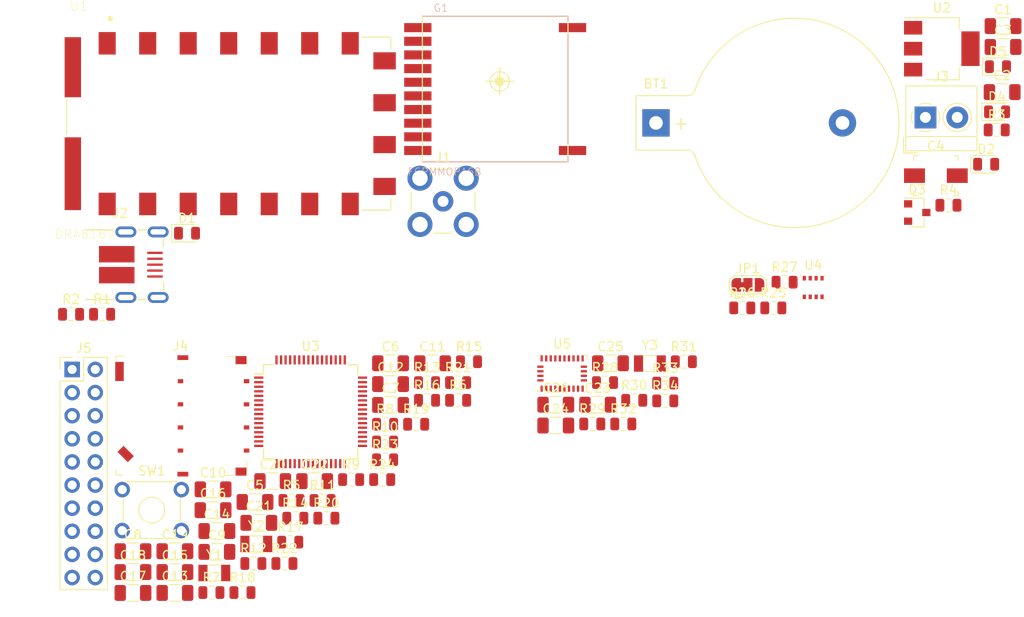
<source format=kicad_pcb>
(kicad_pcb (version 20171130) (host pcbnew "(5.0.1-3-g963ef8bb5)")

  (general
    (thickness 1.6)
    (drawings 0)
    (tracks 0)
    (zones 0)
    (modules 82)
    (nets 95)
  )

  (page A4)
  (layers
    (0 F.Cu signal)
    (31 B.Cu signal)
    (32 B.Adhes user)
    (33 F.Adhes user)
    (34 B.Paste user)
    (35 F.Paste user)
    (36 B.SilkS user)
    (37 F.SilkS user)
    (38 B.Mask user)
    (39 F.Mask user)
    (40 Dwgs.User user)
    (41 Cmts.User user)
    (42 Eco1.User user)
    (43 Eco2.User user)
    (44 Edge.Cuts user)
    (45 Margin user)
    (46 B.CrtYd user)
    (47 F.CrtYd user)
    (48 B.Fab user)
    (49 F.Fab user)
  )

  (setup
    (last_trace_width 0.25)
    (trace_clearance 0.2)
    (zone_clearance 0.508)
    (zone_45_only no)
    (trace_min 0.2)
    (segment_width 0.2)
    (edge_width 0.15)
    (via_size 0.8)
    (via_drill 0.4)
    (via_min_size 0.4)
    (via_min_drill 0.3)
    (uvia_size 0.3)
    (uvia_drill 0.1)
    (uvias_allowed no)
    (uvia_min_size 0.2)
    (uvia_min_drill 0.1)
    (pcb_text_width 0.3)
    (pcb_text_size 1.5 1.5)
    (mod_edge_width 0.15)
    (mod_text_size 1 1)
    (mod_text_width 0.15)
    (pad_size 1.524 1.524)
    (pad_drill 0.762)
    (pad_to_mask_clearance 0.051)
    (solder_mask_min_width 0.25)
    (aux_axis_origin 0 0)
    (visible_elements FFFFFF7F)
    (pcbplotparams
      (layerselection 0x010fc_ffffffff)
      (usegerberextensions false)
      (usegerberattributes false)
      (usegerberadvancedattributes false)
      (creategerberjobfile false)
      (excludeedgelayer true)
      (linewidth 0.100000)
      (plotframeref false)
      (viasonmask false)
      (mode 1)
      (useauxorigin false)
      (hpglpennumber 1)
      (hpglpenspeed 20)
      (hpglpendiameter 15.000000)
      (psnegative false)
      (psa4output false)
      (plotreference true)
      (plotvalue true)
      (plotinvisibletext false)
      (padsonsilk false)
      (subtractmaskfromsilk false)
      (outputformat 1)
      (mirror false)
      (drillshape 1)
      (scaleselection 1)
      (outputdirectory ""))
  )

  (net 0 "")
  (net 1 GND)
  (net 2 "Net-(BT1-Pad1)")
  (net 3 +5V)
  (net 4 VDD)
  (net 5 /CPU/NRST)
  (net 6 "Net-(C6-Pad2)")
  (net 7 "Net-(C7-Pad2)")
  (net 8 "Net-(C8-Pad2)")
  (net 9 "Net-(C9-Pad2)")
  (net 10 "Net-(C10-Pad2)")
  (net 11 "Net-(C11-Pad2)")
  (net 12 /ADC_IN)
  (net 13 "Net-(C12-Pad2)")
  (net 14 "Net-(C24-Pad2)")
  (net 15 "Net-(C25-Pad2)")
  (net 16 "Net-(C26-Pad2)")
  (net 17 "Net-(D1-Pad2)")
  (net 18 "Net-(D2-Pad2)")
  (net 19 +BATT)
  (net 20 "Net-(D4-Pad1)")
  (net 21 "Net-(D5-Pad1)")
  (net 22 "Net-(J1-Pad1)")
  (net 23 "Net-(J2-Pad1)")
  (net 24 /USB_DM)
  (net 25 /USB_DP)
  (net 26 "Net-(J2-Pad4)")
  (net 27 /CPU/SDIO_D0)
  (net 28 /CPU/SDIO_CK)
  (net 29 /CPU/SDIO_D1)
  (net 30 /CPU/SDIO_CMD)
  (net 31 /CPU/SDIO_D3)
  (net 32 /CPU/SDIO_D2)
  (net 33 /CPU/TRST)
  (net 34 /CPU/TDI)
  (net 35 /CPU/SWDIO)
  (net 36 /CPU/SWDCLK)
  (net 37 "Net-(J5-Pad11)")
  (net 38 /CPU/SWO)
  (net 39 "Net-(J5-Pad17)")
  (net 40 "Net-(J5-Pad19)")
  (net 41 "Net-(JP1-Pad1)")
  (net 42 /3D_FIX)
  (net 43 "Net-(R6-Pad1)")
  (net 44 "Net-(R7-Pad1)")
  (net 45 "Net-(R8-Pad2)")
  (net 46 "Net-(R9-Pad1)")
  (net 47 "Net-(R11-Pad1)")
  (net 48 "Net-(R25-Pad2)")
  (net 49 /I2C_SCL)
  (net 50 /I2C_SDA)
  (net 51 "Net-(R30-Pad2)")
  (net 52 /IMU_INT)
  (net 53 "Net-(R32-Pad2)")
  (net 54 "Net-(R33-Pad1)")
  (net 55 "Net-(R34-Pad1)")
  (net 56 "Net-(U1-Pad1)")
  (net 57 /RADIO_PTT)
  (net 58 /RADIO_ENABLE)
  (net 59 /RADIO_PWR)
  (net 60 /RADIO_TX)
  (net 61 /RADIO_RX)
  (net 62 /DAC_OUT1)
  (net 63 /CPU/RTC_CALIB)
  (net 64 /GPS_ENABLE)
  (net 65 /SPI2_MISO)
  (net 66 /SPI2_MOSI)
  (net 67 /DAC_OUT2)
  (net 68 "Net-(U3-Pad22)")
  (net 69 "Net-(U3-Pad23)")
  (net 70 "Net-(U3-Pad26)")
  (net 71 "Net-(U3-Pad27)")
  (net 72 "Net-(U3-Pad28)")
  (net 73 /GPS_TX)
  (net 74 /GPS_RX)
  (net 75 "Net-(U3-Pad33)")
  (net 76 /SPI_SCK)
  (net 77 "Net-(U3-Pad35)")
  (net 78 "Net-(U3-Pad36)")
  (net 79 "Net-(U3-Pad37)")
  (net 80 "Net-(U3-Pad38)")
  (net 81 "Net-(U3-Pad41)")
  (net 82 /SERIAL_TX)
  (net 83 /SERIAL_RX)
  (net 84 /IMU_ADR)
  (net 85 "Net-(U3-Pad62)")
  (net 86 "Net-(U5-Pad1)")
  (net 87 "Net-(U5-Pad24)")
  (net 88 "Net-(U5-Pad23)")
  (net 89 "Net-(U5-Pad22)")
  (net 90 "Net-(U5-Pad21)")
  (net 91 "Net-(U5-Pad7)")
  (net 92 "Net-(U5-Pad8)")
  (net 93 "Net-(U5-Pad12)")
  (net 94 "Net-(U5-Pad13)")

  (net_class Default "This is the default net class."
    (clearance 0.2)
    (trace_width 0.25)
    (via_dia 0.8)
    (via_drill 0.4)
    (uvia_dia 0.3)
    (uvia_drill 0.1)
    (add_net +5V)
    (add_net +BATT)
    (add_net /3D_FIX)
    (add_net /ADC_IN)
    (add_net /CPU/NRST)
    (add_net /CPU/RTC_CALIB)
    (add_net /CPU/SDIO_CK)
    (add_net /CPU/SDIO_CMD)
    (add_net /CPU/SDIO_D0)
    (add_net /CPU/SDIO_D1)
    (add_net /CPU/SDIO_D2)
    (add_net /CPU/SDIO_D3)
    (add_net /CPU/SWDCLK)
    (add_net /CPU/SWDIO)
    (add_net /CPU/SWO)
    (add_net /CPU/TDI)
    (add_net /CPU/TRST)
    (add_net /DAC_OUT1)
    (add_net /DAC_OUT2)
    (add_net /GPS_ENABLE)
    (add_net /GPS_RX)
    (add_net /GPS_TX)
    (add_net /I2C_SCL)
    (add_net /I2C_SDA)
    (add_net /IMU_ADR)
    (add_net /IMU_INT)
    (add_net /RADIO_ENABLE)
    (add_net /RADIO_PTT)
    (add_net /RADIO_PWR)
    (add_net /RADIO_RX)
    (add_net /RADIO_TX)
    (add_net /SERIAL_RX)
    (add_net /SERIAL_TX)
    (add_net /SPI2_MISO)
    (add_net /SPI2_MOSI)
    (add_net /SPI_SCK)
    (add_net /USB_DM)
    (add_net /USB_DP)
    (add_net GND)
    (add_net "Net-(BT1-Pad1)")
    (add_net "Net-(C10-Pad2)")
    (add_net "Net-(C11-Pad2)")
    (add_net "Net-(C12-Pad2)")
    (add_net "Net-(C24-Pad2)")
    (add_net "Net-(C25-Pad2)")
    (add_net "Net-(C26-Pad2)")
    (add_net "Net-(C6-Pad2)")
    (add_net "Net-(C7-Pad2)")
    (add_net "Net-(C8-Pad2)")
    (add_net "Net-(C9-Pad2)")
    (add_net "Net-(D1-Pad2)")
    (add_net "Net-(D2-Pad2)")
    (add_net "Net-(D4-Pad1)")
    (add_net "Net-(D5-Pad1)")
    (add_net "Net-(J1-Pad1)")
    (add_net "Net-(J2-Pad1)")
    (add_net "Net-(J2-Pad4)")
    (add_net "Net-(J5-Pad11)")
    (add_net "Net-(J5-Pad17)")
    (add_net "Net-(J5-Pad19)")
    (add_net "Net-(JP1-Pad1)")
    (add_net "Net-(R11-Pad1)")
    (add_net "Net-(R25-Pad2)")
    (add_net "Net-(R30-Pad2)")
    (add_net "Net-(R32-Pad2)")
    (add_net "Net-(R33-Pad1)")
    (add_net "Net-(R34-Pad1)")
    (add_net "Net-(R6-Pad1)")
    (add_net "Net-(R7-Pad1)")
    (add_net "Net-(R8-Pad2)")
    (add_net "Net-(R9-Pad1)")
    (add_net "Net-(U1-Pad1)")
    (add_net "Net-(U3-Pad22)")
    (add_net "Net-(U3-Pad23)")
    (add_net "Net-(U3-Pad26)")
    (add_net "Net-(U3-Pad27)")
    (add_net "Net-(U3-Pad28)")
    (add_net "Net-(U3-Pad33)")
    (add_net "Net-(U3-Pad35)")
    (add_net "Net-(U3-Pad36)")
    (add_net "Net-(U3-Pad37)")
    (add_net "Net-(U3-Pad38)")
    (add_net "Net-(U3-Pad41)")
    (add_net "Net-(U3-Pad62)")
    (add_net "Net-(U5-Pad1)")
    (add_net "Net-(U5-Pad12)")
    (add_net "Net-(U5-Pad13)")
    (add_net "Net-(U5-Pad21)")
    (add_net "Net-(U5-Pad22)")
    (add_net "Net-(U5-Pad23)")
    (add_net "Net-(U5-Pad24)")
    (add_net "Net-(U5-Pad7)")
    (add_net "Net-(U5-Pad8)")
    (add_net VDD)
  )

  (module Battery:BatteryHolder_Keystone_103_1x20mm (layer F.Cu) (tedit 5787C32C) (tstamp 5BF2A5EE)
    (at 151.055001 62.579834)
    (descr http://www.keyelco.com/product-pdf.cfm?p=719)
    (tags "Keystone type 103 battery holder")
    (path /5BE28E88/5BE3064D)
    (fp_text reference BT1 (at 0 -4.3) (layer F.SilkS)
      (effects (font (size 1 1) (thickness 0.15)))
    )
    (fp_text value Battery_Cell (at 15 13) (layer F.Fab)
      (effects (font (size 1 1) (thickness 0.15)))
    )
    (fp_text user + (at 2.75 0) (layer F.SilkS)
      (effects (font (size 1.5 1.5) (thickness 0.15)))
    )
    (fp_text user %R (at 0 0) (layer F.Fab)
      (effects (font (size 1 1) (thickness 0.15)))
    )
    (fp_arc (start 15.2 0) (end 4.01 3.6) (angle -162.5) (layer F.CrtYd) (width 0.05))
    (fp_arc (start 15.2 0) (end 4.01 -3.6) (angle 162.5) (layer F.CrtYd) (width 0.05))
    (fp_arc (start 3.5 3.8) (end 3.5 3.25) (angle 70) (layer F.CrtYd) (width 0.05))
    (fp_arc (start 3.5 -3.8) (end 3.5 -3.25) (angle -70) (layer F.CrtYd) (width 0.05))
    (fp_arc (start 15.2 0) (end 4.25 3.5) (angle -162.5) (layer F.SilkS) (width 0.12))
    (fp_arc (start 3.5 3.8) (end 3.5 3) (angle 70) (layer F.SilkS) (width 0.12))
    (fp_arc (start 15.2 0) (end 4.25 -3.5) (angle 162.5) (layer F.SilkS) (width 0.12))
    (fp_arc (start 3.5 -3.8) (end 3.5 -3) (angle -70) (layer F.SilkS) (width 0.12))
    (fp_arc (start 3.5 3.8) (end 3.5 2.9) (angle 70) (layer F.Fab) (width 0.1))
    (fp_arc (start 15.2 0) (end 4.35 3.5) (angle -162.5) (layer F.Fab) (width 0.1))
    (fp_arc (start 15.2 0) (end 4.35 -3.5) (angle 162.5) (layer F.Fab) (width 0.1))
    (fp_arc (start 15.2 0) (end 5.2 1.3) (angle -180) (layer F.Fab) (width 0.1))
    (fp_line (start -2.45 -3.25) (end 3.5 -3.25) (layer F.CrtYd) (width 0.05))
    (fp_line (start -2.45 3.25) (end 3.5 3.25) (layer F.CrtYd) (width 0.05))
    (fp_line (start -2.45 3.25) (end -2.45 -3.25) (layer F.CrtYd) (width 0.05))
    (fp_line (start -2.2 -3) (end 3.5 -3) (layer F.SilkS) (width 0.12))
    (fp_line (start -2.2 3) (end -2.2 -3) (layer F.SilkS) (width 0.12))
    (fp_line (start -2.2 3) (end 3.5 3) (layer F.SilkS) (width 0.12))
    (fp_arc (start 15.2 0) (end 9 1.3) (angle -170) (layer F.Fab) (width 0.1))
    (fp_arc (start 15.2 0) (end 13.3 1.3) (angle -150) (layer F.Fab) (width 0.1))
    (fp_line (start 23.5712 7.7216) (end 22.6568 6.8834) (layer F.Fab) (width 0.1))
    (fp_line (start 23.5712 -7.7216) (end 22.6314 -6.858) (layer F.Fab) (width 0.1))
    (fp_arc (start 15.2 0) (end 13.3 -1.3) (angle 150) (layer F.Fab) (width 0.1))
    (fp_arc (start 15.2 0) (end 9 -1.3) (angle 170) (layer F.Fab) (width 0.1))
    (fp_arc (start 15.2 0) (end 5.2 -1.3) (angle 180) (layer F.Fab) (width 0.1))
    (fp_line (start 3.5306 -2.9) (end -1.7 -2.9) (layer F.Fab) (width 0.1))
    (fp_line (start -1.7 2.9) (end 3.5306 2.9) (layer F.Fab) (width 0.1))
    (fp_line (start -2.1 -2.5) (end -2.1 2.5) (layer F.Fab) (width 0.1))
    (fp_line (start 0 1.3) (end 16.2 1.3) (layer F.Fab) (width 0.1))
    (fp_line (start 16.2 -1.3) (end 0 -1.3) (layer F.Fab) (width 0.1))
    (fp_arc (start 3.5 -3.8) (end 3.5 -2.9) (angle -70) (layer F.Fab) (width 0.1))
    (fp_arc (start 16.2 0) (end 16.2 -1.3) (angle 180) (layer F.Fab) (width 0.1))
    (fp_line (start 0 -1.3) (end 0 1.3) (layer F.Fab) (width 0.1))
    (fp_arc (start -1.7 2.5) (end -2.1 2.5) (angle -90) (layer F.Fab) (width 0.1))
    (fp_arc (start -1.7 -2.5) (end -2.1 -2.5) (angle 90) (layer F.Fab) (width 0.1))
    (pad 2 thru_hole circle (at 20.49 0) (size 3 3) (drill 1.5) (layers *.Cu *.Mask)
      (net 1 GND))
    (pad 1 thru_hole rect (at 0 0) (size 3 3) (drill 1.5) (layers *.Cu *.Mask)
      (net 2 "Net-(BT1-Pad1)"))
    (model ${KISYS3DMOD}/Battery.3dshapes/BatteryHolder_Keystone_103_1x20mm.wrl
      (at (xyz 0 0 0))
      (scale (xyz 1 1 1))
      (rotate (xyz 0 0 0))
    )
  )

  (module Capacitor_SMD:C_1206_3216Metric (layer F.Cu) (tedit 5B301BBE) (tstamp 5BF2A5FF)
    (at 189.185001 51.945001)
    (descr "Capacitor SMD 1206 (3216 Metric), square (rectangular) end terminal, IPC_7351 nominal, (Body size source: http://www.tortai-tech.com/upload/download/2011102023233369053.pdf), generated with kicad-footprint-generator")
    (tags capacitor)
    (path /5BE28E88/5BE29A48)
    (attr smd)
    (fp_text reference C1 (at 0 -1.82) (layer F.SilkS)
      (effects (font (size 1 1) (thickness 0.15)))
    )
    (fp_text value 2.2u (at 0 1.82) (layer F.Fab)
      (effects (font (size 1 1) (thickness 0.15)))
    )
    (fp_text user %R (at 0 0) (layer F.Fab)
      (effects (font (size 0.8 0.8) (thickness 0.12)))
    )
    (fp_line (start 2.28 1.12) (end -2.28 1.12) (layer F.CrtYd) (width 0.05))
    (fp_line (start 2.28 -1.12) (end 2.28 1.12) (layer F.CrtYd) (width 0.05))
    (fp_line (start -2.28 -1.12) (end 2.28 -1.12) (layer F.CrtYd) (width 0.05))
    (fp_line (start -2.28 1.12) (end -2.28 -1.12) (layer F.CrtYd) (width 0.05))
    (fp_line (start -0.602064 0.91) (end 0.602064 0.91) (layer F.SilkS) (width 0.12))
    (fp_line (start -0.602064 -0.91) (end 0.602064 -0.91) (layer F.SilkS) (width 0.12))
    (fp_line (start 1.6 0.8) (end -1.6 0.8) (layer F.Fab) (width 0.1))
    (fp_line (start 1.6 -0.8) (end 1.6 0.8) (layer F.Fab) (width 0.1))
    (fp_line (start -1.6 -0.8) (end 1.6 -0.8) (layer F.Fab) (width 0.1))
    (fp_line (start -1.6 0.8) (end -1.6 -0.8) (layer F.Fab) (width 0.1))
    (pad 2 smd roundrect (at 1.4 0) (size 1.25 1.75) (layers F.Cu F.Paste F.Mask) (roundrect_rratio 0.2)
      (net 1 GND))
    (pad 1 smd roundrect (at -1.4 0) (size 1.25 1.75) (layers F.Cu F.Paste F.Mask) (roundrect_rratio 0.2)
      (net 3 +5V))
    (model ${KISYS3DMOD}/Capacitor_SMD.3dshapes/C_1206_3216Metric.wrl
      (at (xyz 0 0 0))
      (scale (xyz 1 1 1))
      (rotate (xyz 0 0 0))
    )
  )

  (module Capacitor_SMD:C_1206_3216Metric (layer F.Cu) (tedit 5B301BBE) (tstamp 5BF2A610)
    (at 189.085001 59.195001)
    (descr "Capacitor SMD 1206 (3216 Metric), square (rectangular) end terminal, IPC_7351 nominal, (Body size source: http://www.tortai-tech.com/upload/download/2011102023233369053.pdf), generated with kicad-footprint-generator")
    (tags capacitor)
    (path /5BE28E88/5BE29AAF)
    (attr smd)
    (fp_text reference C2 (at 0 -1.82) (layer F.SilkS)
      (effects (font (size 1 1) (thickness 0.15)))
    )
    (fp_text value 2.2u (at 0 1.82) (layer F.Fab)
      (effects (font (size 1 1) (thickness 0.15)))
    )
    (fp_line (start -1.6 0.8) (end -1.6 -0.8) (layer F.Fab) (width 0.1))
    (fp_line (start -1.6 -0.8) (end 1.6 -0.8) (layer F.Fab) (width 0.1))
    (fp_line (start 1.6 -0.8) (end 1.6 0.8) (layer F.Fab) (width 0.1))
    (fp_line (start 1.6 0.8) (end -1.6 0.8) (layer F.Fab) (width 0.1))
    (fp_line (start -0.602064 -0.91) (end 0.602064 -0.91) (layer F.SilkS) (width 0.12))
    (fp_line (start -0.602064 0.91) (end 0.602064 0.91) (layer F.SilkS) (width 0.12))
    (fp_line (start -2.28 1.12) (end -2.28 -1.12) (layer F.CrtYd) (width 0.05))
    (fp_line (start -2.28 -1.12) (end 2.28 -1.12) (layer F.CrtYd) (width 0.05))
    (fp_line (start 2.28 -1.12) (end 2.28 1.12) (layer F.CrtYd) (width 0.05))
    (fp_line (start 2.28 1.12) (end -2.28 1.12) (layer F.CrtYd) (width 0.05))
    (fp_text user %R (at 0 0) (layer F.Fab)
      (effects (font (size 0.8 0.8) (thickness 0.12)))
    )
    (pad 1 smd roundrect (at -1.4 0) (size 1.25 1.75) (layers F.Cu F.Paste F.Mask) (roundrect_rratio 0.2)
      (net 3 +5V))
    (pad 2 smd roundrect (at 1.4 0) (size 1.25 1.75) (layers F.Cu F.Paste F.Mask) (roundrect_rratio 0.2)
      (net 1 GND))
    (model ${KISYS3DMOD}/Capacitor_SMD.3dshapes/C_1206_3216Metric.wrl
      (at (xyz 0 0 0))
      (scale (xyz 1 1 1))
      (rotate (xyz 0 0 0))
    )
  )

  (module Capacitor_SMD:C_1206_3216Metric (layer F.Cu) (tedit 5B301BBE) (tstamp 5BF2A621)
    (at 189.185001 54.235001)
    (descr "Capacitor SMD 1206 (3216 Metric), square (rectangular) end terminal, IPC_7351 nominal, (Body size source: http://www.tortai-tech.com/upload/download/2011102023233369053.pdf), generated with kicad-footprint-generator")
    (tags capacitor)
    (path /5BE28E88/5BE2A4D6)
    (attr smd)
    (fp_text reference C3 (at 0 -1.82) (layer F.SilkS)
      (effects (font (size 1 1) (thickness 0.15)))
    )
    (fp_text value 2.2u (at 0 1.82) (layer F.Fab)
      (effects (font (size 1 1) (thickness 0.15)))
    )
    (fp_text user %R (at 0 0) (layer F.Fab)
      (effects (font (size 0.8 0.8) (thickness 0.12)))
    )
    (fp_line (start 2.28 1.12) (end -2.28 1.12) (layer F.CrtYd) (width 0.05))
    (fp_line (start 2.28 -1.12) (end 2.28 1.12) (layer F.CrtYd) (width 0.05))
    (fp_line (start -2.28 -1.12) (end 2.28 -1.12) (layer F.CrtYd) (width 0.05))
    (fp_line (start -2.28 1.12) (end -2.28 -1.12) (layer F.CrtYd) (width 0.05))
    (fp_line (start -0.602064 0.91) (end 0.602064 0.91) (layer F.SilkS) (width 0.12))
    (fp_line (start -0.602064 -0.91) (end 0.602064 -0.91) (layer F.SilkS) (width 0.12))
    (fp_line (start 1.6 0.8) (end -1.6 0.8) (layer F.Fab) (width 0.1))
    (fp_line (start 1.6 -0.8) (end 1.6 0.8) (layer F.Fab) (width 0.1))
    (fp_line (start -1.6 -0.8) (end 1.6 -0.8) (layer F.Fab) (width 0.1))
    (fp_line (start -1.6 0.8) (end -1.6 -0.8) (layer F.Fab) (width 0.1))
    (pad 2 smd roundrect (at 1.4 0) (size 1.25 1.75) (layers F.Cu F.Paste F.Mask) (roundrect_rratio 0.2)
      (net 1 GND))
    (pad 1 smd roundrect (at -1.4 0) (size 1.25 1.75) (layers F.Cu F.Paste F.Mask) (roundrect_rratio 0.2)
      (net 4 VDD))
    (model ${KISYS3DMOD}/Capacitor_SMD.3dshapes/C_1206_3216Metric.wrl
      (at (xyz 0 0 0))
      (scale (xyz 1 1 1))
      (rotate (xyz 0 0 0))
    )
  )

  (module Capacitor_SMD:C_Trimmer_Murata_TZB4-A (layer F.Cu) (tedit 590DA842) (tstamp 5BF2A647)
    (at 181.805001 68.375001)
    (descr "trimmer capacitor SMD horizontal, http://www.murata.com/~/media/webrenewal/support/library/catalog/products/capacitor/trimmer/t13e.ashx?la=en-gb")
    (tags " Murata TZB4 TZB4-A")
    (path /5BE28E88/5BE2A72E)
    (attr smd)
    (fp_text reference C4 (at 0 -3.25) (layer F.SilkS)
      (effects (font (size 1 1) (thickness 0.15)))
    )
    (fp_text value 100u (at 0 3.25) (layer F.Fab)
      (effects (font (size 1 1) (thickness 0.15)))
    )
    (fp_circle (center 0 0) (end 2 0) (layer F.Fab) (width 0.1))
    (fp_line (start -2.25 -2) (end -2.24 -2) (layer F.Fab) (width 0.1))
    (fp_line (start -2.24 -2) (end 2.24 -2) (layer F.Fab) (width 0.1))
    (fp_line (start 2.24 -2) (end 2.25 -2) (layer F.Fab) (width 0.1))
    (fp_line (start 2.25 -2) (end 2.25 -1.99) (layer F.Fab) (width 0.1))
    (fp_line (start 2.25 -1.99) (end 2.25 1.99) (layer F.Fab) (width 0.1))
    (fp_line (start 2.25 1.99) (end 2.25 2) (layer F.Fab) (width 0.1))
    (fp_line (start 2.25 2) (end 2.24 2) (layer F.Fab) (width 0.1))
    (fp_line (start 2.24 2) (end -2.24 2) (layer F.Fab) (width 0.1))
    (fp_line (start -2.24 2) (end -2.25 2) (layer F.Fab) (width 0.1))
    (fp_line (start -2.25 2) (end -2.25 1.99) (layer F.Fab) (width 0.1))
    (fp_line (start -2.25 1.99) (end -2.25 -1.99) (layer F.Fab) (width 0.1))
    (fp_line (start -2.25 -1.99) (end -2.25 -2) (layer F.Fab) (width 0.1))
    (fp_line (start 2.25 -0.6) (end 2.5 -0.6) (layer F.Fab) (width 0.1))
    (fp_line (start 2.5 -0.6) (end 2.5 0.6) (layer F.Fab) (width 0.1))
    (fp_line (start 2.5 0.6) (end 2.25 0.6) (layer F.Fab) (width 0.1))
    (fp_line (start -2.25 -0.6) (end -2.5 -0.6) (layer F.Fab) (width 0.1))
    (fp_line (start -2.5 -0.6) (end -2.5 0.6) (layer F.Fab) (width 0.1))
    (fp_line (start -2.5 0.6) (end -2.25 0.6) (layer F.Fab) (width 0.1))
    (fp_line (start -2.45 -2.2) (end -1.95 -2.2) (layer F.SilkS) (width 0.12))
    (fp_line (start -2.45 -2.2) (end -2.45 -1.7) (layer F.SilkS) (width 0.12))
    (fp_line (start -2.45 2.2) (end -1.95 2.2) (layer F.SilkS) (width 0.12))
    (fp_line (start -2.45 2.2) (end -2.45 1.7) (layer F.SilkS) (width 0.12))
    (fp_line (start 2.45 -2.2) (end 1.95 -2.2) (layer F.SilkS) (width 0.12))
    (fp_line (start 2.45 -2.2) (end 2.45 -1.7) (layer F.SilkS) (width 0.12))
    (fp_line (start 2.45 2.2) (end 1.95 2.2) (layer F.SilkS) (width 0.12))
    (fp_line (start 2.45 2.2) (end 2.45 1.7) (layer F.SilkS) (width 0.12))
    (fp_line (start -3.75 -2.25) (end -3.75 2.25) (layer F.CrtYd) (width 0.05))
    (fp_line (start -3.75 2.25) (end 3.75 2.25) (layer F.CrtYd) (width 0.05))
    (fp_line (start 3.75 2.25) (end 3.75 -2.25) (layer F.CrtYd) (width 0.05))
    (fp_line (start 3.75 -2.25) (end -3.75 -2.25) (layer F.CrtYd) (width 0.05))
    (fp_text user %R (at 0 0) (layer F.Fab)
      (effects (font (size 0.5 0.5) (thickness 0.05)))
    )
    (pad 1 smd rect (at -2.35 0) (size 2.3 1.6) (layers F.Cu F.Paste F.Mask)
      (net 4 VDD))
    (pad 2 smd rect (at 2.35 0) (size 2.3 1.6) (layers F.Cu F.Paste F.Mask)
      (net 1 GND))
    (model ${KISYS3DMOD}/Capacitor_SMD.3dshapes/C_Trimmer_Murata_TZB4-A.wrl
      (at (xyz 0 0 0))
      (scale (xyz 1 1 1))
      (rotate (xyz 0 0 0))
    )
  )

  (module Capacitor_SMD:C_1206_3216Metric (layer F.Cu) (tedit 5B301BBE) (tstamp 5BF2A658)
    (at 107.005001 104.225001)
    (descr "Capacitor SMD 1206 (3216 Metric), square (rectangular) end terminal, IPC_7351 nominal, (Body size source: http://www.tortai-tech.com/upload/download/2011102023233369053.pdf), generated with kicad-footprint-generator")
    (tags capacitor)
    (path /5BE2A4B1/5BE4BA2B)
    (attr smd)
    (fp_text reference C5 (at 0 -1.82) (layer F.SilkS)
      (effects (font (size 1 1) (thickness 0.15)))
    )
    (fp_text value 2.2uF (at 0 1.82) (layer F.Fab)
      (effects (font (size 1 1) (thickness 0.15)))
    )
    (fp_text user %R (at 0 0) (layer F.Fab)
      (effects (font (size 0.8 0.8) (thickness 0.12)))
    )
    (fp_line (start 2.28 1.12) (end -2.28 1.12) (layer F.CrtYd) (width 0.05))
    (fp_line (start 2.28 -1.12) (end 2.28 1.12) (layer F.CrtYd) (width 0.05))
    (fp_line (start -2.28 -1.12) (end 2.28 -1.12) (layer F.CrtYd) (width 0.05))
    (fp_line (start -2.28 1.12) (end -2.28 -1.12) (layer F.CrtYd) (width 0.05))
    (fp_line (start -0.602064 0.91) (end 0.602064 0.91) (layer F.SilkS) (width 0.12))
    (fp_line (start -0.602064 -0.91) (end 0.602064 -0.91) (layer F.SilkS) (width 0.12))
    (fp_line (start 1.6 0.8) (end -1.6 0.8) (layer F.Fab) (width 0.1))
    (fp_line (start 1.6 -0.8) (end 1.6 0.8) (layer F.Fab) (width 0.1))
    (fp_line (start -1.6 -0.8) (end 1.6 -0.8) (layer F.Fab) (width 0.1))
    (fp_line (start -1.6 0.8) (end -1.6 -0.8) (layer F.Fab) (width 0.1))
    (pad 2 smd roundrect (at 1.4 0) (size 1.25 1.75) (layers F.Cu F.Paste F.Mask) (roundrect_rratio 0.2)
      (net 5 /CPU/NRST))
    (pad 1 smd roundrect (at -1.4 0) (size 1.25 1.75) (layers F.Cu F.Paste F.Mask) (roundrect_rratio 0.2)
      (net 1 GND))
    (model ${KISYS3DMOD}/Capacitor_SMD.3dshapes/C_1206_3216Metric.wrl
      (at (xyz 0 0 0))
      (scale (xyz 1 1 1))
      (rotate (xyz 0 0 0))
    )
  )

  (module Capacitor_SMD:C_1206_3216Metric (layer F.Cu) (tedit 5B301BBE) (tstamp 5BF2A669)
    (at 121.895001 88.985001)
    (descr "Capacitor SMD 1206 (3216 Metric), square (rectangular) end terminal, IPC_7351 nominal, (Body size source: http://www.tortai-tech.com/upload/download/2011102023233369053.pdf), generated with kicad-footprint-generator")
    (tags capacitor)
    (path /5BE2A4B1/5BEF45EF)
    (attr smd)
    (fp_text reference C6 (at 0 -1.82) (layer F.SilkS)
      (effects (font (size 1 1) (thickness 0.15)))
    )
    (fp_text value 1.5p (at 0 1.82) (layer F.Fab)
      (effects (font (size 1 1) (thickness 0.15)))
    )
    (fp_line (start -1.6 0.8) (end -1.6 -0.8) (layer F.Fab) (width 0.1))
    (fp_line (start -1.6 -0.8) (end 1.6 -0.8) (layer F.Fab) (width 0.1))
    (fp_line (start 1.6 -0.8) (end 1.6 0.8) (layer F.Fab) (width 0.1))
    (fp_line (start 1.6 0.8) (end -1.6 0.8) (layer F.Fab) (width 0.1))
    (fp_line (start -0.602064 -0.91) (end 0.602064 -0.91) (layer F.SilkS) (width 0.12))
    (fp_line (start -0.602064 0.91) (end 0.602064 0.91) (layer F.SilkS) (width 0.12))
    (fp_line (start -2.28 1.12) (end -2.28 -1.12) (layer F.CrtYd) (width 0.05))
    (fp_line (start -2.28 -1.12) (end 2.28 -1.12) (layer F.CrtYd) (width 0.05))
    (fp_line (start 2.28 -1.12) (end 2.28 1.12) (layer F.CrtYd) (width 0.05))
    (fp_line (start 2.28 1.12) (end -2.28 1.12) (layer F.CrtYd) (width 0.05))
    (fp_text user %R (at 0 0) (layer F.Fab)
      (effects (font (size 0.8 0.8) (thickness 0.12)))
    )
    (pad 1 smd roundrect (at -1.4 0) (size 1.25 1.75) (layers F.Cu F.Paste F.Mask) (roundrect_rratio 0.2)
      (net 1 GND))
    (pad 2 smd roundrect (at 1.4 0) (size 1.25 1.75) (layers F.Cu F.Paste F.Mask) (roundrect_rratio 0.2)
      (net 6 "Net-(C6-Pad2)"))
    (model ${KISYS3DMOD}/Capacitor_SMD.3dshapes/C_1206_3216Metric.wrl
      (at (xyz 0 0 0))
      (scale (xyz 1 1 1))
      (rotate (xyz 0 0 0))
    )
  )

  (module Capacitor_SMD:C_1206_3216Metric (layer F.Cu) (tedit 5B301BBE) (tstamp 5BF2A67A)
    (at 121.895001 93.565001)
    (descr "Capacitor SMD 1206 (3216 Metric), square (rectangular) end terminal, IPC_7351 nominal, (Body size source: http://www.tortai-tech.com/upload/download/2011102023233369053.pdf), generated with kicad-footprint-generator")
    (tags capacitor)
    (path /5BE2A4B1/5BF50738)
    (attr smd)
    (fp_text reference C7 (at 0 -1.82) (layer F.SilkS)
      (effects (font (size 1 1) (thickness 0.15)))
    )
    (fp_text value 20p (at 0 1.82) (layer F.Fab)
      (effects (font (size 1 1) (thickness 0.15)))
    )
    (fp_line (start -1.6 0.8) (end -1.6 -0.8) (layer F.Fab) (width 0.1))
    (fp_line (start -1.6 -0.8) (end 1.6 -0.8) (layer F.Fab) (width 0.1))
    (fp_line (start 1.6 -0.8) (end 1.6 0.8) (layer F.Fab) (width 0.1))
    (fp_line (start 1.6 0.8) (end -1.6 0.8) (layer F.Fab) (width 0.1))
    (fp_line (start -0.602064 -0.91) (end 0.602064 -0.91) (layer F.SilkS) (width 0.12))
    (fp_line (start -0.602064 0.91) (end 0.602064 0.91) (layer F.SilkS) (width 0.12))
    (fp_line (start -2.28 1.12) (end -2.28 -1.12) (layer F.CrtYd) (width 0.05))
    (fp_line (start -2.28 -1.12) (end 2.28 -1.12) (layer F.CrtYd) (width 0.05))
    (fp_line (start 2.28 -1.12) (end 2.28 1.12) (layer F.CrtYd) (width 0.05))
    (fp_line (start 2.28 1.12) (end -2.28 1.12) (layer F.CrtYd) (width 0.05))
    (fp_text user %R (at 0 0) (layer F.Fab)
      (effects (font (size 0.8 0.8) (thickness 0.12)))
    )
    (pad 1 smd roundrect (at -1.4 0) (size 1.25 1.75) (layers F.Cu F.Paste F.Mask) (roundrect_rratio 0.2)
      (net 1 GND))
    (pad 2 smd roundrect (at 1.4 0) (size 1.25 1.75) (layers F.Cu F.Paste F.Mask) (roundrect_rratio 0.2)
      (net 7 "Net-(C7-Pad2)"))
    (model ${KISYS3DMOD}/Capacitor_SMD.3dshapes/C_1206_3216Metric.wrl
      (at (xyz 0 0 0))
      (scale (xyz 1 1 1))
      (rotate (xyz 0 0 0))
    )
  )

  (module Capacitor_SMD:C_1206_3216Metric (layer F.Cu) (tedit 5B301BBE) (tstamp 5BF2A68B)
    (at 93.595001 109.635001)
    (descr "Capacitor SMD 1206 (3216 Metric), square (rectangular) end terminal, IPC_7351 nominal, (Body size source: http://www.tortai-tech.com/upload/download/2011102023233369053.pdf), generated with kicad-footprint-generator")
    (tags capacitor)
    (path /5BE2A4B1/5BF43F92)
    (attr smd)
    (fp_text reference C8 (at 0 -1.82) (layer F.SilkS)
      (effects (font (size 1 1) (thickness 0.15)))
    )
    (fp_text value 20p (at 0 1.82) (layer F.Fab)
      (effects (font (size 1 1) (thickness 0.15)))
    )
    (fp_text user %R (at 0 0) (layer F.Fab)
      (effects (font (size 0.8 0.8) (thickness 0.12)))
    )
    (fp_line (start 2.28 1.12) (end -2.28 1.12) (layer F.CrtYd) (width 0.05))
    (fp_line (start 2.28 -1.12) (end 2.28 1.12) (layer F.CrtYd) (width 0.05))
    (fp_line (start -2.28 -1.12) (end 2.28 -1.12) (layer F.CrtYd) (width 0.05))
    (fp_line (start -2.28 1.12) (end -2.28 -1.12) (layer F.CrtYd) (width 0.05))
    (fp_line (start -0.602064 0.91) (end 0.602064 0.91) (layer F.SilkS) (width 0.12))
    (fp_line (start -0.602064 -0.91) (end 0.602064 -0.91) (layer F.SilkS) (width 0.12))
    (fp_line (start 1.6 0.8) (end -1.6 0.8) (layer F.Fab) (width 0.1))
    (fp_line (start 1.6 -0.8) (end 1.6 0.8) (layer F.Fab) (width 0.1))
    (fp_line (start -1.6 -0.8) (end 1.6 -0.8) (layer F.Fab) (width 0.1))
    (fp_line (start -1.6 0.8) (end -1.6 -0.8) (layer F.Fab) (width 0.1))
    (pad 2 smd roundrect (at 1.4 0) (size 1.25 1.75) (layers F.Cu F.Paste F.Mask) (roundrect_rratio 0.2)
      (net 8 "Net-(C8-Pad2)"))
    (pad 1 smd roundrect (at -1.4 0) (size 1.25 1.75) (layers F.Cu F.Paste F.Mask) (roundrect_rratio 0.2)
      (net 1 GND))
    (model ${KISYS3DMOD}/Capacitor_SMD.3dshapes/C_1206_3216Metric.wrl
      (at (xyz 0 0 0))
      (scale (xyz 1 1 1))
      (rotate (xyz 0 0 0))
    )
  )

  (module Capacitor_SMD:C_1206_3216Metric (layer F.Cu) (tedit 5B301BBE) (tstamp 5BF2A69C)
    (at 102.815001 109.705001)
    (descr "Capacitor SMD 1206 (3216 Metric), square (rectangular) end terminal, IPC_7351 nominal, (Body size source: http://www.tortai-tech.com/upload/download/2011102023233369053.pdf), generated with kicad-footprint-generator")
    (tags capacitor)
    (path /5BE2A4B1/5BEF4040)
    (attr smd)
    (fp_text reference C9 (at 0 -1.82) (layer F.SilkS)
      (effects (font (size 1 1) (thickness 0.15)))
    )
    (fp_text value 1.5p (at 0 1.82) (layer F.Fab)
      (effects (font (size 1 1) (thickness 0.15)))
    )
    (fp_line (start -1.6 0.8) (end -1.6 -0.8) (layer F.Fab) (width 0.1))
    (fp_line (start -1.6 -0.8) (end 1.6 -0.8) (layer F.Fab) (width 0.1))
    (fp_line (start 1.6 -0.8) (end 1.6 0.8) (layer F.Fab) (width 0.1))
    (fp_line (start 1.6 0.8) (end -1.6 0.8) (layer F.Fab) (width 0.1))
    (fp_line (start -0.602064 -0.91) (end 0.602064 -0.91) (layer F.SilkS) (width 0.12))
    (fp_line (start -0.602064 0.91) (end 0.602064 0.91) (layer F.SilkS) (width 0.12))
    (fp_line (start -2.28 1.12) (end -2.28 -1.12) (layer F.CrtYd) (width 0.05))
    (fp_line (start -2.28 -1.12) (end 2.28 -1.12) (layer F.CrtYd) (width 0.05))
    (fp_line (start 2.28 -1.12) (end 2.28 1.12) (layer F.CrtYd) (width 0.05))
    (fp_line (start 2.28 1.12) (end -2.28 1.12) (layer F.CrtYd) (width 0.05))
    (fp_text user %R (at 0 0) (layer F.Fab)
      (effects (font (size 0.8 0.8) (thickness 0.12)))
    )
    (pad 1 smd roundrect (at -1.4 0) (size 1.25 1.75) (layers F.Cu F.Paste F.Mask) (roundrect_rratio 0.2)
      (net 1 GND))
    (pad 2 smd roundrect (at 1.4 0) (size 1.25 1.75) (layers F.Cu F.Paste F.Mask) (roundrect_rratio 0.2)
      (net 9 "Net-(C9-Pad2)"))
    (model ${KISYS3DMOD}/Capacitor_SMD.3dshapes/C_1206_3216Metric.wrl
      (at (xyz 0 0 0))
      (scale (xyz 1 1 1))
      (rotate (xyz 0 0 0))
    )
  )

  (module Capacitor_SMD:C_1206_3216Metric (layer F.Cu) (tedit 5B301BBE) (tstamp 5BF2A6AD)
    (at 102.395001 102.835001)
    (descr "Capacitor SMD 1206 (3216 Metric), square (rectangular) end terminal, IPC_7351 nominal, (Body size source: http://www.tortai-tech.com/upload/download/2011102023233369053.pdf), generated with kicad-footprint-generator")
    (tags capacitor)
    (path /5BE2A4B1/5BE4912F)
    (attr smd)
    (fp_text reference C10 (at 0 -1.82) (layer F.SilkS)
      (effects (font (size 1 1) (thickness 0.15)))
    )
    (fp_text value 2.2uF (at 0 1.82) (layer F.Fab)
      (effects (font (size 1 1) (thickness 0.15)))
    )
    (fp_line (start -1.6 0.8) (end -1.6 -0.8) (layer F.Fab) (width 0.1))
    (fp_line (start -1.6 -0.8) (end 1.6 -0.8) (layer F.Fab) (width 0.1))
    (fp_line (start 1.6 -0.8) (end 1.6 0.8) (layer F.Fab) (width 0.1))
    (fp_line (start 1.6 0.8) (end -1.6 0.8) (layer F.Fab) (width 0.1))
    (fp_line (start -0.602064 -0.91) (end 0.602064 -0.91) (layer F.SilkS) (width 0.12))
    (fp_line (start -0.602064 0.91) (end 0.602064 0.91) (layer F.SilkS) (width 0.12))
    (fp_line (start -2.28 1.12) (end -2.28 -1.12) (layer F.CrtYd) (width 0.05))
    (fp_line (start -2.28 -1.12) (end 2.28 -1.12) (layer F.CrtYd) (width 0.05))
    (fp_line (start 2.28 -1.12) (end 2.28 1.12) (layer F.CrtYd) (width 0.05))
    (fp_line (start 2.28 1.12) (end -2.28 1.12) (layer F.CrtYd) (width 0.05))
    (fp_text user %R (at 0 0) (layer F.Fab)
      (effects (font (size 0.8 0.8) (thickness 0.12)))
    )
    (pad 1 smd roundrect (at -1.4 0) (size 1.25 1.75) (layers F.Cu F.Paste F.Mask) (roundrect_rratio 0.2)
      (net 1 GND))
    (pad 2 smd roundrect (at 1.4 0) (size 1.25 1.75) (layers F.Cu F.Paste F.Mask) (roundrect_rratio 0.2)
      (net 10 "Net-(C10-Pad2)"))
    (model ${KISYS3DMOD}/Capacitor_SMD.3dshapes/C_1206_3216Metric.wrl
      (at (xyz 0 0 0))
      (scale (xyz 1 1 1))
      (rotate (xyz 0 0 0))
    )
  )

  (module Capacitor_SMD:C_1206_3216Metric (layer F.Cu) (tedit 5B301BBE) (tstamp 5BF2A6BE)
    (at 126.505001 88.985001)
    (descr "Capacitor SMD 1206 (3216 Metric), square (rectangular) end terminal, IPC_7351 nominal, (Body size source: http://www.tortai-tech.com/upload/download/2011102023233369053.pdf), generated with kicad-footprint-generator")
    (tags capacitor)
    (path /5BE2A4B1/5BE48F81)
    (attr smd)
    (fp_text reference C11 (at 0 -1.82) (layer F.SilkS)
      (effects (font (size 1 1) (thickness 0.15)))
    )
    (fp_text value 2.2uF (at 0 1.82) (layer F.Fab)
      (effects (font (size 1 1) (thickness 0.15)))
    )
    (fp_text user %R (at 0 0) (layer F.Fab)
      (effects (font (size 0.8 0.8) (thickness 0.12)))
    )
    (fp_line (start 2.28 1.12) (end -2.28 1.12) (layer F.CrtYd) (width 0.05))
    (fp_line (start 2.28 -1.12) (end 2.28 1.12) (layer F.CrtYd) (width 0.05))
    (fp_line (start -2.28 -1.12) (end 2.28 -1.12) (layer F.CrtYd) (width 0.05))
    (fp_line (start -2.28 1.12) (end -2.28 -1.12) (layer F.CrtYd) (width 0.05))
    (fp_line (start -0.602064 0.91) (end 0.602064 0.91) (layer F.SilkS) (width 0.12))
    (fp_line (start -0.602064 -0.91) (end 0.602064 -0.91) (layer F.SilkS) (width 0.12))
    (fp_line (start 1.6 0.8) (end -1.6 0.8) (layer F.Fab) (width 0.1))
    (fp_line (start 1.6 -0.8) (end 1.6 0.8) (layer F.Fab) (width 0.1))
    (fp_line (start -1.6 -0.8) (end 1.6 -0.8) (layer F.Fab) (width 0.1))
    (fp_line (start -1.6 0.8) (end -1.6 -0.8) (layer F.Fab) (width 0.1))
    (pad 2 smd roundrect (at 1.4 0) (size 1.25 1.75) (layers F.Cu F.Paste F.Mask) (roundrect_rratio 0.2)
      (net 11 "Net-(C11-Pad2)"))
    (pad 1 smd roundrect (at -1.4 0) (size 1.25 1.75) (layers F.Cu F.Paste F.Mask) (roundrect_rratio 0.2)
      (net 1 GND))
    (model ${KISYS3DMOD}/Capacitor_SMD.3dshapes/C_1206_3216Metric.wrl
      (at (xyz 0 0 0))
      (scale (xyz 1 1 1))
      (rotate (xyz 0 0 0))
    )
  )

  (module Capacitor_SMD:C_1206_3216Metric (layer F.Cu) (tedit 5B301BBE) (tstamp 5BF2A6CF)
    (at 121.895001 91.275001)
    (descr "Capacitor SMD 1206 (3216 Metric), square (rectangular) end terminal, IPC_7351 nominal, (Body size source: http://www.tortai-tech.com/upload/download/2011102023233369053.pdf), generated with kicad-footprint-generator")
    (tags capacitor)
    (path /5BE2A4B1/5C07415B)
    (attr smd)
    (fp_text reference C12 (at 0 -1.82) (layer F.SilkS)
      (effects (font (size 1 1) (thickness 0.15)))
    )
    (fp_text value 100nF (at 0 1.82) (layer F.Fab)
      (effects (font (size 1 1) (thickness 0.15)))
    )
    (fp_line (start -1.6 0.8) (end -1.6 -0.8) (layer F.Fab) (width 0.1))
    (fp_line (start -1.6 -0.8) (end 1.6 -0.8) (layer F.Fab) (width 0.1))
    (fp_line (start 1.6 -0.8) (end 1.6 0.8) (layer F.Fab) (width 0.1))
    (fp_line (start 1.6 0.8) (end -1.6 0.8) (layer F.Fab) (width 0.1))
    (fp_line (start -0.602064 -0.91) (end 0.602064 -0.91) (layer F.SilkS) (width 0.12))
    (fp_line (start -0.602064 0.91) (end 0.602064 0.91) (layer F.SilkS) (width 0.12))
    (fp_line (start -2.28 1.12) (end -2.28 -1.12) (layer F.CrtYd) (width 0.05))
    (fp_line (start -2.28 -1.12) (end 2.28 -1.12) (layer F.CrtYd) (width 0.05))
    (fp_line (start 2.28 -1.12) (end 2.28 1.12) (layer F.CrtYd) (width 0.05))
    (fp_line (start 2.28 1.12) (end -2.28 1.12) (layer F.CrtYd) (width 0.05))
    (fp_text user %R (at 0 0) (layer F.Fab)
      (effects (font (size 0.8 0.8) (thickness 0.12)))
    )
    (pad 1 smd roundrect (at -1.4 0) (size 1.25 1.75) (layers F.Cu F.Paste F.Mask) (roundrect_rratio 0.2)
      (net 12 /ADC_IN))
    (pad 2 smd roundrect (at 1.4 0) (size 1.25 1.75) (layers F.Cu F.Paste F.Mask) (roundrect_rratio 0.2)
      (net 13 "Net-(C12-Pad2)"))
    (model ${KISYS3DMOD}/Capacitor_SMD.3dshapes/C_1206_3216Metric.wrl
      (at (xyz 0 0 0))
      (scale (xyz 1 1 1))
      (rotate (xyz 0 0 0))
    )
  )

  (module Capacitor_SMD:C_1206_3216Metric (layer F.Cu) (tedit 5B301BBE) (tstamp 5BF2A6E0)
    (at 98.205001 114.215001)
    (descr "Capacitor SMD 1206 (3216 Metric), square (rectangular) end terminal, IPC_7351 nominal, (Body size source: http://www.tortai-tech.com/upload/download/2011102023233369053.pdf), generated with kicad-footprint-generator")
    (tags capacitor)
    (path /5BE2A4B1/5BF6D029)
    (attr smd)
    (fp_text reference C13 (at 0 -1.82) (layer F.SilkS)
      (effects (font (size 1 1) (thickness 0.15)))
    )
    (fp_text value 100n (at 0 1.82) (layer F.Fab)
      (effects (font (size 1 1) (thickness 0.15)))
    )
    (fp_line (start -1.6 0.8) (end -1.6 -0.8) (layer F.Fab) (width 0.1))
    (fp_line (start -1.6 -0.8) (end 1.6 -0.8) (layer F.Fab) (width 0.1))
    (fp_line (start 1.6 -0.8) (end 1.6 0.8) (layer F.Fab) (width 0.1))
    (fp_line (start 1.6 0.8) (end -1.6 0.8) (layer F.Fab) (width 0.1))
    (fp_line (start -0.602064 -0.91) (end 0.602064 -0.91) (layer F.SilkS) (width 0.12))
    (fp_line (start -0.602064 0.91) (end 0.602064 0.91) (layer F.SilkS) (width 0.12))
    (fp_line (start -2.28 1.12) (end -2.28 -1.12) (layer F.CrtYd) (width 0.05))
    (fp_line (start -2.28 -1.12) (end 2.28 -1.12) (layer F.CrtYd) (width 0.05))
    (fp_line (start 2.28 -1.12) (end 2.28 1.12) (layer F.CrtYd) (width 0.05))
    (fp_line (start 2.28 1.12) (end -2.28 1.12) (layer F.CrtYd) (width 0.05))
    (fp_text user %R (at 0 0) (layer F.Fab)
      (effects (font (size 0.8 0.8) (thickness 0.12)))
    )
    (pad 1 smd roundrect (at -1.4 0) (size 1.25 1.75) (layers F.Cu F.Paste F.Mask) (roundrect_rratio 0.2)
      (net 1 GND))
    (pad 2 smd roundrect (at 1.4 0) (size 1.25 1.75) (layers F.Cu F.Paste F.Mask) (roundrect_rratio 0.2)
      (net 4 VDD))
    (model ${KISYS3DMOD}/Capacitor_SMD.3dshapes/C_1206_3216Metric.wrl
      (at (xyz 0 0 0))
      (scale (xyz 1 1 1))
      (rotate (xyz 0 0 0))
    )
  )

  (module Capacitor_SMD:C_1206_3216Metric (layer F.Cu) (tedit 5B301BBE) (tstamp 5BF2A6F1)
    (at 102.815001 107.415001)
    (descr "Capacitor SMD 1206 (3216 Metric), square (rectangular) end terminal, IPC_7351 nominal, (Body size source: http://www.tortai-tech.com/upload/download/2011102023233369053.pdf), generated with kicad-footprint-generator")
    (tags capacitor)
    (path /5BE2A4B1/5BF6D933)
    (attr smd)
    (fp_text reference C14 (at 0 -1.82) (layer F.SilkS)
      (effects (font (size 1 1) (thickness 0.15)))
    )
    (fp_text value 100n (at 0 1.82) (layer F.Fab)
      (effects (font (size 1 1) (thickness 0.15)))
    )
    (fp_text user %R (at 0 0) (layer F.Fab)
      (effects (font (size 0.8 0.8) (thickness 0.12)))
    )
    (fp_line (start 2.28 1.12) (end -2.28 1.12) (layer F.CrtYd) (width 0.05))
    (fp_line (start 2.28 -1.12) (end 2.28 1.12) (layer F.CrtYd) (width 0.05))
    (fp_line (start -2.28 -1.12) (end 2.28 -1.12) (layer F.CrtYd) (width 0.05))
    (fp_line (start -2.28 1.12) (end -2.28 -1.12) (layer F.CrtYd) (width 0.05))
    (fp_line (start -0.602064 0.91) (end 0.602064 0.91) (layer F.SilkS) (width 0.12))
    (fp_line (start -0.602064 -0.91) (end 0.602064 -0.91) (layer F.SilkS) (width 0.12))
    (fp_line (start 1.6 0.8) (end -1.6 0.8) (layer F.Fab) (width 0.1))
    (fp_line (start 1.6 -0.8) (end 1.6 0.8) (layer F.Fab) (width 0.1))
    (fp_line (start -1.6 -0.8) (end 1.6 -0.8) (layer F.Fab) (width 0.1))
    (fp_line (start -1.6 0.8) (end -1.6 -0.8) (layer F.Fab) (width 0.1))
    (pad 2 smd roundrect (at 1.4 0) (size 1.25 1.75) (layers F.Cu F.Paste F.Mask) (roundrect_rratio 0.2)
      (net 4 VDD))
    (pad 1 smd roundrect (at -1.4 0) (size 1.25 1.75) (layers F.Cu F.Paste F.Mask) (roundrect_rratio 0.2)
      (net 1 GND))
    (model ${KISYS3DMOD}/Capacitor_SMD.3dshapes/C_1206_3216Metric.wrl
      (at (xyz 0 0 0))
      (scale (xyz 1 1 1))
      (rotate (xyz 0 0 0))
    )
  )

  (module Capacitor_SMD:C_1206_3216Metric (layer F.Cu) (tedit 5B301BBE) (tstamp 5BF2A702)
    (at 98.205001 111.925001)
    (descr "Capacitor SMD 1206 (3216 Metric), square (rectangular) end terminal, IPC_7351 nominal, (Body size source: http://www.tortai-tech.com/upload/download/2011102023233369053.pdf), generated with kicad-footprint-generator")
    (tags capacitor)
    (path /5BE2A4B1/5BF6DAA5)
    (attr smd)
    (fp_text reference C15 (at 0 -1.82) (layer F.SilkS)
      (effects (font (size 1 1) (thickness 0.15)))
    )
    (fp_text value 100n (at 0 1.82) (layer F.Fab)
      (effects (font (size 1 1) (thickness 0.15)))
    )
    (fp_line (start -1.6 0.8) (end -1.6 -0.8) (layer F.Fab) (width 0.1))
    (fp_line (start -1.6 -0.8) (end 1.6 -0.8) (layer F.Fab) (width 0.1))
    (fp_line (start 1.6 -0.8) (end 1.6 0.8) (layer F.Fab) (width 0.1))
    (fp_line (start 1.6 0.8) (end -1.6 0.8) (layer F.Fab) (width 0.1))
    (fp_line (start -0.602064 -0.91) (end 0.602064 -0.91) (layer F.SilkS) (width 0.12))
    (fp_line (start -0.602064 0.91) (end 0.602064 0.91) (layer F.SilkS) (width 0.12))
    (fp_line (start -2.28 1.12) (end -2.28 -1.12) (layer F.CrtYd) (width 0.05))
    (fp_line (start -2.28 -1.12) (end 2.28 -1.12) (layer F.CrtYd) (width 0.05))
    (fp_line (start 2.28 -1.12) (end 2.28 1.12) (layer F.CrtYd) (width 0.05))
    (fp_line (start 2.28 1.12) (end -2.28 1.12) (layer F.CrtYd) (width 0.05))
    (fp_text user %R (at 0 0) (layer F.Fab)
      (effects (font (size 0.8 0.8) (thickness 0.12)))
    )
    (pad 1 smd roundrect (at -1.4 0) (size 1.25 1.75) (layers F.Cu F.Paste F.Mask) (roundrect_rratio 0.2)
      (net 1 GND))
    (pad 2 smd roundrect (at 1.4 0) (size 1.25 1.75) (layers F.Cu F.Paste F.Mask) (roundrect_rratio 0.2)
      (net 4 VDD))
    (model ${KISYS3DMOD}/Capacitor_SMD.3dshapes/C_1206_3216Metric.wrl
      (at (xyz 0 0 0))
      (scale (xyz 1 1 1))
      (rotate (xyz 0 0 0))
    )
  )

  (module Capacitor_SMD:C_1206_3216Metric (layer F.Cu) (tedit 5B301BBE) (tstamp 5BF2A713)
    (at 102.395001 105.125001)
    (descr "Capacitor SMD 1206 (3216 Metric), square (rectangular) end terminal, IPC_7351 nominal, (Body size source: http://www.tortai-tech.com/upload/download/2011102023233369053.pdf), generated with kicad-footprint-generator")
    (tags capacitor)
    (path /5BE2A4B1/5BF6DBB3)
    (attr smd)
    (fp_text reference C16 (at 0 -1.82) (layer F.SilkS)
      (effects (font (size 1 1) (thickness 0.15)))
    )
    (fp_text value 100n (at 0 1.82) (layer F.Fab)
      (effects (font (size 1 1) (thickness 0.15)))
    )
    (fp_text user %R (at 0 0) (layer F.Fab)
      (effects (font (size 0.8 0.8) (thickness 0.12)))
    )
    (fp_line (start 2.28 1.12) (end -2.28 1.12) (layer F.CrtYd) (width 0.05))
    (fp_line (start 2.28 -1.12) (end 2.28 1.12) (layer F.CrtYd) (width 0.05))
    (fp_line (start -2.28 -1.12) (end 2.28 -1.12) (layer F.CrtYd) (width 0.05))
    (fp_line (start -2.28 1.12) (end -2.28 -1.12) (layer F.CrtYd) (width 0.05))
    (fp_line (start -0.602064 0.91) (end 0.602064 0.91) (layer F.SilkS) (width 0.12))
    (fp_line (start -0.602064 -0.91) (end 0.602064 -0.91) (layer F.SilkS) (width 0.12))
    (fp_line (start 1.6 0.8) (end -1.6 0.8) (layer F.Fab) (width 0.1))
    (fp_line (start 1.6 -0.8) (end 1.6 0.8) (layer F.Fab) (width 0.1))
    (fp_line (start -1.6 -0.8) (end 1.6 -0.8) (layer F.Fab) (width 0.1))
    (fp_line (start -1.6 0.8) (end -1.6 -0.8) (layer F.Fab) (width 0.1))
    (pad 2 smd roundrect (at 1.4 0) (size 1.25 1.75) (layers F.Cu F.Paste F.Mask) (roundrect_rratio 0.2)
      (net 4 VDD))
    (pad 1 smd roundrect (at -1.4 0) (size 1.25 1.75) (layers F.Cu F.Paste F.Mask) (roundrect_rratio 0.2)
      (net 1 GND))
    (model ${KISYS3DMOD}/Capacitor_SMD.3dshapes/C_1206_3216Metric.wrl
      (at (xyz 0 0 0))
      (scale (xyz 1 1 1))
      (rotate (xyz 0 0 0))
    )
  )

  (module Capacitor_SMD:C_1206_3216Metric (layer F.Cu) (tedit 5B301BBE) (tstamp 5BF2A724)
    (at 93.595001 114.215001)
    (descr "Capacitor SMD 1206 (3216 Metric), square (rectangular) end terminal, IPC_7351 nominal, (Body size source: http://www.tortai-tech.com/upload/download/2011102023233369053.pdf), generated with kicad-footprint-generator")
    (tags capacitor)
    (path /5BE2A4B1/5BF6F00B)
    (attr smd)
    (fp_text reference C17 (at 0 -1.82) (layer F.SilkS)
      (effects (font (size 1 1) (thickness 0.15)))
    )
    (fp_text value 100n (at 0 1.82) (layer F.Fab)
      (effects (font (size 1 1) (thickness 0.15)))
    )
    (fp_line (start -1.6 0.8) (end -1.6 -0.8) (layer F.Fab) (width 0.1))
    (fp_line (start -1.6 -0.8) (end 1.6 -0.8) (layer F.Fab) (width 0.1))
    (fp_line (start 1.6 -0.8) (end 1.6 0.8) (layer F.Fab) (width 0.1))
    (fp_line (start 1.6 0.8) (end -1.6 0.8) (layer F.Fab) (width 0.1))
    (fp_line (start -0.602064 -0.91) (end 0.602064 -0.91) (layer F.SilkS) (width 0.12))
    (fp_line (start -0.602064 0.91) (end 0.602064 0.91) (layer F.SilkS) (width 0.12))
    (fp_line (start -2.28 1.12) (end -2.28 -1.12) (layer F.CrtYd) (width 0.05))
    (fp_line (start -2.28 -1.12) (end 2.28 -1.12) (layer F.CrtYd) (width 0.05))
    (fp_line (start 2.28 -1.12) (end 2.28 1.12) (layer F.CrtYd) (width 0.05))
    (fp_line (start 2.28 1.12) (end -2.28 1.12) (layer F.CrtYd) (width 0.05))
    (fp_text user %R (at 0 0) (layer F.Fab)
      (effects (font (size 0.8 0.8) (thickness 0.12)))
    )
    (pad 1 smd roundrect (at -1.4 0) (size 1.25 1.75) (layers F.Cu F.Paste F.Mask) (roundrect_rratio 0.2)
      (net 1 GND))
    (pad 2 smd roundrect (at 1.4 0) (size 1.25 1.75) (layers F.Cu F.Paste F.Mask) (roundrect_rratio 0.2)
      (net 4 VDD))
    (model ${KISYS3DMOD}/Capacitor_SMD.3dshapes/C_1206_3216Metric.wrl
      (at (xyz 0 0 0))
      (scale (xyz 1 1 1))
      (rotate (xyz 0 0 0))
    )
  )

  (module Capacitor_SMD:C_1206_3216Metric (layer F.Cu) (tedit 5B301BBE) (tstamp 5BF2A735)
    (at 93.595001 111.925001)
    (descr "Capacitor SMD 1206 (3216 Metric), square (rectangular) end terminal, IPC_7351 nominal, (Body size source: http://www.tortai-tech.com/upload/download/2011102023233369053.pdf), generated with kicad-footprint-generator")
    (tags capacitor)
    (path /5BE2A4B1/5BF6F012)
    (attr smd)
    (fp_text reference C18 (at 0 -1.82) (layer F.SilkS)
      (effects (font (size 1 1) (thickness 0.15)))
    )
    (fp_text value 100n (at 0 1.82) (layer F.Fab)
      (effects (font (size 1 1) (thickness 0.15)))
    )
    (fp_text user %R (at 0 0) (layer F.Fab)
      (effects (font (size 0.8 0.8) (thickness 0.12)))
    )
    (fp_line (start 2.28 1.12) (end -2.28 1.12) (layer F.CrtYd) (width 0.05))
    (fp_line (start 2.28 -1.12) (end 2.28 1.12) (layer F.CrtYd) (width 0.05))
    (fp_line (start -2.28 -1.12) (end 2.28 -1.12) (layer F.CrtYd) (width 0.05))
    (fp_line (start -2.28 1.12) (end -2.28 -1.12) (layer F.CrtYd) (width 0.05))
    (fp_line (start -0.602064 0.91) (end 0.602064 0.91) (layer F.SilkS) (width 0.12))
    (fp_line (start -0.602064 -0.91) (end 0.602064 -0.91) (layer F.SilkS) (width 0.12))
    (fp_line (start 1.6 0.8) (end -1.6 0.8) (layer F.Fab) (width 0.1))
    (fp_line (start 1.6 -0.8) (end 1.6 0.8) (layer F.Fab) (width 0.1))
    (fp_line (start -1.6 -0.8) (end 1.6 -0.8) (layer F.Fab) (width 0.1))
    (fp_line (start -1.6 0.8) (end -1.6 -0.8) (layer F.Fab) (width 0.1))
    (pad 2 smd roundrect (at 1.4 0) (size 1.25 1.75) (layers F.Cu F.Paste F.Mask) (roundrect_rratio 0.2)
      (net 4 VDD))
    (pad 1 smd roundrect (at -1.4 0) (size 1.25 1.75) (layers F.Cu F.Paste F.Mask) (roundrect_rratio 0.2)
      (net 1 GND))
    (model ${KISYS3DMOD}/Capacitor_SMD.3dshapes/C_1206_3216Metric.wrl
      (at (xyz 0 0 0))
      (scale (xyz 1 1 1))
      (rotate (xyz 0 0 0))
    )
  )

  (module Capacitor_SMD:C_1206_3216Metric (layer F.Cu) (tedit 5B301BBE) (tstamp 5BF2A746)
    (at 98.205001 109.635001)
    (descr "Capacitor SMD 1206 (3216 Metric), square (rectangular) end terminal, IPC_7351 nominal, (Body size source: http://www.tortai-tech.com/upload/download/2011102023233369053.pdf), generated with kicad-footprint-generator")
    (tags capacitor)
    (path /5BE2A4B1/5BF6F019)
    (attr smd)
    (fp_text reference C19 (at 0 -1.82) (layer F.SilkS)
      (effects (font (size 1 1) (thickness 0.15)))
    )
    (fp_text value 100n (at 0 1.82) (layer F.Fab)
      (effects (font (size 1 1) (thickness 0.15)))
    )
    (fp_line (start -1.6 0.8) (end -1.6 -0.8) (layer F.Fab) (width 0.1))
    (fp_line (start -1.6 -0.8) (end 1.6 -0.8) (layer F.Fab) (width 0.1))
    (fp_line (start 1.6 -0.8) (end 1.6 0.8) (layer F.Fab) (width 0.1))
    (fp_line (start 1.6 0.8) (end -1.6 0.8) (layer F.Fab) (width 0.1))
    (fp_line (start -0.602064 -0.91) (end 0.602064 -0.91) (layer F.SilkS) (width 0.12))
    (fp_line (start -0.602064 0.91) (end 0.602064 0.91) (layer F.SilkS) (width 0.12))
    (fp_line (start -2.28 1.12) (end -2.28 -1.12) (layer F.CrtYd) (width 0.05))
    (fp_line (start -2.28 -1.12) (end 2.28 -1.12) (layer F.CrtYd) (width 0.05))
    (fp_line (start 2.28 -1.12) (end 2.28 1.12) (layer F.CrtYd) (width 0.05))
    (fp_line (start 2.28 1.12) (end -2.28 1.12) (layer F.CrtYd) (width 0.05))
    (fp_text user %R (at 0 0) (layer F.Fab)
      (effects (font (size 0.8 0.8) (thickness 0.12)))
    )
    (pad 1 smd roundrect (at -1.4 0) (size 1.25 1.75) (layers F.Cu F.Paste F.Mask) (roundrect_rratio 0.2)
      (net 1 GND))
    (pad 2 smd roundrect (at 1.4 0) (size 1.25 1.75) (layers F.Cu F.Paste F.Mask) (roundrect_rratio 0.2)
      (net 4 VDD))
    (model ${KISYS3DMOD}/Capacitor_SMD.3dshapes/C_1206_3216Metric.wrl
      (at (xyz 0 0 0))
      (scale (xyz 1 1 1))
      (rotate (xyz 0 0 0))
    )
  )

  (module Capacitor_SMD:C_1206_3216Metric (layer F.Cu) (tedit 5B301BBE) (tstamp 5BF2A757)
    (at 108.945001 101.935001)
    (descr "Capacitor SMD 1206 (3216 Metric), square (rectangular) end terminal, IPC_7351 nominal, (Body size source: http://www.tortai-tech.com/upload/download/2011102023233369053.pdf), generated with kicad-footprint-generator")
    (tags capacitor)
    (path /5BE2A4B1/5BF6F020)
    (attr smd)
    (fp_text reference C20 (at 0 -1.82) (layer F.SilkS)
      (effects (font (size 1 1) (thickness 0.15)))
    )
    (fp_text value 100n (at 0 1.82) (layer F.Fab)
      (effects (font (size 1 1) (thickness 0.15)))
    )
    (fp_text user %R (at 0 0) (layer F.Fab)
      (effects (font (size 0.8 0.8) (thickness 0.12)))
    )
    (fp_line (start 2.28 1.12) (end -2.28 1.12) (layer F.CrtYd) (width 0.05))
    (fp_line (start 2.28 -1.12) (end 2.28 1.12) (layer F.CrtYd) (width 0.05))
    (fp_line (start -2.28 -1.12) (end 2.28 -1.12) (layer F.CrtYd) (width 0.05))
    (fp_line (start -2.28 1.12) (end -2.28 -1.12) (layer F.CrtYd) (width 0.05))
    (fp_line (start -0.602064 0.91) (end 0.602064 0.91) (layer F.SilkS) (width 0.12))
    (fp_line (start -0.602064 -0.91) (end 0.602064 -0.91) (layer F.SilkS) (width 0.12))
    (fp_line (start 1.6 0.8) (end -1.6 0.8) (layer F.Fab) (width 0.1))
    (fp_line (start 1.6 -0.8) (end 1.6 0.8) (layer F.Fab) (width 0.1))
    (fp_line (start -1.6 -0.8) (end 1.6 -0.8) (layer F.Fab) (width 0.1))
    (fp_line (start -1.6 0.8) (end -1.6 -0.8) (layer F.Fab) (width 0.1))
    (pad 2 smd roundrect (at 1.4 0) (size 1.25 1.75) (layers F.Cu F.Paste F.Mask) (roundrect_rratio 0.2)
      (net 4 VDD))
    (pad 1 smd roundrect (at -1.4 0) (size 1.25 1.75) (layers F.Cu F.Paste F.Mask) (roundrect_rratio 0.2)
      (net 1 GND))
    (model ${KISYS3DMOD}/Capacitor_SMD.3dshapes/C_1206_3216Metric.wrl
      (at (xyz 0 0 0))
      (scale (xyz 1 1 1))
      (rotate (xyz 0 0 0))
    )
  )

  (module Capacitor_SMD:C_1206_3216Metric (layer F.Cu) (tedit 5B301BBE) (tstamp 5BF2A768)
    (at 107.425001 106.515001)
    (descr "Capacitor SMD 1206 (3216 Metric), square (rectangular) end terminal, IPC_7351 nominal, (Body size source: http://www.tortai-tech.com/upload/download/2011102023233369053.pdf), generated with kicad-footprint-generator")
    (tags capacitor)
    (path /5BE2A4B1/5BF756CA)
    (attr smd)
    (fp_text reference C21 (at 0 -1.82) (layer F.SilkS)
      (effects (font (size 1 1) (thickness 0.15)))
    )
    (fp_text value 100n (at 0 1.82) (layer F.Fab)
      (effects (font (size 1 1) (thickness 0.15)))
    )
    (fp_line (start -1.6 0.8) (end -1.6 -0.8) (layer F.Fab) (width 0.1))
    (fp_line (start -1.6 -0.8) (end 1.6 -0.8) (layer F.Fab) (width 0.1))
    (fp_line (start 1.6 -0.8) (end 1.6 0.8) (layer F.Fab) (width 0.1))
    (fp_line (start 1.6 0.8) (end -1.6 0.8) (layer F.Fab) (width 0.1))
    (fp_line (start -0.602064 -0.91) (end 0.602064 -0.91) (layer F.SilkS) (width 0.12))
    (fp_line (start -0.602064 0.91) (end 0.602064 0.91) (layer F.SilkS) (width 0.12))
    (fp_line (start -2.28 1.12) (end -2.28 -1.12) (layer F.CrtYd) (width 0.05))
    (fp_line (start -2.28 -1.12) (end 2.28 -1.12) (layer F.CrtYd) (width 0.05))
    (fp_line (start 2.28 -1.12) (end 2.28 1.12) (layer F.CrtYd) (width 0.05))
    (fp_line (start 2.28 1.12) (end -2.28 1.12) (layer F.CrtYd) (width 0.05))
    (fp_text user %R (at 0 0) (layer F.Fab)
      (effects (font (size 0.8 0.8) (thickness 0.12)))
    )
    (pad 1 smd roundrect (at -1.4 0) (size 1.25 1.75) (layers F.Cu F.Paste F.Mask) (roundrect_rratio 0.2)
      (net 1 GND))
    (pad 2 smd roundrect (at 1.4 0) (size 1.25 1.75) (layers F.Cu F.Paste F.Mask) (roundrect_rratio 0.2)
      (net 4 VDD))
    (model ${KISYS3DMOD}/Capacitor_SMD.3dshapes/C_1206_3216Metric.wrl
      (at (xyz 0 0 0))
      (scale (xyz 1 1 1))
      (rotate (xyz 0 0 0))
    )
  )

  (module Capacitor_SMD:C_1206_3216Metric (layer F.Cu) (tedit 5B301BBE) (tstamp 5BF2A779)
    (at 113.555001 101.935001)
    (descr "Capacitor SMD 1206 (3216 Metric), square (rectangular) end terminal, IPC_7351 nominal, (Body size source: http://www.tortai-tech.com/upload/download/2011102023233369053.pdf), generated with kicad-footprint-generator")
    (tags capacitor)
    (path /5BE2A4B1/5BF75B0D)
    (attr smd)
    (fp_text reference C22 (at 0 -1.82) (layer F.SilkS)
      (effects (font (size 1 1) (thickness 0.15)))
    )
    (fp_text value 100n (at 0 1.82) (layer F.Fab)
      (effects (font (size 1 1) (thickness 0.15)))
    )
    (fp_text user %R (at 0 0) (layer F.Fab)
      (effects (font (size 0.8 0.8) (thickness 0.12)))
    )
    (fp_line (start 2.28 1.12) (end -2.28 1.12) (layer F.CrtYd) (width 0.05))
    (fp_line (start 2.28 -1.12) (end 2.28 1.12) (layer F.CrtYd) (width 0.05))
    (fp_line (start -2.28 -1.12) (end 2.28 -1.12) (layer F.CrtYd) (width 0.05))
    (fp_line (start -2.28 1.12) (end -2.28 -1.12) (layer F.CrtYd) (width 0.05))
    (fp_line (start -0.602064 0.91) (end 0.602064 0.91) (layer F.SilkS) (width 0.12))
    (fp_line (start -0.602064 -0.91) (end 0.602064 -0.91) (layer F.SilkS) (width 0.12))
    (fp_line (start 1.6 0.8) (end -1.6 0.8) (layer F.Fab) (width 0.1))
    (fp_line (start 1.6 -0.8) (end 1.6 0.8) (layer F.Fab) (width 0.1))
    (fp_line (start -1.6 -0.8) (end 1.6 -0.8) (layer F.Fab) (width 0.1))
    (fp_line (start -1.6 0.8) (end -1.6 -0.8) (layer F.Fab) (width 0.1))
    (pad 2 smd roundrect (at 1.4 0) (size 1.25 1.75) (layers F.Cu F.Paste F.Mask) (roundrect_rratio 0.2)
      (net 4 VDD))
    (pad 1 smd roundrect (at -1.4 0) (size 1.25 1.75) (layers F.Cu F.Paste F.Mask) (roundrect_rratio 0.2)
      (net 1 GND))
    (model ${KISYS3DMOD}/Capacitor_SMD.3dshapes/C_1206_3216Metric.wrl
      (at (xyz 0 0 0))
      (scale (xyz 1 1 1))
      (rotate (xyz 0 0 0))
    )
  )

  (module Capacitor_SMD:C_1206_3216Metric (layer F.Cu) (tedit 5B301BBE) (tstamp 5BF2A78A)
    (at 144.655001 93.535001)
    (descr "Capacitor SMD 1206 (3216 Metric), square (rectangular) end terminal, IPC_7351 nominal, (Body size source: http://www.tortai-tech.com/upload/download/2011102023233369053.pdf), generated with kicad-footprint-generator")
    (tags capacitor)
    (path /5BF0A61D/5BF0CF90)
    (attr smd)
    (fp_text reference C23 (at 0 -1.82) (layer F.SilkS)
      (effects (font (size 1 1) (thickness 0.15)))
    )
    (fp_text value 0.1u (at 0 1.82) (layer F.Fab)
      (effects (font (size 1 1) (thickness 0.15)))
    )
    (fp_text user %R (at 0 0) (layer F.Fab)
      (effects (font (size 0.8 0.8) (thickness 0.12)))
    )
    (fp_line (start 2.28 1.12) (end -2.28 1.12) (layer F.CrtYd) (width 0.05))
    (fp_line (start 2.28 -1.12) (end 2.28 1.12) (layer F.CrtYd) (width 0.05))
    (fp_line (start -2.28 -1.12) (end 2.28 -1.12) (layer F.CrtYd) (width 0.05))
    (fp_line (start -2.28 1.12) (end -2.28 -1.12) (layer F.CrtYd) (width 0.05))
    (fp_line (start -0.602064 0.91) (end 0.602064 0.91) (layer F.SilkS) (width 0.12))
    (fp_line (start -0.602064 -0.91) (end 0.602064 -0.91) (layer F.SilkS) (width 0.12))
    (fp_line (start 1.6 0.8) (end -1.6 0.8) (layer F.Fab) (width 0.1))
    (fp_line (start 1.6 -0.8) (end 1.6 0.8) (layer F.Fab) (width 0.1))
    (fp_line (start -1.6 -0.8) (end 1.6 -0.8) (layer F.Fab) (width 0.1))
    (fp_line (start -1.6 0.8) (end -1.6 -0.8) (layer F.Fab) (width 0.1))
    (pad 2 smd roundrect (at 1.4 0) (size 1.25 1.75) (layers F.Cu F.Paste F.Mask) (roundrect_rratio 0.2)
      (net 4 VDD))
    (pad 1 smd roundrect (at -1.4 0) (size 1.25 1.75) (layers F.Cu F.Paste F.Mask) (roundrect_rratio 0.2)
      (net 1 GND))
    (model ${KISYS3DMOD}/Capacitor_SMD.3dshapes/C_1206_3216Metric.wrl
      (at (xyz 0 0 0))
      (scale (xyz 1 1 1))
      (rotate (xyz 0 0 0))
    )
  )

  (module Capacitor_SMD:C_1206_3216Metric (layer F.Cu) (tedit 5B301BBE) (tstamp 5BF2A79B)
    (at 140.045001 95.825001)
    (descr "Capacitor SMD 1206 (3216 Metric), square (rectangular) end terminal, IPC_7351 nominal, (Body size source: http://www.tortai-tech.com/upload/download/2011102023233369053.pdf), generated with kicad-footprint-generator")
    (tags capacitor)
    (path /5BF0A61D/5BF0D132)
    (attr smd)
    (fp_text reference C24 (at 0 -1.82) (layer F.SilkS)
      (effects (font (size 1 1) (thickness 0.15)))
    )
    (fp_text value 0.1u (at 0 1.82) (layer F.Fab)
      (effects (font (size 1 1) (thickness 0.15)))
    )
    (fp_line (start -1.6 0.8) (end -1.6 -0.8) (layer F.Fab) (width 0.1))
    (fp_line (start -1.6 -0.8) (end 1.6 -0.8) (layer F.Fab) (width 0.1))
    (fp_line (start 1.6 -0.8) (end 1.6 0.8) (layer F.Fab) (width 0.1))
    (fp_line (start 1.6 0.8) (end -1.6 0.8) (layer F.Fab) (width 0.1))
    (fp_line (start -0.602064 -0.91) (end 0.602064 -0.91) (layer F.SilkS) (width 0.12))
    (fp_line (start -0.602064 0.91) (end 0.602064 0.91) (layer F.SilkS) (width 0.12))
    (fp_line (start -2.28 1.12) (end -2.28 -1.12) (layer F.CrtYd) (width 0.05))
    (fp_line (start -2.28 -1.12) (end 2.28 -1.12) (layer F.CrtYd) (width 0.05))
    (fp_line (start 2.28 -1.12) (end 2.28 1.12) (layer F.CrtYd) (width 0.05))
    (fp_line (start 2.28 1.12) (end -2.28 1.12) (layer F.CrtYd) (width 0.05))
    (fp_text user %R (at 0 0) (layer F.Fab)
      (effects (font (size 0.8 0.8) (thickness 0.12)))
    )
    (pad 1 smd roundrect (at -1.4 0) (size 1.25 1.75) (layers F.Cu F.Paste F.Mask) (roundrect_rratio 0.2)
      (net 1 GND))
    (pad 2 smd roundrect (at 1.4 0) (size 1.25 1.75) (layers F.Cu F.Paste F.Mask) (roundrect_rratio 0.2)
      (net 14 "Net-(C24-Pad2)"))
    (model ${KISYS3DMOD}/Capacitor_SMD.3dshapes/C_1206_3216Metric.wrl
      (at (xyz 0 0 0))
      (scale (xyz 1 1 1))
      (rotate (xyz 0 0 0))
    )
  )

  (module Capacitor_SMD:C_1206_3216Metric (layer F.Cu) (tedit 5B301BBE) (tstamp 5BF2A7AC)
    (at 146.055001 88.985001)
    (descr "Capacitor SMD 1206 (3216 Metric), square (rectangular) end terminal, IPC_7351 nominal, (Body size source: http://www.tortai-tech.com/upload/download/2011102023233369053.pdf), generated with kicad-footprint-generator")
    (tags capacitor)
    (path /5BF0A61D/5BF0E15A)
    (attr smd)
    (fp_text reference C25 (at 0 -1.82) (layer F.SilkS)
      (effects (font (size 1 1) (thickness 0.15)))
    )
    (fp_text value 22p (at 0 1.82) (layer F.Fab)
      (effects (font (size 1 1) (thickness 0.15)))
    )
    (fp_line (start -1.6 0.8) (end -1.6 -0.8) (layer F.Fab) (width 0.1))
    (fp_line (start -1.6 -0.8) (end 1.6 -0.8) (layer F.Fab) (width 0.1))
    (fp_line (start 1.6 -0.8) (end 1.6 0.8) (layer F.Fab) (width 0.1))
    (fp_line (start 1.6 0.8) (end -1.6 0.8) (layer F.Fab) (width 0.1))
    (fp_line (start -0.602064 -0.91) (end 0.602064 -0.91) (layer F.SilkS) (width 0.12))
    (fp_line (start -0.602064 0.91) (end 0.602064 0.91) (layer F.SilkS) (width 0.12))
    (fp_line (start -2.28 1.12) (end -2.28 -1.12) (layer F.CrtYd) (width 0.05))
    (fp_line (start -2.28 -1.12) (end 2.28 -1.12) (layer F.CrtYd) (width 0.05))
    (fp_line (start 2.28 -1.12) (end 2.28 1.12) (layer F.CrtYd) (width 0.05))
    (fp_line (start 2.28 1.12) (end -2.28 1.12) (layer F.CrtYd) (width 0.05))
    (fp_text user %R (at 0 0) (layer F.Fab)
      (effects (font (size 0.8 0.8) (thickness 0.12)))
    )
    (pad 1 smd roundrect (at -1.4 0) (size 1.25 1.75) (layers F.Cu F.Paste F.Mask) (roundrect_rratio 0.2)
      (net 1 GND))
    (pad 2 smd roundrect (at 1.4 0) (size 1.25 1.75) (layers F.Cu F.Paste F.Mask) (roundrect_rratio 0.2)
      (net 15 "Net-(C25-Pad2)"))
    (model ${KISYS3DMOD}/Capacitor_SMD.3dshapes/C_1206_3216Metric.wrl
      (at (xyz 0 0 0))
      (scale (xyz 1 1 1))
      (rotate (xyz 0 0 0))
    )
  )

  (module Capacitor_SMD:C_1206_3216Metric (layer F.Cu) (tedit 5B301BBE) (tstamp 5BF2A7BD)
    (at 140.045001 93.535001)
    (descr "Capacitor SMD 1206 (3216 Metric), square (rectangular) end terminal, IPC_7351 nominal, (Body size source: http://www.tortai-tech.com/upload/download/2011102023233369053.pdf), generated with kicad-footprint-generator")
    (tags capacitor)
    (path /5BF0A61D/5BF0E35C)
    (attr smd)
    (fp_text reference C26 (at 0 -1.82) (layer F.SilkS)
      (effects (font (size 1 1) (thickness 0.15)))
    )
    (fp_text value 22p (at 0 1.82) (layer F.Fab)
      (effects (font (size 1 1) (thickness 0.15)))
    )
    (fp_text user %R (at 0 0) (layer F.Fab)
      (effects (font (size 0.8 0.8) (thickness 0.12)))
    )
    (fp_line (start 2.28 1.12) (end -2.28 1.12) (layer F.CrtYd) (width 0.05))
    (fp_line (start 2.28 -1.12) (end 2.28 1.12) (layer F.CrtYd) (width 0.05))
    (fp_line (start -2.28 -1.12) (end 2.28 -1.12) (layer F.CrtYd) (width 0.05))
    (fp_line (start -2.28 1.12) (end -2.28 -1.12) (layer F.CrtYd) (width 0.05))
    (fp_line (start -0.602064 0.91) (end 0.602064 0.91) (layer F.SilkS) (width 0.12))
    (fp_line (start -0.602064 -0.91) (end 0.602064 -0.91) (layer F.SilkS) (width 0.12))
    (fp_line (start 1.6 0.8) (end -1.6 0.8) (layer F.Fab) (width 0.1))
    (fp_line (start 1.6 -0.8) (end 1.6 0.8) (layer F.Fab) (width 0.1))
    (fp_line (start -1.6 -0.8) (end 1.6 -0.8) (layer F.Fab) (width 0.1))
    (fp_line (start -1.6 0.8) (end -1.6 -0.8) (layer F.Fab) (width 0.1))
    (pad 2 smd roundrect (at 1.4 0) (size 1.25 1.75) (layers F.Cu F.Paste F.Mask) (roundrect_rratio 0.2)
      (net 16 "Net-(C26-Pad2)"))
    (pad 1 smd roundrect (at -1.4 0) (size 1.25 1.75) (layers F.Cu F.Paste F.Mask) (roundrect_rratio 0.2)
      (net 1 GND))
    (model ${KISYS3DMOD}/Capacitor_SMD.3dshapes/C_1206_3216Metric.wrl
      (at (xyz 0 0 0))
      (scale (xyz 1 1 1))
      (rotate (xyz 0 0 0))
    )
  )

  (module LED_SMD:LED_0805_2012Metric (layer F.Cu) (tedit 5B36C52C) (tstamp 5BF2A7D0)
    (at 99.535001 74.700001)
    (descr "LED SMD 0805 (2012 Metric), square (rectangular) end terminal, IPC_7351 nominal, (Body size source: https://docs.google.com/spreadsheets/d/1BsfQQcO9C6DZCsRaXUlFlo91Tg2WpOkGARC1WS5S8t0/edit?usp=sharing), generated with kicad-footprint-generator")
    (tags diode)
    (path /5BE76AC8)
    (attr smd)
    (fp_text reference D1 (at 0 -1.65) (layer F.SilkS)
      (effects (font (size 1 1) (thickness 0.15)))
    )
    (fp_text value LED (at 0 1.65) (layer F.Fab)
      (effects (font (size 1 1) (thickness 0.15)))
    )
    (fp_line (start 1 -0.6) (end -0.7 -0.6) (layer F.Fab) (width 0.1))
    (fp_line (start -0.7 -0.6) (end -1 -0.3) (layer F.Fab) (width 0.1))
    (fp_line (start -1 -0.3) (end -1 0.6) (layer F.Fab) (width 0.1))
    (fp_line (start -1 0.6) (end 1 0.6) (layer F.Fab) (width 0.1))
    (fp_line (start 1 0.6) (end 1 -0.6) (layer F.Fab) (width 0.1))
    (fp_line (start 1 -0.96) (end -1.685 -0.96) (layer F.SilkS) (width 0.12))
    (fp_line (start -1.685 -0.96) (end -1.685 0.96) (layer F.SilkS) (width 0.12))
    (fp_line (start -1.685 0.96) (end 1 0.96) (layer F.SilkS) (width 0.12))
    (fp_line (start -1.68 0.95) (end -1.68 -0.95) (layer F.CrtYd) (width 0.05))
    (fp_line (start -1.68 -0.95) (end 1.68 -0.95) (layer F.CrtYd) (width 0.05))
    (fp_line (start 1.68 -0.95) (end 1.68 0.95) (layer F.CrtYd) (width 0.05))
    (fp_line (start 1.68 0.95) (end -1.68 0.95) (layer F.CrtYd) (width 0.05))
    (fp_text user %R (at 0 0) (layer F.Fab)
      (effects (font (size 0.5 0.5) (thickness 0.08)))
    )
    (pad 1 smd roundrect (at -0.9375 0) (size 0.975 1.4) (layers F.Cu F.Paste F.Mask) (roundrect_rratio 0.25)
      (net 1 GND))
    (pad 2 smd roundrect (at 0.9375 0) (size 0.975 1.4) (layers F.Cu F.Paste F.Mask) (roundrect_rratio 0.25)
      (net 17 "Net-(D1-Pad2)"))
    (model ${KISYS3DMOD}/LED_SMD.3dshapes/LED_0805_2012Metric.wrl
      (at (xyz 0 0 0))
      (scale (xyz 1 1 1))
      (rotate (xyz 0 0 0))
    )
  )

  (module Diode_SMD:D_0805_2012Metric (layer F.Cu) (tedit 5B36C52B) (tstamp 5BF2A7E3)
    (at 187.325001 67.120001)
    (descr "Diode SMD 0805 (2012 Metric), square (rectangular) end terminal, IPC_7351 nominal, (Body size source: https://docs.google.com/spreadsheets/d/1BsfQQcO9C6DZCsRaXUlFlo91Tg2WpOkGARC1WS5S8t0/edit?usp=sharing), generated with kicad-footprint-generator")
    (tags diode)
    (path /5BE28E88/5C089668)
    (attr smd)
    (fp_text reference D2 (at 0 -1.65) (layer F.SilkS)
      (effects (font (size 1 1) (thickness 0.15)))
    )
    (fp_text value D (at 0 1.65) (layer F.Fab)
      (effects (font (size 1 1) (thickness 0.15)))
    )
    (fp_line (start 1 -0.6) (end -0.7 -0.6) (layer F.Fab) (width 0.1))
    (fp_line (start -0.7 -0.6) (end -1 -0.3) (layer F.Fab) (width 0.1))
    (fp_line (start -1 -0.3) (end -1 0.6) (layer F.Fab) (width 0.1))
    (fp_line (start -1 0.6) (end 1 0.6) (layer F.Fab) (width 0.1))
    (fp_line (start 1 0.6) (end 1 -0.6) (layer F.Fab) (width 0.1))
    (fp_line (start 1 -0.96) (end -1.685 -0.96) (layer F.SilkS) (width 0.12))
    (fp_line (start -1.685 -0.96) (end -1.685 0.96) (layer F.SilkS) (width 0.12))
    (fp_line (start -1.685 0.96) (end 1 0.96) (layer F.SilkS) (width 0.12))
    (fp_line (start -1.68 0.95) (end -1.68 -0.95) (layer F.CrtYd) (width 0.05))
    (fp_line (start -1.68 -0.95) (end 1.68 -0.95) (layer F.CrtYd) (width 0.05))
    (fp_line (start 1.68 -0.95) (end 1.68 0.95) (layer F.CrtYd) (width 0.05))
    (fp_line (start 1.68 0.95) (end -1.68 0.95) (layer F.CrtYd) (width 0.05))
    (fp_text user %R (at 0 0) (layer F.Fab)
      (effects (font (size 0.5 0.5) (thickness 0.08)))
    )
    (pad 1 smd roundrect (at -0.9375 0) (size 0.975 1.4) (layers F.Cu F.Paste F.Mask) (roundrect_rratio 0.25)
      (net 3 +5V))
    (pad 2 smd roundrect (at 0.9375 0) (size 0.975 1.4) (layers F.Cu F.Paste F.Mask) (roundrect_rratio 0.25)
      (net 18 "Net-(D2-Pad2)"))
    (model ${KISYS3DMOD}/Diode_SMD.3dshapes/D_0805_2012Metric.wrl
      (at (xyz 0 0 0))
      (scale (xyz 1 1 1))
      (rotate (xyz 0 0 0))
    )
  )

  (module Package_TO_SOT_SMD:SOT-23 (layer F.Cu) (tedit 5A02FF57) (tstamp 5BF2A7F8)
    (at 179.755001 72.425001)
    (descr "SOT-23, Standard")
    (tags SOT-23)
    (path /5BE28E88/5BE2FEF0)
    (attr smd)
    (fp_text reference D3 (at 0 -2.5) (layer F.SilkS)
      (effects (font (size 1 1) (thickness 0.15)))
    )
    (fp_text value BAT54C (at 0 2.5) (layer F.Fab)
      (effects (font (size 1 1) (thickness 0.15)))
    )
    (fp_text user %R (at 0 0 90) (layer F.Fab)
      (effects (font (size 0.5 0.5) (thickness 0.075)))
    )
    (fp_line (start -0.7 -0.95) (end -0.7 1.5) (layer F.Fab) (width 0.1))
    (fp_line (start -0.15 -1.52) (end 0.7 -1.52) (layer F.Fab) (width 0.1))
    (fp_line (start -0.7 -0.95) (end -0.15 -1.52) (layer F.Fab) (width 0.1))
    (fp_line (start 0.7 -1.52) (end 0.7 1.52) (layer F.Fab) (width 0.1))
    (fp_line (start -0.7 1.52) (end 0.7 1.52) (layer F.Fab) (width 0.1))
    (fp_line (start 0.76 1.58) (end 0.76 0.65) (layer F.SilkS) (width 0.12))
    (fp_line (start 0.76 -1.58) (end 0.76 -0.65) (layer F.SilkS) (width 0.12))
    (fp_line (start -1.7 -1.75) (end 1.7 -1.75) (layer F.CrtYd) (width 0.05))
    (fp_line (start 1.7 -1.75) (end 1.7 1.75) (layer F.CrtYd) (width 0.05))
    (fp_line (start 1.7 1.75) (end -1.7 1.75) (layer F.CrtYd) (width 0.05))
    (fp_line (start -1.7 1.75) (end -1.7 -1.75) (layer F.CrtYd) (width 0.05))
    (fp_line (start 0.76 -1.58) (end -1.4 -1.58) (layer F.SilkS) (width 0.12))
    (fp_line (start 0.76 1.58) (end -0.7 1.58) (layer F.SilkS) (width 0.12))
    (pad 1 smd rect (at -1 -0.95) (size 0.9 0.8) (layers F.Cu F.Paste F.Mask)
      (net 2 "Net-(BT1-Pad1)"))
    (pad 2 smd rect (at -1 0.95) (size 0.9 0.8) (layers F.Cu F.Paste F.Mask)
      (net 4 VDD))
    (pad 3 smd rect (at 1 0) (size 0.9 0.8) (layers F.Cu F.Paste F.Mask)
      (net 19 +BATT))
    (model ${KISYS3DMOD}/Package_TO_SOT_SMD.3dshapes/SOT-23.wrl
      (at (xyz 0 0 0))
      (scale (xyz 1 1 1))
      (rotate (xyz 0 0 0))
    )
  )

  (module LED_SMD:LED_0805_2012Metric (layer F.Cu) (tedit 5B36C52C) (tstamp 5BF2A80B)
    (at 188.525001 61.360001)
    (descr "LED SMD 0805 (2012 Metric), square (rectangular) end terminal, IPC_7351 nominal, (Body size source: https://docs.google.com/spreadsheets/d/1BsfQQcO9C6DZCsRaXUlFlo91Tg2WpOkGARC1WS5S8t0/edit?usp=sharing), generated with kicad-footprint-generator")
    (tags diode)
    (path /5BE28E88/5BE7C4FA)
    (attr smd)
    (fp_text reference D4 (at 0 -1.65) (layer F.SilkS)
      (effects (font (size 1 1) (thickness 0.15)))
    )
    (fp_text value LED (at 0 1.65) (layer F.Fab)
      (effects (font (size 1 1) (thickness 0.15)))
    )
    (fp_text user %R (at 0 0) (layer F.Fab)
      (effects (font (size 0.5 0.5) (thickness 0.08)))
    )
    (fp_line (start 1.68 0.95) (end -1.68 0.95) (layer F.CrtYd) (width 0.05))
    (fp_line (start 1.68 -0.95) (end 1.68 0.95) (layer F.CrtYd) (width 0.05))
    (fp_line (start -1.68 -0.95) (end 1.68 -0.95) (layer F.CrtYd) (width 0.05))
    (fp_line (start -1.68 0.95) (end -1.68 -0.95) (layer F.CrtYd) (width 0.05))
    (fp_line (start -1.685 0.96) (end 1 0.96) (layer F.SilkS) (width 0.12))
    (fp_line (start -1.685 -0.96) (end -1.685 0.96) (layer F.SilkS) (width 0.12))
    (fp_line (start 1 -0.96) (end -1.685 -0.96) (layer F.SilkS) (width 0.12))
    (fp_line (start 1 0.6) (end 1 -0.6) (layer F.Fab) (width 0.1))
    (fp_line (start -1 0.6) (end 1 0.6) (layer F.Fab) (width 0.1))
    (fp_line (start -1 -0.3) (end -1 0.6) (layer F.Fab) (width 0.1))
    (fp_line (start -0.7 -0.6) (end -1 -0.3) (layer F.Fab) (width 0.1))
    (fp_line (start 1 -0.6) (end -0.7 -0.6) (layer F.Fab) (width 0.1))
    (pad 2 smd roundrect (at 0.9375 0) (size 0.975 1.4) (layers F.Cu F.Paste F.Mask) (roundrect_rratio 0.25)
      (net 2 "Net-(BT1-Pad1)"))
    (pad 1 smd roundrect (at -0.9375 0) (size 0.975 1.4) (layers F.Cu F.Paste F.Mask) (roundrect_rratio 0.25)
      (net 20 "Net-(D4-Pad1)"))
    (model ${KISYS3DMOD}/LED_SMD.3dshapes/LED_0805_2012Metric.wrl
      (at (xyz 0 0 0))
      (scale (xyz 1 1 1))
      (rotate (xyz 0 0 0))
    )
  )

  (module LED_SMD:LED_0805_2012Metric (layer F.Cu) (tedit 5B36C52C) (tstamp 5BF2A81E)
    (at 188.625001 56.400001)
    (descr "LED SMD 0805 (2012 Metric), square (rectangular) end terminal, IPC_7351 nominal, (Body size source: https://docs.google.com/spreadsheets/d/1BsfQQcO9C6DZCsRaXUlFlo91Tg2WpOkGARC1WS5S8t0/edit?usp=sharing), generated with kicad-footprint-generator")
    (tags diode)
    (path /5BE28E88/5BE3E1DB)
    (attr smd)
    (fp_text reference D5 (at 0 -1.65) (layer F.SilkS)
      (effects (font (size 1 1) (thickness 0.15)))
    )
    (fp_text value LED (at 0 1.65) (layer F.Fab)
      (effects (font (size 1 1) (thickness 0.15)))
    )
    (fp_line (start 1 -0.6) (end -0.7 -0.6) (layer F.Fab) (width 0.1))
    (fp_line (start -0.7 -0.6) (end -1 -0.3) (layer F.Fab) (width 0.1))
    (fp_line (start -1 -0.3) (end -1 0.6) (layer F.Fab) (width 0.1))
    (fp_line (start -1 0.6) (end 1 0.6) (layer F.Fab) (width 0.1))
    (fp_line (start 1 0.6) (end 1 -0.6) (layer F.Fab) (width 0.1))
    (fp_line (start 1 -0.96) (end -1.685 -0.96) (layer F.SilkS) (width 0.12))
    (fp_line (start -1.685 -0.96) (end -1.685 0.96) (layer F.SilkS) (width 0.12))
    (fp_line (start -1.685 0.96) (end 1 0.96) (layer F.SilkS) (width 0.12))
    (fp_line (start -1.68 0.95) (end -1.68 -0.95) (layer F.CrtYd) (width 0.05))
    (fp_line (start -1.68 -0.95) (end 1.68 -0.95) (layer F.CrtYd) (width 0.05))
    (fp_line (start 1.68 -0.95) (end 1.68 0.95) (layer F.CrtYd) (width 0.05))
    (fp_line (start 1.68 0.95) (end -1.68 0.95) (layer F.CrtYd) (width 0.05))
    (fp_text user %R (at 0 0) (layer F.Fab)
      (effects (font (size 0.5 0.5) (thickness 0.08)))
    )
    (pad 1 smd roundrect (at -0.9375 0) (size 0.975 1.4) (layers F.Cu F.Paste F.Mask) (roundrect_rratio 0.25)
      (net 21 "Net-(D5-Pad1)"))
    (pad 2 smd roundrect (at 0.9375 0) (size 0.975 1.4) (layers F.Cu F.Paste F.Mask) (roundrect_rratio 0.25)
      (net 4 VDD))
    (model ${KISYS3DMOD}/LED_SMD.3dshapes/LED_0805_2012Metric.wrl
      (at (xyz 0 0 0))
      (scale (xyz 1 1 1))
      (rotate (xyz 0 0 0))
    )
  )

  (module CustomFootprints:FGPMMOPA6B (layer F.Cu) (tedit 200000) (tstamp 5BF2A83B)
    (at 133.38871 58.861961)
    (path /5BE2DF1E)
    (attr smd)
    (fp_text reference G1 (at -5.96646 -8.90524) (layer B.SilkS)
      (effects (font (size 0.8128 0.8128) (thickness 0.0762)))
    )
    (fp_text value FGPMMOPA6B (at -5.56006 9.0932) (layer B.SilkS)
      (effects (font (size 0.8128 0.8128) (thickness 0.0762)))
    )
    (fp_line (start 0.49784 0.6477) (end 0.49784 -2.3495) (layer F.SilkS) (width 0.127))
    (fp_line (start -0.99822 -0.84836) (end 1.99898 -0.84836) (layer F.SilkS) (width 0.127))
    (fp_circle (center 0.49784 -0.84836) (end 1.24714 -1.59766) (layer F.SilkS) (width 0.127))
    (fp_circle (center 0.49784 -0.84836) (end 0.74676 -1.09728) (layer F.SilkS) (width 0.4064))
    (fp_line (start 7.99846 -7.99846) (end 7.99846 -7.49808) (layer B.SilkS) (width 0.127))
    (fp_line (start 7.99846 7.49808) (end 7.99846 7.99846) (layer B.SilkS) (width 0.127))
    (fp_line (start 7.99846 -5.99948) (end 7.99846 5.99948) (layer B.SilkS) (width 0.127))
    (fp_line (start -7.99846 7.99846) (end -7.99846 -7.99846) (layer F.SilkS) (width 0.127))
    (fp_line (start 7.99846 7.99846) (end -7.99846 7.99846) (layer F.SilkS) (width 0.127))
    (fp_line (start 7.99846 -7.99846) (end 7.99846 7.99846) (layer F.SilkS) (width 0.127))
    (fp_line (start -7.99846 -7.99846) (end 7.99846 -7.99846) (layer F.SilkS) (width 0.127))
    (fp_line (start 7.99846 7.99846) (end -7.99846 7.99846) (layer B.SilkS) (width 0.127))
    (fp_line (start -7.99846 -7.99846) (end 7.99846 -7.99846) (layer B.SilkS) (width 0.127))
    (pad P$12 smd rect (at 8.49884 6.74878 180) (size 2.99974 0.99822) (layers F.Cu F.Paste F.Mask))
    (pad P$11 smd rect (at 8.49884 -6.74878 180) (size 2.99974 0.99822) (layers F.Cu F.Paste F.Mask))
    (pad P$10 smd rect (at -8.49884 6.74878) (size 2.99974 0.99822) (layers F.Cu F.Paste F.Mask))
    (pad P$9 smd rect (at -8.49884 5.24764) (size 2.99974 0.99822) (layers F.Cu F.Paste F.Mask))
    (pad P$8 smd rect (at -8.49884 3.74904) (size 2.99974 0.99822) (layers F.Cu F.Paste F.Mask))
    (pad P$7 smd rect (at -8.49884 2.2479) (size 2.99974 0.99822) (layers F.Cu F.Paste F.Mask))
    (pad P$6 smd rect (at -8.49884 0.7493) (size 2.99974 0.99822) (layers F.Cu F.Paste F.Mask))
    (pad P$5 smd rect (at -8.49884 -0.7493) (size 2.99974 0.99822) (layers F.Cu F.Paste F.Mask))
    (pad P$4 smd rect (at -8.49884 -2.2479) (size 2.99974 0.99822) (layers F.Cu F.Paste F.Mask))
    (pad P$3 smd rect (at -8.49884 -3.74904) (size 2.99974 0.99822) (layers F.Cu F.Paste F.Mask))
    (pad P$2 smd rect (at -8.49884 -5.24764) (size 2.99974 0.99822) (layers F.Cu F.Paste F.Mask))
    (pad P$1 smd rect (at -8.49884 -6.74878) (size 2.99974 0.99822) (layers F.Cu F.Paste F.Mask))
  )

  (module Connector_Coaxial:SMB_Jack_Vertical (layer F.Cu) (tedit 5A1DBFC1) (tstamp 5BF2A856)
    (at 127.665001 71.195001)
    (descr "SMB pcb mounting jack")
    (tags "SMB Jack  Striaght")
    (path /5BE8F8E7)
    (fp_text reference J1 (at 0 -4.85) (layer F.SilkS)
      (effects (font (size 1 1) (thickness 0.15)))
    )
    (fp_text value Conn_Coaxial (at 0 5.05) (layer F.Fab)
      (effects (font (size 1 1) (thickness 0.15)))
    )
    (fp_text user %R (at 0 0) (layer F.Fab)
      (effects (font (size 1 1) (thickness 0.15)))
    )
    (fp_line (start -3.45 -3.45) (end -3.45 3.45) (layer F.Fab) (width 0.1))
    (fp_line (start -3.45 3.45) (end 3.45 3.45) (layer F.Fab) (width 0.1))
    (fp_line (start 3.45 3.45) (end 3.45 -3.45) (layer F.Fab) (width 0.1))
    (fp_line (start 3.45 -3.45) (end -3.45 -3.45) (layer F.Fab) (width 0.1))
    (fp_line (start -4.25 -4.25) (end 4.25 -4.25) (layer B.CrtYd) (width 0.05))
    (fp_line (start 4.25 -4.25) (end 4.25 4.25) (layer B.CrtYd) (width 0.05))
    (fp_line (start 4.25 4.25) (end -4.25 4.25) (layer B.CrtYd) (width 0.05))
    (fp_line (start -4.25 4.25) (end -4.25 -4.25) (layer B.CrtYd) (width 0.05))
    (fp_line (start 4.25 4.25) (end -4.25 4.25) (layer F.CrtYd) (width 0.05))
    (fp_line (start -4.25 4.25) (end -4.25 -4.25) (layer F.CrtYd) (width 0.05))
    (fp_line (start 4.25 -4.25) (end 4.25 4.25) (layer F.CrtYd) (width 0.05))
    (fp_line (start -4.25 -4.25) (end 4.25 -4.25) (layer F.CrtYd) (width 0.05))
    (fp_line (start -1 -3.5052) (end 1 -3.5052) (layer F.SilkS) (width 0.12))
    (fp_line (start 3.5052 -1) (end 3.5052 1) (layer F.SilkS) (width 0.12))
    (fp_line (start 1 3.5052) (end -1 3.5052) (layer F.SilkS) (width 0.12))
    (fp_line (start -3.5052 1) (end -3.5052 -1) (layer F.SilkS) (width 0.12))
    (fp_circle (center 0 0) (end 2.5 0) (layer F.Fab) (width 0.1))
    (pad 2 thru_hole circle (at -2.54 2.54) (size 2.74 2.74) (drill 1.7) (layers *.Cu *.Mask)
      (net 1 GND))
    (pad 2 thru_hole circle (at 2.54 2.54) (size 2.74 2.74) (drill 1.7) (layers *.Cu *.Mask)
      (net 1 GND))
    (pad 2 thru_hole circle (at 2.54 -2.54) (size 2.74 2.74) (drill 1.7) (layers *.Cu *.Mask)
      (net 1 GND))
    (pad 2 thru_hole circle (at -2.54 -2.54) (size 2.74 2.74) (drill 1.7) (layers *.Cu *.Mask)
      (net 1 GND))
    (pad 1 thru_hole circle (at 0 0) (size 2.24 2.24) (drill 1.2) (layers *.Cu *.Mask)
      (net 22 "Net-(J1-Pad1)"))
    (model ${KISYS3DMOD}/Connector_Coaxial.3dshapes/SMB_Jack_Vertical.wrl
      (at (xyz 0 0 0))
      (scale (xyz 1 1 1))
      (rotate (xyz 0 0 0))
    )
  )

  (module digikey-footprints:USB_Micro_B_Male_UJ2-MIBH-4-SMT-TR (layer F.Cu) (tedit 5B084BE4) (tstamp 5BF2A877)
    (at 88.165001 78.155001)
    (path /5C0AC29C)
    (fp_text reference J2 (at 4.01 -5.64) (layer F.SilkS)
      (effects (font (size 1 1) (thickness 0.15)))
    )
    (fp_text value USB_B_Micro (at 3.18 6.21) (layer F.Fab)
      (effects (font (size 1 1) (thickness 0.15)))
    )
    (fp_line (start 0 4.45) (end 9.6 4.45) (layer F.CrtYd) (width 0.05))
    (fp_line (start 0 -4.45) (end 9.6 -4.45) (layer F.CrtYd) (width 0.05))
    (fp_line (start 9.6 -4.45) (end 9.6 4.45) (layer F.CrtYd) (width 0.05))
    (fp_line (start 3.4 3.825) (end 0.2 3.825) (layer F.SilkS) (width 0.15))
    (fp_line (start 6.975 3.825) (end 5.925 3.825) (layer F.SilkS) (width 0.15))
    (fp_line (start 8.8 2) (end 8.8 2.875) (layer F.SilkS) (width 0.15))
    (fp_line (start 8.775 -2.875) (end 8.775 -2) (layer F.SilkS) (width 0.15))
    (fp_line (start 5.9 -3.825) (end 6.925 -3.825) (layer F.SilkS) (width 0.15))
    (fp_line (start 0.15 -3.825) (end 3.3 -3.825) (layer F.SilkS) (width 0.15))
    (fp_line (start 0 -4.45) (end 0 4.45) (layer F.CrtYd) (width 0.05))
    (fp_line (start -3 -3.75) (end 8.7 -3.75) (layer F.Fab) (width 0.15))
    (fp_line (start 8.7 -3.75) (end 8.7 -2.05) (layer F.Fab) (width 0.15))
    (fp_line (start 8.7 -2.05) (end 7.43 -2.05) (layer F.Fab) (width 0.15))
    (fp_line (start 7.43 -2.05) (end 7.43 2.05) (layer F.Fab) (width 0.15))
    (fp_line (start -3 -3.75) (end -3 3.75) (layer F.Fab) (width 0.15))
    (fp_line (start 8.7 2.049999) (end 7.43 2.049999) (layer F.Fab) (width 0.15))
    (fp_line (start 8.7 2.05) (end 8.7 3.75) (layer F.Fab) (width 0.15))
    (fp_line (start -3 3.75) (end 8.7 3.75) (layer F.Fab) (width 0.15))
    (pad SH smd rect (at 3.65 -1.15) (size 3.9 1.8) (layers F.Cu F.Paste F.Mask))
    (pad SH smd rect (at 3.65 1.15) (size 3.9 1.8) (layers F.Cu F.Paste F.Mask))
    (pad SH thru_hole oval (at 4.65 -3.6) (size 2.3 1.2) (drill oval 1.7 0.6) (layers *.Cu *.Mask))
    (pad SH thru_hole oval (at 8.2 -3.6) (size 2.3 1.2) (drill oval 1.7 0.6) (layers *.Cu *.Mask))
    (pad SH thru_hole oval (at 4.65 3.6) (size 2.3 1.2) (drill oval 1.7 0.6) (layers *.Cu *.Mask))
    (pad SH thru_hole oval (at 8.2 3.6) (size 2.3 1.2) (drill oval 1.7 0.6) (layers *.Cu *.Mask))
    (pad 1 smd rect (at 7.85 -1.3) (size 1.7 0.25) (layers F.Cu F.Paste F.Mask)
      (net 23 "Net-(J2-Pad1)"))
    (pad 2 smd rect (at 7.85 -0.65) (size 1.7 0.25) (layers F.Cu F.Paste F.Mask)
      (net 24 /USB_DM))
    (pad 3 smd rect (at 7.85 0) (size 1.7 0.25) (layers F.Cu F.Paste F.Mask)
      (net 25 /USB_DP))
    (pad 4 smd rect (at 7.85 0.65) (size 1.7 0.25) (layers F.Cu F.Paste F.Mask)
      (net 26 "Net-(J2-Pad4)"))
    (pad 5 smd rect (at 7.85 1.3) (size 1.7 0.25) (layers F.Cu F.Paste F.Mask)
      (net 1 GND))
  )

  (module TerminalBlock_4Ucon:TerminalBlock_4Ucon_1x02_P3.50mm_Horizontal (layer F.Cu) (tedit 5B294E91) (tstamp 5BF2A8AF)
    (at 180.655001 61.975001)
    (descr "Terminal Block 4Ucon ItemNo. 19963, 2 pins, pitch 3.5mm, size 7.7x7mm^2, drill diamater 1.2mm, pad diameter 2.4mm, see http://www.4uconnector.com/online/object/4udrawing/19963.pdf, script-generated using https://github.com/pointhi/kicad-footprint-generator/scripts/TerminalBlock_4Ucon")
    (tags "THT Terminal Block 4Ucon ItemNo. 19963 pitch 3.5mm size 7.7x7mm^2 drill 1.2mm pad 2.4mm")
    (path /5BE28E88/5BE294F5)
    (fp_text reference J3 (at 1.75 -4.46) (layer F.SilkS)
      (effects (font (size 1 1) (thickness 0.15)))
    )
    (fp_text value Screw_Terminal_01x02 (at 1.75 4.66) (layer F.Fab)
      (effects (font (size 1 1) (thickness 0.15)))
    )
    (fp_arc (start 0 0) (end 0 1.555) (angle -23) (layer F.SilkS) (width 0.12))
    (fp_arc (start 0 0) (end 1.432 0.608) (angle -46) (layer F.SilkS) (width 0.12))
    (fp_arc (start 0 0) (end 0.608 -1.432) (angle -46) (layer F.SilkS) (width 0.12))
    (fp_arc (start 0 0) (end -1.432 -0.608) (angle -46) (layer F.SilkS) (width 0.12))
    (fp_arc (start 0 0) (end -0.608 1.432) (angle -24) (layer F.SilkS) (width 0.12))
    (fp_circle (center 0 0) (end 1.375 0) (layer F.Fab) (width 0.1))
    (fp_circle (center 3.5 0) (end 4.875 0) (layer F.Fab) (width 0.1))
    (fp_circle (center 3.5 0) (end 5.055 0) (layer F.SilkS) (width 0.12))
    (fp_line (start -2.1 -3.4) (end 5.6 -3.4) (layer F.Fab) (width 0.1))
    (fp_line (start 5.6 -3.4) (end 5.6 3.6) (layer F.Fab) (width 0.1))
    (fp_line (start 5.6 3.6) (end -0.6 3.6) (layer F.Fab) (width 0.1))
    (fp_line (start -0.6 3.6) (end -2.1 2.1) (layer F.Fab) (width 0.1))
    (fp_line (start -2.1 2.1) (end -2.1 -3.4) (layer F.Fab) (width 0.1))
    (fp_line (start -2.1 2.1) (end 5.6 2.1) (layer F.Fab) (width 0.1))
    (fp_line (start -2.16 2.1) (end 5.66 2.1) (layer F.SilkS) (width 0.12))
    (fp_line (start -2.16 -3.46) (end 5.66 -3.46) (layer F.SilkS) (width 0.12))
    (fp_line (start -2.16 3.66) (end 5.66 3.66) (layer F.SilkS) (width 0.12))
    (fp_line (start -2.16 -3.46) (end -2.16 3.66) (layer F.SilkS) (width 0.12))
    (fp_line (start 5.66 -3.46) (end 5.66 3.66) (layer F.SilkS) (width 0.12))
    (fp_line (start -1.1 -0.069) (end -0.069 -0.069) (layer F.Fab) (width 0.1))
    (fp_line (start -0.069 -0.069) (end -0.069 -1.1) (layer F.Fab) (width 0.1))
    (fp_line (start -0.069 -1.1) (end 0.069 -1.1) (layer F.Fab) (width 0.1))
    (fp_line (start 0.069 -1.1) (end 0.069 -0.069) (layer F.Fab) (width 0.1))
    (fp_line (start 0.069 -0.069) (end 1.1 -0.069) (layer F.Fab) (width 0.1))
    (fp_line (start 1.1 -0.069) (end 1.1 0.069) (layer F.Fab) (width 0.1))
    (fp_line (start 1.1 0.069) (end 0.069 0.069) (layer F.Fab) (width 0.1))
    (fp_line (start 0.069 0.069) (end 0.069 1.1) (layer F.Fab) (width 0.1))
    (fp_line (start 0.069 1.1) (end -0.069 1.1) (layer F.Fab) (width 0.1))
    (fp_line (start -0.069 1.1) (end -0.069 0.069) (layer F.Fab) (width 0.1))
    (fp_line (start -0.069 0.069) (end -1.1 0.069) (layer F.Fab) (width 0.1))
    (fp_line (start -1.1 0.069) (end -1.1 -0.069) (layer F.Fab) (width 0.1))
    (fp_line (start 2.4 -0.069) (end 3.431 -0.069) (layer F.Fab) (width 0.1))
    (fp_line (start 3.431 -0.069) (end 3.431 -1.1) (layer F.Fab) (width 0.1))
    (fp_line (start 3.431 -1.1) (end 3.569 -1.1) (layer F.Fab) (width 0.1))
    (fp_line (start 3.569 -1.1) (end 3.569 -0.069) (layer F.Fab) (width 0.1))
    (fp_line (start 3.569 -0.069) (end 4.6 -0.069) (layer F.Fab) (width 0.1))
    (fp_line (start 4.6 -0.069) (end 4.6 0.069) (layer F.Fab) (width 0.1))
    (fp_line (start 4.6 0.069) (end 3.569 0.069) (layer F.Fab) (width 0.1))
    (fp_line (start 3.569 0.069) (end 3.569 1.1) (layer F.Fab) (width 0.1))
    (fp_line (start 3.569 1.1) (end 3.431 1.1) (layer F.Fab) (width 0.1))
    (fp_line (start 3.431 1.1) (end 3.431 0.069) (layer F.Fab) (width 0.1))
    (fp_line (start 3.431 0.069) (end 2.4 0.069) (layer F.Fab) (width 0.1))
    (fp_line (start 2.4 0.069) (end 2.4 -0.069) (layer F.Fab) (width 0.1))
    (fp_line (start -2.4 2.16) (end -2.4 3.9) (layer F.SilkS) (width 0.12))
    (fp_line (start -2.4 3.9) (end -0.9 3.9) (layer F.SilkS) (width 0.12))
    (fp_line (start -2.6 -3.9) (end -2.6 4.1) (layer F.CrtYd) (width 0.05))
    (fp_line (start -2.6 4.1) (end 6.1 4.1) (layer F.CrtYd) (width 0.05))
    (fp_line (start 6.1 4.1) (end 6.1 -3.9) (layer F.CrtYd) (width 0.05))
    (fp_line (start 6.1 -3.9) (end -2.6 -3.9) (layer F.CrtYd) (width 0.05))
    (fp_text user %R (at 1.75 2.9) (layer F.Fab)
      (effects (font (size 1 1) (thickness 0.15)))
    )
    (pad 1 thru_hole rect (at 0 0) (size 2.4 2.4) (drill 1.2) (layers *.Cu *.Mask)
      (net 1 GND))
    (pad 2 thru_hole circle (at 3.5 0) (size 2.4 2.4) (drill 1.2) (layers *.Cu *.Mask)
      (net 18 "Net-(D2-Pad2)"))
    (model ${KISYS3DMOD}/TerminalBlock_4Ucon.3dshapes/TerminalBlock_4Ucon_1x02_P3.50mm_Horizontal.wrl
      (at (xyz 0 0 0))
      (scale (xyz 1 1 1))
      (rotate (xyz 0 0 0))
    )
  )

  (module digikey-footprints:SD_Holder_787231001 (layer F.Cu) (tedit 5A00C8B8) (tstamp 5BF2A8D2)
    (at 98.815001 94.765001)
    (path /5BE2A4B1/5BE87ED1)
    (fp_text reference J4 (at 0.01 -7.68) (layer F.SilkS)
      (effects (font (size 1 1) (thickness 0.15)))
    )
    (fp_text value Micro_SD_Card (at 0 8.4) (layer F.Fab)
      (effects (font (size 1 1) (thickness 0.15)))
    )
    (fp_line (start -6.3 6.525) (end -7.1 6.525) (layer F.SilkS) (width 0.1))
    (fp_line (start -7.1 6.525) (end -7.1 5.875) (layer F.SilkS) (width 0.1))
    (fp_line (start -7.1 -6.55) (end -7.1 -6.025) (layer F.SilkS) (width 0.1))
    (fp_line (start -7.5 6.9) (end 7.8 6.9) (layer F.CrtYd) (width 0.05))
    (fp_line (start -7.5 6.9) (end -7.5 -6.9) (layer F.CrtYd) (width 0.05))
    (fp_line (start 7.8 -6.9) (end 7.8 6.9) (layer F.CrtYd) (width 0.05))
    (fp_line (start -7.5 -6.9) (end 7.8 -6.9) (layer F.CrtYd) (width 0.05))
    (fp_line (start 7.325 6.375) (end 7.325 5) (layer F.SilkS) (width 0.1))
    (fp_line (start 5.925 6.525) (end 4.875 6.525) (layer F.SilkS) (width 0.1))
    (fp_line (start -6.175 -6.55) (end -7.1 -6.55) (layer F.SilkS) (width 0.1))
    (fp_line (start 5.975 -6.525) (end 5.05 -6.525) (layer F.SilkS) (width 0.1))
    (fp_line (start 7.325 -6.4) (end 7.325 -5.5) (layer F.SilkS) (width 0.1))
    (fp_text user %R (at 0.025 0.1) (layer F.Fab)
      (effects (font (size 1 1) (thickness 0.15)))
    )
    (fp_line (start -6.97 6.4) (end 7.45 6.4) (layer F.Fab) (width 0.1))
    (fp_line (start -6.97 -6.4) (end -6.97 6.4) (layer F.Fab) (width 0.1))
    (fp_line (start 7.45 -6.4) (end 7.45 6.4) (layer F.Fab) (width 0.1))
    (fp_line (start -6.97 -6.4) (end 7.45 -6.4) (layer F.Fab) (width 0.1))
    (pad 6 smd rect (at 0 -1.27) (size 0.6 0.45) (layers F.Cu F.Paste F.Mask)
      (net 1 GND))
    (pad 7 smd rect (at 0 1.27) (size 0.6 0.45) (layers F.Cu F.Paste F.Mask)
      (net 27 /CPU/SDIO_D0))
    (pad 5 smd rect (at 0 -3.81) (size 0.6 0.45) (layers F.Cu F.Paste F.Mask)
      (net 28 /CPU/SDIO_CK))
    (pad 8 smd rect (at 0 3.81) (size 0.6 0.45) (layers F.Cu F.Paste F.Mask)
      (net 29 /CPU/SDIO_D1))
    (pad 4 smd rect (at 7.26 3.81) (size 0.6 0.45) (layers F.Cu F.Paste F.Mask)
      (net 4 VDD))
    (pad 3 smd rect (at 7.26 1.27) (size 0.6 0.45) (layers F.Cu F.Paste F.Mask)
      (net 30 /CPU/SDIO_CMD))
    (pad 2 smd rect (at 7.26 -1.27) (size 0.6 0.45) (layers F.Cu F.Paste F.Mask)
      (net 31 /CPU/SDIO_D3))
    (pad 1 smd rect (at 7.26 -3.81) (size 0.6 0.45) (layers F.Cu F.Paste F.Mask)
      (net 32 /CPU/SDIO_D2))
    (pad 9 smd rect (at 6.65 6.125) (size 1.2 0.89) (layers F.Cu F.Paste F.Mask)
      (net 1 GND))
    (pad 9 smd rect (at 0.26 6.4) (size 1.2 0.52) (layers F.Cu F.Paste F.Mask)
      (net 1 GND))
    (pad 9 smd rect (at 0.26 -6.4) (size 1.2 0.52) (layers F.Cu F.Paste F.Mask)
      (net 1 GND))
    (pad 9 smd rect (at 6.65 -6.125) (size 1.2 0.89) (layers F.Cu F.Paste F.Mask)
      (net 1 GND))
    (pad 9 smd rect (at -6.7 -4.88) (size 0.94 2.1) (layers F.Cu F.Paste F.Mask)
      (net 1 GND))
    (pad 9 smd rect (at -6.02 4.19 315) (size 1.6 0.94) (layers F.Cu F.Paste F.Mask)
      (net 1 GND))
  )

  (module Connector_PinHeader_2.54mm:PinHeader_2x10_P2.54mm_Vertical (layer F.Cu) (tedit 59FED5CC) (tstamp 5BF2A8FC)
    (at 86.915001 89.665001)
    (descr "Through hole straight pin header, 2x10, 2.54mm pitch, double rows")
    (tags "Through hole pin header THT 2x10 2.54mm double row")
    (path /5BE2A4B1/5BE5159B)
    (fp_text reference J5 (at 1.27 -2.33) (layer F.SilkS)
      (effects (font (size 1 1) (thickness 0.15)))
    )
    (fp_text value Conn_ARM_JTAG_SWD_20 (at 1.27 25.19) (layer F.Fab)
      (effects (font (size 1 1) (thickness 0.15)))
    )
    (fp_line (start 0 -1.27) (end 3.81 -1.27) (layer F.Fab) (width 0.1))
    (fp_line (start 3.81 -1.27) (end 3.81 24.13) (layer F.Fab) (width 0.1))
    (fp_line (start 3.81 24.13) (end -1.27 24.13) (layer F.Fab) (width 0.1))
    (fp_line (start -1.27 24.13) (end -1.27 0) (layer F.Fab) (width 0.1))
    (fp_line (start -1.27 0) (end 0 -1.27) (layer F.Fab) (width 0.1))
    (fp_line (start -1.33 24.19) (end 3.87 24.19) (layer F.SilkS) (width 0.12))
    (fp_line (start -1.33 1.27) (end -1.33 24.19) (layer F.SilkS) (width 0.12))
    (fp_line (start 3.87 -1.33) (end 3.87 24.19) (layer F.SilkS) (width 0.12))
    (fp_line (start -1.33 1.27) (end 1.27 1.27) (layer F.SilkS) (width 0.12))
    (fp_line (start 1.27 1.27) (end 1.27 -1.33) (layer F.SilkS) (width 0.12))
    (fp_line (start 1.27 -1.33) (end 3.87 -1.33) (layer F.SilkS) (width 0.12))
    (fp_line (start -1.33 0) (end -1.33 -1.33) (layer F.SilkS) (width 0.12))
    (fp_line (start -1.33 -1.33) (end 0 -1.33) (layer F.SilkS) (width 0.12))
    (fp_line (start -1.8 -1.8) (end -1.8 24.65) (layer F.CrtYd) (width 0.05))
    (fp_line (start -1.8 24.65) (end 4.35 24.65) (layer F.CrtYd) (width 0.05))
    (fp_line (start 4.35 24.65) (end 4.35 -1.8) (layer F.CrtYd) (width 0.05))
    (fp_line (start 4.35 -1.8) (end -1.8 -1.8) (layer F.CrtYd) (width 0.05))
    (fp_text user %R (at 1.27 11.43 90) (layer F.Fab)
      (effects (font (size 1 1) (thickness 0.15)))
    )
    (pad 1 thru_hole rect (at 0 0) (size 1.7 1.7) (drill 1) (layers *.Cu *.Mask)
      (net 4 VDD))
    (pad 2 thru_hole oval (at 2.54 0) (size 1.7 1.7) (drill 1) (layers *.Cu *.Mask)
      (net 4 VDD))
    (pad 3 thru_hole oval (at 0 2.54) (size 1.7 1.7) (drill 1) (layers *.Cu *.Mask)
      (net 33 /CPU/TRST))
    (pad 4 thru_hole oval (at 2.54 2.54) (size 1.7 1.7) (drill 1) (layers *.Cu *.Mask)
      (net 1 GND))
    (pad 5 thru_hole oval (at 0 5.08) (size 1.7 1.7) (drill 1) (layers *.Cu *.Mask)
      (net 34 /CPU/TDI))
    (pad 6 thru_hole oval (at 2.54 5.08) (size 1.7 1.7) (drill 1) (layers *.Cu *.Mask)
      (net 1 GND))
    (pad 7 thru_hole oval (at 0 7.62) (size 1.7 1.7) (drill 1) (layers *.Cu *.Mask)
      (net 35 /CPU/SWDIO))
    (pad 8 thru_hole oval (at 2.54 7.62) (size 1.7 1.7) (drill 1) (layers *.Cu *.Mask)
      (net 1 GND))
    (pad 9 thru_hole oval (at 0 10.16) (size 1.7 1.7) (drill 1) (layers *.Cu *.Mask)
      (net 36 /CPU/SWDCLK))
    (pad 10 thru_hole oval (at 2.54 10.16) (size 1.7 1.7) (drill 1) (layers *.Cu *.Mask)
      (net 1 GND))
    (pad 11 thru_hole oval (at 0 12.7) (size 1.7 1.7) (drill 1) (layers *.Cu *.Mask)
      (net 37 "Net-(J5-Pad11)"))
    (pad 12 thru_hole oval (at 2.54 12.7) (size 1.7 1.7) (drill 1) (layers *.Cu *.Mask)
      (net 1 GND))
    (pad 13 thru_hole oval (at 0 15.24) (size 1.7 1.7) (drill 1) (layers *.Cu *.Mask)
      (net 38 /CPU/SWO))
    (pad 14 thru_hole oval (at 2.54 15.24) (size 1.7 1.7) (drill 1) (layers *.Cu *.Mask)
      (net 1 GND))
    (pad 15 thru_hole oval (at 0 17.78) (size 1.7 1.7) (drill 1) (layers *.Cu *.Mask)
      (net 5 /CPU/NRST))
    (pad 16 thru_hole oval (at 2.54 17.78) (size 1.7 1.7) (drill 1) (layers *.Cu *.Mask)
      (net 1 GND))
    (pad 17 thru_hole oval (at 0 20.32) (size 1.7 1.7) (drill 1) (layers *.Cu *.Mask)
      (net 39 "Net-(J5-Pad17)"))
    (pad 18 thru_hole oval (at 2.54 20.32) (size 1.7 1.7) (drill 1) (layers *.Cu *.Mask)
      (net 1 GND))
    (pad 19 thru_hole oval (at 0 22.86) (size 1.7 1.7) (drill 1) (layers *.Cu *.Mask)
      (net 40 "Net-(J5-Pad19)"))
    (pad 20 thru_hole oval (at 2.54 22.86) (size 1.7 1.7) (drill 1) (layers *.Cu *.Mask)
      (net 1 GND))
    (model ${KISYS3DMOD}/Connector_PinHeader_2.54mm.3dshapes/PinHeader_2x10_P2.54mm_Vertical.wrl
      (at (xyz 0 0 0))
      (scale (xyz 1 1 1))
      (rotate (xyz 0 0 0))
    )
  )

  (module Jumper:SolderJumper-3_P1.3mm_Bridged12_RoundedPad1.0x1.5mm (layer F.Cu) (tedit 5B391DE3) (tstamp 5BF2A912)
    (at 161.155001 80.375001)
    (descr "SMD Solder 3-pad Jumper, 1x1.5mm rounded Pads, 0.3mm gap, pads 1-2 bridged with 1 copper strip")
    (tags "solder jumper open")
    (path /5BEFF300/5BF0236D)
    (attr virtual)
    (fp_text reference JP1 (at 0 -1.8) (layer F.SilkS)
      (effects (font (size 1 1) (thickness 0.15)))
    )
    (fp_text value SolderJumper_3_Bridged12 (at 0 1.9) (layer F.Fab)
      (effects (font (size 1 1) (thickness 0.15)))
    )
    (fp_line (start -1.2 1.2) (end -0.9 1.5) (layer F.SilkS) (width 0.12))
    (fp_line (start -1.5 1.5) (end -0.9 1.5) (layer F.SilkS) (width 0.12))
    (fp_line (start -1.2 1.2) (end -1.5 1.5) (layer F.SilkS) (width 0.12))
    (fp_line (start -2.05 0.3) (end -2.05 -0.3) (layer F.SilkS) (width 0.12))
    (fp_line (start 1.4 1) (end -1.4 1) (layer F.SilkS) (width 0.12))
    (fp_line (start 2.05 -0.3) (end 2.05 0.3) (layer F.SilkS) (width 0.12))
    (fp_line (start -1.4 -1) (end 1.4 -1) (layer F.SilkS) (width 0.12))
    (fp_line (start -2.3 -1.25) (end 2.3 -1.25) (layer F.CrtYd) (width 0.05))
    (fp_line (start -2.3 -1.25) (end -2.3 1.25) (layer F.CrtYd) (width 0.05))
    (fp_line (start 2.3 1.25) (end 2.3 -1.25) (layer F.CrtYd) (width 0.05))
    (fp_line (start 2.3 1.25) (end -2.3 1.25) (layer F.CrtYd) (width 0.05))
    (fp_arc (start 1.35 -0.3) (end 2.05 -0.3) (angle -90) (layer F.SilkS) (width 0.12))
    (fp_arc (start 1.35 0.3) (end 1.35 1) (angle -90) (layer F.SilkS) (width 0.12))
    (fp_arc (start -1.35 0.3) (end -2.05 0.3) (angle -90) (layer F.SilkS) (width 0.12))
    (fp_arc (start -1.35 -0.3) (end -1.35 -1) (angle -90) (layer F.SilkS) (width 0.12))
    (pad 1 smd custom (at -1.3 0) (size 1 0.5) (layers F.Cu F.Mask)
      (net 41 "Net-(JP1-Pad1)") (zone_connect 0)
      (options (clearance outline) (anchor rect))
      (primitives
        (gr_circle (center 0 0.25) (end 0.5 0.25) (width 0))
        (gr_circle (center 0 -0.25) (end 0.5 -0.25) (width 0))
        (gr_poly (pts
           (xy 0.55 -0.75) (xy 0 -0.75) (xy 0 0.75) (xy 0.55 0.75)) (width 0))
        (gr_poly (pts
           (xy 0.4 -0.3) (xy 0.9 -0.3) (xy 0.9 0.3) (xy 0.4 0.3)) (width 0))
      ))
    (pad 3 smd custom (at 1.3 0) (size 1 0.5) (layers F.Cu F.Mask)
      (net 4 VDD) (zone_connect 0)
      (options (clearance outline) (anchor rect))
      (primitives
        (gr_circle (center 0 0.25) (end 0.5 0.25) (width 0))
        (gr_circle (center 0 -0.25) (end 0.5 -0.25) (width 0))
        (gr_poly (pts
           (xy -0.55 -0.75) (xy 0 -0.75) (xy 0 0.75) (xy -0.55 0.75)) (width 0))
      ))
    (pad 2 smd rect (at 0 0) (size 1 1.5) (layers F.Cu F.Mask)
      (net 1 GND))
  )

  (module Resistor_SMD:R_0805_2012Metric (layer F.Cu) (tedit 5B36C52B) (tstamp 5BF2A923)
    (at 90.205001 83.605001)
    (descr "Resistor SMD 0805 (2012 Metric), square (rectangular) end terminal, IPC_7351 nominal, (Body size source: https://docs.google.com/spreadsheets/d/1BsfQQcO9C6DZCsRaXUlFlo91Tg2WpOkGARC1WS5S8t0/edit?usp=sharing), generated with kicad-footprint-generator")
    (tags resistor)
    (path /5BE73739)
    (attr smd)
    (fp_text reference R1 (at 0 -1.65) (layer F.SilkS)
      (effects (font (size 1 1) (thickness 0.15)))
    )
    (fp_text value 330 (at 0 1.65) (layer F.Fab)
      (effects (font (size 1 1) (thickness 0.15)))
    )
    (fp_text user %R (at 0 0) (layer F.Fab)
      (effects (font (size 0.5 0.5) (thickness 0.08)))
    )
    (fp_line (start 1.68 0.95) (end -1.68 0.95) (layer F.CrtYd) (width 0.05))
    (fp_line (start 1.68 -0.95) (end 1.68 0.95) (layer F.CrtYd) (width 0.05))
    (fp_line (start -1.68 -0.95) (end 1.68 -0.95) (layer F.CrtYd) (width 0.05))
    (fp_line (start -1.68 0.95) (end -1.68 -0.95) (layer F.CrtYd) (width 0.05))
    (fp_line (start -0.258578 0.71) (end 0.258578 0.71) (layer F.SilkS) (width 0.12))
    (fp_line (start -0.258578 -0.71) (end 0.258578 -0.71) (layer F.SilkS) (width 0.12))
    (fp_line (start 1 0.6) (end -1 0.6) (layer F.Fab) (width 0.1))
    (fp_line (start 1 -0.6) (end 1 0.6) (layer F.Fab) (width 0.1))
    (fp_line (start -1 -0.6) (end 1 -0.6) (layer F.Fab) (width 0.1))
    (fp_line (start -1 0.6) (end -1 -0.6) (layer F.Fab) (width 0.1))
    (pad 2 smd roundrect (at 0.9375 0) (size 0.975 1.4) (layers F.Cu F.Paste F.Mask) (roundrect_rratio 0.25)
      (net 42 /3D_FIX))
    (pad 1 smd roundrect (at -0.9375 0) (size 0.975 1.4) (layers F.Cu F.Paste F.Mask) (roundrect_rratio 0.25)
      (net 17 "Net-(D1-Pad2)"))
    (model ${KISYS3DMOD}/Resistor_SMD.3dshapes/R_0805_2012Metric.wrl
      (at (xyz 0 0 0))
      (scale (xyz 1 1 1))
      (rotate (xyz 0 0 0))
    )
  )

  (module Resistor_SMD:R_0805_2012Metric (layer F.Cu) (tedit 5B36C52B) (tstamp 5BF2A934)
    (at 86.795001 83.605001)
    (descr "Resistor SMD 0805 (2012 Metric), square (rectangular) end terminal, IPC_7351 nominal, (Body size source: https://docs.google.com/spreadsheets/d/1BsfQQcO9C6DZCsRaXUlFlo91Tg2WpOkGARC1WS5S8t0/edit?usp=sharing), generated with kicad-footprint-generator")
    (tags resistor)
    (path /5C0AC90C)
    (attr smd)
    (fp_text reference R2 (at 0 -1.65) (layer F.SilkS)
      (effects (font (size 1 1) (thickness 0.15)))
    )
    (fp_text value 10k (at 0 1.65) (layer F.Fab)
      (effects (font (size 1 1) (thickness 0.15)))
    )
    (fp_line (start -1 0.6) (end -1 -0.6) (layer F.Fab) (width 0.1))
    (fp_line (start -1 -0.6) (end 1 -0.6) (layer F.Fab) (width 0.1))
    (fp_line (start 1 -0.6) (end 1 0.6) (layer F.Fab) (width 0.1))
    (fp_line (start 1 0.6) (end -1 0.6) (layer F.Fab) (width 0.1))
    (fp_line (start -0.258578 -0.71) (end 0.258578 -0.71) (layer F.SilkS) (width 0.12))
    (fp_line (start -0.258578 0.71) (end 0.258578 0.71) (layer F.SilkS) (width 0.12))
    (fp_line (start -1.68 0.95) (end -1.68 -0.95) (layer F.CrtYd) (width 0.05))
    (fp_line (start -1.68 -0.95) (end 1.68 -0.95) (layer F.CrtYd) (width 0.05))
    (fp_line (start 1.68 -0.95) (end 1.68 0.95) (layer F.CrtYd) (width 0.05))
    (fp_line (start 1.68 0.95) (end -1.68 0.95) (layer F.CrtYd) (width 0.05))
    (fp_text user %R (at 0 0) (layer F.Fab)
      (effects (font (size 0.5 0.5) (thickness 0.08)))
    )
    (pad 1 smd roundrect (at -0.9375 0) (size 0.975 1.4) (layers F.Cu F.Paste F.Mask) (roundrect_rratio 0.25)
      (net 26 "Net-(J2-Pad4)"))
    (pad 2 smd roundrect (at 0.9375 0) (size 0.975 1.4) (layers F.Cu F.Paste F.Mask) (roundrect_rratio 0.25)
      (net 1 GND))
    (model ${KISYS3DMOD}/Resistor_SMD.3dshapes/R_0805_2012Metric.wrl
      (at (xyz 0 0 0))
      (scale (xyz 1 1 1))
      (rotate (xyz 0 0 0))
    )
  )

  (module Resistor_SMD:R_0805_2012Metric (layer F.Cu) (tedit 5B36C52B) (tstamp 5BF2A945)
    (at 188.485001 63.355001)
    (descr "Resistor SMD 0805 (2012 Metric), square (rectangular) end terminal, IPC_7351 nominal, (Body size source: https://docs.google.com/spreadsheets/d/1BsfQQcO9C6DZCsRaXUlFlo91Tg2WpOkGARC1WS5S8t0/edit?usp=sharing), generated with kicad-footprint-generator")
    (tags resistor)
    (path /5BE28E88/5BE7C4F3)
    (attr smd)
    (fp_text reference R3 (at 0 -1.65) (layer F.SilkS)
      (effects (font (size 1 1) (thickness 0.15)))
    )
    (fp_text value 330 (at 0 1.65) (layer F.Fab)
      (effects (font (size 1 1) (thickness 0.15)))
    )
    (fp_text user %R (at 0 0) (layer F.Fab)
      (effects (font (size 0.5 0.5) (thickness 0.08)))
    )
    (fp_line (start 1.68 0.95) (end -1.68 0.95) (layer F.CrtYd) (width 0.05))
    (fp_line (start 1.68 -0.95) (end 1.68 0.95) (layer F.CrtYd) (width 0.05))
    (fp_line (start -1.68 -0.95) (end 1.68 -0.95) (layer F.CrtYd) (width 0.05))
    (fp_line (start -1.68 0.95) (end -1.68 -0.95) (layer F.CrtYd) (width 0.05))
    (fp_line (start -0.258578 0.71) (end 0.258578 0.71) (layer F.SilkS) (width 0.12))
    (fp_line (start -0.258578 -0.71) (end 0.258578 -0.71) (layer F.SilkS) (width 0.12))
    (fp_line (start 1 0.6) (end -1 0.6) (layer F.Fab) (width 0.1))
    (fp_line (start 1 -0.6) (end 1 0.6) (layer F.Fab) (width 0.1))
    (fp_line (start -1 -0.6) (end 1 -0.6) (layer F.Fab) (width 0.1))
    (fp_line (start -1 0.6) (end -1 -0.6) (layer F.Fab) (width 0.1))
    (pad 2 smd roundrect (at 0.9375 0) (size 0.975 1.4) (layers F.Cu F.Paste F.Mask) (roundrect_rratio 0.25)
      (net 1 GND))
    (pad 1 smd roundrect (at -0.9375 0) (size 0.975 1.4) (layers F.Cu F.Paste F.Mask) (roundrect_rratio 0.25)
      (net 20 "Net-(D4-Pad1)"))
    (model ${KISYS3DMOD}/Resistor_SMD.3dshapes/R_0805_2012Metric.wrl
      (at (xyz 0 0 0))
      (scale (xyz 1 1 1))
      (rotate (xyz 0 0 0))
    )
  )

  (module Resistor_SMD:R_0805_2012Metric (layer F.Cu) (tedit 5B36C52B) (tstamp 5BF2A956)
    (at 183.185001 71.625001)
    (descr "Resistor SMD 0805 (2012 Metric), square (rectangular) end terminal, IPC_7351 nominal, (Body size source: https://docs.google.com/spreadsheets/d/1BsfQQcO9C6DZCsRaXUlFlo91Tg2WpOkGARC1WS5S8t0/edit?usp=sharing), generated with kicad-footprint-generator")
    (tags resistor)
    (path /5BE28E88/5BE3E016)
    (attr smd)
    (fp_text reference R4 (at 0 -1.65) (layer F.SilkS)
      (effects (font (size 1 1) (thickness 0.15)))
    )
    (fp_text value 330 (at 0 1.65) (layer F.Fab)
      (effects (font (size 1 1) (thickness 0.15)))
    )
    (fp_line (start -1 0.6) (end -1 -0.6) (layer F.Fab) (width 0.1))
    (fp_line (start -1 -0.6) (end 1 -0.6) (layer F.Fab) (width 0.1))
    (fp_line (start 1 -0.6) (end 1 0.6) (layer F.Fab) (width 0.1))
    (fp_line (start 1 0.6) (end -1 0.6) (layer F.Fab) (width 0.1))
    (fp_line (start -0.258578 -0.71) (end 0.258578 -0.71) (layer F.SilkS) (width 0.12))
    (fp_line (start -0.258578 0.71) (end 0.258578 0.71) (layer F.SilkS) (width 0.12))
    (fp_line (start -1.68 0.95) (end -1.68 -0.95) (layer F.CrtYd) (width 0.05))
    (fp_line (start -1.68 -0.95) (end 1.68 -0.95) (layer F.CrtYd) (width 0.05))
    (fp_line (start 1.68 -0.95) (end 1.68 0.95) (layer F.CrtYd) (width 0.05))
    (fp_line (start 1.68 0.95) (end -1.68 0.95) (layer F.CrtYd) (width 0.05))
    (fp_text user %R (at 0 0) (layer F.Fab)
      (effects (font (size 0.5 0.5) (thickness 0.08)))
    )
    (pad 1 smd roundrect (at -0.9375 0) (size 0.975 1.4) (layers F.Cu F.Paste F.Mask) (roundrect_rratio 0.25)
      (net 21 "Net-(D5-Pad1)"))
    (pad 2 smd roundrect (at 0.9375 0) (size 0.975 1.4) (layers F.Cu F.Paste F.Mask) (roundrect_rratio 0.25)
      (net 1 GND))
    (model ${KISYS3DMOD}/Resistor_SMD.3dshapes/R_0805_2012Metric.wrl
      (at (xyz 0 0 0))
      (scale (xyz 1 1 1))
      (rotate (xyz 0 0 0))
    )
  )

  (module Resistor_SMD:R_0805_2012Metric (layer F.Cu) (tedit 5B36C52B) (tstamp 5BF2A967)
    (at 111.015001 104.055001)
    (descr "Resistor SMD 0805 (2012 Metric), square (rectangular) end terminal, IPC_7351 nominal, (Body size source: https://docs.google.com/spreadsheets/d/1BsfQQcO9C6DZCsRaXUlFlo91Tg2WpOkGARC1WS5S8t0/edit?usp=sharing), generated with kicad-footprint-generator")
    (tags resistor)
    (path /5BE2A4B1/5BE4DDD1)
    (attr smd)
    (fp_text reference R5 (at 0 -1.65) (layer F.SilkS)
      (effects (font (size 1 1) (thickness 0.15)))
    )
    (fp_text value 10k (at 0 1.65) (layer F.Fab)
      (effects (font (size 1 1) (thickness 0.15)))
    )
    (fp_line (start -1 0.6) (end -1 -0.6) (layer F.Fab) (width 0.1))
    (fp_line (start -1 -0.6) (end 1 -0.6) (layer F.Fab) (width 0.1))
    (fp_line (start 1 -0.6) (end 1 0.6) (layer F.Fab) (width 0.1))
    (fp_line (start 1 0.6) (end -1 0.6) (layer F.Fab) (width 0.1))
    (fp_line (start -0.258578 -0.71) (end 0.258578 -0.71) (layer F.SilkS) (width 0.12))
    (fp_line (start -0.258578 0.71) (end 0.258578 0.71) (layer F.SilkS) (width 0.12))
    (fp_line (start -1.68 0.95) (end -1.68 -0.95) (layer F.CrtYd) (width 0.05))
    (fp_line (start -1.68 -0.95) (end 1.68 -0.95) (layer F.CrtYd) (width 0.05))
    (fp_line (start 1.68 -0.95) (end 1.68 0.95) (layer F.CrtYd) (width 0.05))
    (fp_line (start 1.68 0.95) (end -1.68 0.95) (layer F.CrtYd) (width 0.05))
    (fp_text user %R (at 0 0) (layer F.Fab)
      (effects (font (size 0.5 0.5) (thickness 0.08)))
    )
    (pad 1 smd roundrect (at -0.9375 0) (size 0.975 1.4) (layers F.Cu F.Paste F.Mask) (roundrect_rratio 0.25)
      (net 5 /CPU/NRST))
    (pad 2 smd roundrect (at 0.9375 0) (size 0.975 1.4) (layers F.Cu F.Paste F.Mask) (roundrect_rratio 0.25)
      (net 4 VDD))
    (model ${KISYS3DMOD}/Resistor_SMD.3dshapes/R_0805_2012Metric.wrl
      (at (xyz 0 0 0))
      (scale (xyz 1 1 1))
      (rotate (xyz 0 0 0))
    )
  )

  (module Resistor_SMD:R_0805_2012Metric (layer F.Cu) (tedit 5B36C52B) (tstamp 5BF2A978)
    (at 129.315001 93.055001)
    (descr "Resistor SMD 0805 (2012 Metric), square (rectangular) end terminal, IPC_7351 nominal, (Body size source: https://docs.google.com/spreadsheets/d/1BsfQQcO9C6DZCsRaXUlFlo91Tg2WpOkGARC1WS5S8t0/edit?usp=sharing), generated with kicad-footprint-generator")
    (tags resistor)
    (path /5BE2A4B1/5BF1AB96)
    (attr smd)
    (fp_text reference R6 (at 0 -1.65) (layer F.SilkS)
      (effects (font (size 1 1) (thickness 0.15)))
    )
    (fp_text value 0 (at 0 1.65) (layer F.Fab)
      (effects (font (size 1 1) (thickness 0.15)))
    )
    (fp_text user %R (at 0 0) (layer F.Fab)
      (effects (font (size 0.5 0.5) (thickness 0.08)))
    )
    (fp_line (start 1.68 0.95) (end -1.68 0.95) (layer F.CrtYd) (width 0.05))
    (fp_line (start 1.68 -0.95) (end 1.68 0.95) (layer F.CrtYd) (width 0.05))
    (fp_line (start -1.68 -0.95) (end 1.68 -0.95) (layer F.CrtYd) (width 0.05))
    (fp_line (start -1.68 0.95) (end -1.68 -0.95) (layer F.CrtYd) (width 0.05))
    (fp_line (start -0.258578 0.71) (end 0.258578 0.71) (layer F.SilkS) (width 0.12))
    (fp_line (start -0.258578 -0.71) (end 0.258578 -0.71) (layer F.SilkS) (width 0.12))
    (fp_line (start 1 0.6) (end -1 0.6) (layer F.Fab) (width 0.1))
    (fp_line (start 1 -0.6) (end 1 0.6) (layer F.Fab) (width 0.1))
    (fp_line (start -1 -0.6) (end 1 -0.6) (layer F.Fab) (width 0.1))
    (fp_line (start -1 0.6) (end -1 -0.6) (layer F.Fab) (width 0.1))
    (pad 2 smd roundrect (at 0.9375 0) (size 0.975 1.4) (layers F.Cu F.Paste F.Mask) (roundrect_rratio 0.25)
      (net 7 "Net-(C7-Pad2)"))
    (pad 1 smd roundrect (at -0.9375 0) (size 0.975 1.4) (layers F.Cu F.Paste F.Mask) (roundrect_rratio 0.25)
      (net 43 "Net-(R6-Pad1)"))
    (model ${KISYS3DMOD}/Resistor_SMD.3dshapes/R_0805_2012Metric.wrl
      (at (xyz 0 0 0))
      (scale (xyz 1 1 1))
      (rotate (xyz 0 0 0))
    )
  )

  (module Resistor_SMD:R_0805_2012Metric (layer F.Cu) (tedit 5B36C52B) (tstamp 5BF2A989)
    (at 102.215001 114.175001)
    (descr "Resistor SMD 0805 (2012 Metric), square (rectangular) end terminal, IPC_7351 nominal, (Body size source: https://docs.google.com/spreadsheets/d/1BsfQQcO9C6DZCsRaXUlFlo91Tg2WpOkGARC1WS5S8t0/edit?usp=sharing), generated with kicad-footprint-generator")
    (tags resistor)
    (path /5BE2A4B1/5BF1B3F8)
    (attr smd)
    (fp_text reference R7 (at 0 -1.65) (layer F.SilkS)
      (effects (font (size 1 1) (thickness 0.15)))
    )
    (fp_text value 0 (at 0 1.65) (layer F.Fab)
      (effects (font (size 1 1) (thickness 0.15)))
    )
    (fp_text user %R (at 0 0) (layer F.Fab)
      (effects (font (size 0.5 0.5) (thickness 0.08)))
    )
    (fp_line (start 1.68 0.95) (end -1.68 0.95) (layer F.CrtYd) (width 0.05))
    (fp_line (start 1.68 -0.95) (end 1.68 0.95) (layer F.CrtYd) (width 0.05))
    (fp_line (start -1.68 -0.95) (end 1.68 -0.95) (layer F.CrtYd) (width 0.05))
    (fp_line (start -1.68 0.95) (end -1.68 -0.95) (layer F.CrtYd) (width 0.05))
    (fp_line (start -0.258578 0.71) (end 0.258578 0.71) (layer F.SilkS) (width 0.12))
    (fp_line (start -0.258578 -0.71) (end 0.258578 -0.71) (layer F.SilkS) (width 0.12))
    (fp_line (start 1 0.6) (end -1 0.6) (layer F.Fab) (width 0.1))
    (fp_line (start 1 -0.6) (end 1 0.6) (layer F.Fab) (width 0.1))
    (fp_line (start -1 -0.6) (end 1 -0.6) (layer F.Fab) (width 0.1))
    (fp_line (start -1 0.6) (end -1 -0.6) (layer F.Fab) (width 0.1))
    (pad 2 smd roundrect (at 0.9375 0) (size 0.975 1.4) (layers F.Cu F.Paste F.Mask) (roundrect_rratio 0.25)
      (net 8 "Net-(C8-Pad2)"))
    (pad 1 smd roundrect (at -0.9375 0) (size 0.975 1.4) (layers F.Cu F.Paste F.Mask) (roundrect_rratio 0.25)
      (net 44 "Net-(R7-Pad1)"))
    (model ${KISYS3DMOD}/Resistor_SMD.3dshapes/R_0805_2012Metric.wrl
      (at (xyz 0 0 0))
      (scale (xyz 1 1 1))
      (rotate (xyz 0 0 0))
    )
  )

  (module Resistor_SMD:R_0805_2012Metric (layer F.Cu) (tedit 5B36C52B) (tstamp 5BF2A99A)
    (at 121.295001 95.685001)
    (descr "Resistor SMD 0805 (2012 Metric), square (rectangular) end terminal, IPC_7351 nominal, (Body size source: https://docs.google.com/spreadsheets/d/1BsfQQcO9C6DZCsRaXUlFlo91Tg2WpOkGARC1WS5S8t0/edit?usp=sharing), generated with kicad-footprint-generator")
    (tags resistor)
    (path /5BE2A4B1/5BEDFCCE)
    (attr smd)
    (fp_text reference R8 (at 0 -1.65) (layer F.SilkS)
      (effects (font (size 1 1) (thickness 0.15)))
    )
    (fp_text value 0 (at 0 1.65) (layer F.Fab)
      (effects (font (size 1 1) (thickness 0.15)))
    )
    (fp_line (start -1 0.6) (end -1 -0.6) (layer F.Fab) (width 0.1))
    (fp_line (start -1 -0.6) (end 1 -0.6) (layer F.Fab) (width 0.1))
    (fp_line (start 1 -0.6) (end 1 0.6) (layer F.Fab) (width 0.1))
    (fp_line (start 1 0.6) (end -1 0.6) (layer F.Fab) (width 0.1))
    (fp_line (start -0.258578 -0.71) (end 0.258578 -0.71) (layer F.SilkS) (width 0.12))
    (fp_line (start -0.258578 0.71) (end 0.258578 0.71) (layer F.SilkS) (width 0.12))
    (fp_line (start -1.68 0.95) (end -1.68 -0.95) (layer F.CrtYd) (width 0.05))
    (fp_line (start -1.68 -0.95) (end 1.68 -0.95) (layer F.CrtYd) (width 0.05))
    (fp_line (start 1.68 -0.95) (end 1.68 0.95) (layer F.CrtYd) (width 0.05))
    (fp_line (start 1.68 0.95) (end -1.68 0.95) (layer F.CrtYd) (width 0.05))
    (fp_text user %R (at 0 0) (layer F.Fab)
      (effects (font (size 0.5 0.5) (thickness 0.08)))
    )
    (pad 1 smd roundrect (at -0.9375 0) (size 0.975 1.4) (layers F.Cu F.Paste F.Mask) (roundrect_rratio 0.25)
      (net 6 "Net-(C6-Pad2)"))
    (pad 2 smd roundrect (at 0.9375 0) (size 0.975 1.4) (layers F.Cu F.Paste F.Mask) (roundrect_rratio 0.25)
      (net 45 "Net-(R8-Pad2)"))
    (model ${KISYS3DMOD}/Resistor_SMD.3dshapes/R_0805_2012Metric.wrl
      (at (xyz 0 0 0))
      (scale (xyz 1 1 1))
      (rotate (xyz 0 0 0))
    )
  )

  (module Resistor_SMD:R_0805_2012Metric (layer F.Cu) (tedit 5B36C52B) (tstamp 5BF2A9AB)
    (at 117.565001 101.765001)
    (descr "Resistor SMD 0805 (2012 Metric), square (rectangular) end terminal, IPC_7351 nominal, (Body size source: https://docs.google.com/spreadsheets/d/1BsfQQcO9C6DZCsRaXUlFlo91Tg2WpOkGARC1WS5S8t0/edit?usp=sharing), generated with kicad-footprint-generator")
    (tags resistor)
    (path /5BE2A4B1/5BEDFF67)
    (attr smd)
    (fp_text reference R9 (at 0 -1.65) (layer F.SilkS)
      (effects (font (size 1 1) (thickness 0.15)))
    )
    (fp_text value 0 (at 0 1.65) (layer F.Fab)
      (effects (font (size 1 1) (thickness 0.15)))
    )
    (fp_line (start -1 0.6) (end -1 -0.6) (layer F.Fab) (width 0.1))
    (fp_line (start -1 -0.6) (end 1 -0.6) (layer F.Fab) (width 0.1))
    (fp_line (start 1 -0.6) (end 1 0.6) (layer F.Fab) (width 0.1))
    (fp_line (start 1 0.6) (end -1 0.6) (layer F.Fab) (width 0.1))
    (fp_line (start -0.258578 -0.71) (end 0.258578 -0.71) (layer F.SilkS) (width 0.12))
    (fp_line (start -0.258578 0.71) (end 0.258578 0.71) (layer F.SilkS) (width 0.12))
    (fp_line (start -1.68 0.95) (end -1.68 -0.95) (layer F.CrtYd) (width 0.05))
    (fp_line (start -1.68 -0.95) (end 1.68 -0.95) (layer F.CrtYd) (width 0.05))
    (fp_line (start 1.68 -0.95) (end 1.68 0.95) (layer F.CrtYd) (width 0.05))
    (fp_line (start 1.68 0.95) (end -1.68 0.95) (layer F.CrtYd) (width 0.05))
    (fp_text user %R (at 0 0) (layer F.Fab)
      (effects (font (size 0.5 0.5) (thickness 0.08)))
    )
    (pad 1 smd roundrect (at -0.9375 0) (size 0.975 1.4) (layers F.Cu F.Paste F.Mask) (roundrect_rratio 0.25)
      (net 46 "Net-(R9-Pad1)"))
    (pad 2 smd roundrect (at 0.9375 0) (size 0.975 1.4) (layers F.Cu F.Paste F.Mask) (roundrect_rratio 0.25)
      (net 9 "Net-(C9-Pad2)"))
    (model ${KISYS3DMOD}/Resistor_SMD.3dshapes/R_0805_2012Metric.wrl
      (at (xyz 0 0 0))
      (scale (xyz 1 1 1))
      (rotate (xyz 0 0 0))
    )
  )

  (module Resistor_SMD:R_0805_2012Metric (layer F.Cu) (tedit 5B36C52B) (tstamp 5BF2A9BC)
    (at 121.295001 97.635001)
    (descr "Resistor SMD 0805 (2012 Metric), square (rectangular) end terminal, IPC_7351 nominal, (Body size source: https://docs.google.com/spreadsheets/d/1BsfQQcO9C6DZCsRaXUlFlo91Tg2WpOkGARC1WS5S8t0/edit?usp=sharing), generated with kicad-footprint-generator")
    (tags resistor)
    (path /5BE2A4B1/5BEA3009)
    (attr smd)
    (fp_text reference R10 (at 0 -1.65) (layer F.SilkS)
      (effects (font (size 1 1) (thickness 0.15)))
    )
    (fp_text value 10k (at 0 1.65) (layer F.Fab)
      (effects (font (size 1 1) (thickness 0.15)))
    )
    (fp_line (start -1 0.6) (end -1 -0.6) (layer F.Fab) (width 0.1))
    (fp_line (start -1 -0.6) (end 1 -0.6) (layer F.Fab) (width 0.1))
    (fp_line (start 1 -0.6) (end 1 0.6) (layer F.Fab) (width 0.1))
    (fp_line (start 1 0.6) (end -1 0.6) (layer F.Fab) (width 0.1))
    (fp_line (start -0.258578 -0.71) (end 0.258578 -0.71) (layer F.SilkS) (width 0.12))
    (fp_line (start -0.258578 0.71) (end 0.258578 0.71) (layer F.SilkS) (width 0.12))
    (fp_line (start -1.68 0.95) (end -1.68 -0.95) (layer F.CrtYd) (width 0.05))
    (fp_line (start -1.68 -0.95) (end 1.68 -0.95) (layer F.CrtYd) (width 0.05))
    (fp_line (start 1.68 -0.95) (end 1.68 0.95) (layer F.CrtYd) (width 0.05))
    (fp_line (start 1.68 0.95) (end -1.68 0.95) (layer F.CrtYd) (width 0.05))
    (fp_text user %R (at 0 0) (layer F.Fab)
      (effects (font (size 0.5 0.5) (thickness 0.08)))
    )
    (pad 1 smd roundrect (at -0.9375 0) (size 0.975 1.4) (layers F.Cu F.Paste F.Mask) (roundrect_rratio 0.25)
      (net 29 /CPU/SDIO_D1))
    (pad 2 smd roundrect (at 0.9375 0) (size 0.975 1.4) (layers F.Cu F.Paste F.Mask) (roundrect_rratio 0.25)
      (net 4 VDD))
    (model ${KISYS3DMOD}/Resistor_SMD.3dshapes/R_0805_2012Metric.wrl
      (at (xyz 0 0 0))
      (scale (xyz 1 1 1))
      (rotate (xyz 0 0 0))
    )
  )

  (module Resistor_SMD:R_0805_2012Metric (layer F.Cu) (tedit 5B36C52B) (tstamp 5BF2A9CD)
    (at 114.425001 104.055001)
    (descr "Resistor SMD 0805 (2012 Metric), square (rectangular) end terminal, IPC_7351 nominal, (Body size source: https://docs.google.com/spreadsheets/d/1BsfQQcO9C6DZCsRaXUlFlo91Tg2WpOkGARC1WS5S8t0/edit?usp=sharing), generated with kicad-footprint-generator")
    (tags resistor)
    (path /5BE2A4B1/5BE484A5)
    (attr smd)
    (fp_text reference R11 (at 0 -1.65) (layer F.SilkS)
      (effects (font (size 1 1) (thickness 0.15)))
    )
    (fp_text value 10k (at 0 1.65) (layer F.Fab)
      (effects (font (size 1 1) (thickness 0.15)))
    )
    (fp_line (start -1 0.6) (end -1 -0.6) (layer F.Fab) (width 0.1))
    (fp_line (start -1 -0.6) (end 1 -0.6) (layer F.Fab) (width 0.1))
    (fp_line (start 1 -0.6) (end 1 0.6) (layer F.Fab) (width 0.1))
    (fp_line (start 1 0.6) (end -1 0.6) (layer F.Fab) (width 0.1))
    (fp_line (start -0.258578 -0.71) (end 0.258578 -0.71) (layer F.SilkS) (width 0.12))
    (fp_line (start -0.258578 0.71) (end 0.258578 0.71) (layer F.SilkS) (width 0.12))
    (fp_line (start -1.68 0.95) (end -1.68 -0.95) (layer F.CrtYd) (width 0.05))
    (fp_line (start -1.68 -0.95) (end 1.68 -0.95) (layer F.CrtYd) (width 0.05))
    (fp_line (start 1.68 -0.95) (end 1.68 0.95) (layer F.CrtYd) (width 0.05))
    (fp_line (start 1.68 0.95) (end -1.68 0.95) (layer F.CrtYd) (width 0.05))
    (fp_text user %R (at 0 0) (layer F.Fab)
      (effects (font (size 0.5 0.5) (thickness 0.08)))
    )
    (pad 1 smd roundrect (at -0.9375 0) (size 0.975 1.4) (layers F.Cu F.Paste F.Mask) (roundrect_rratio 0.25)
      (net 47 "Net-(R11-Pad1)"))
    (pad 2 smd roundrect (at 0.9375 0) (size 0.975 1.4) (layers F.Cu F.Paste F.Mask) (roundrect_rratio 0.25)
      (net 1 GND))
    (model ${KISYS3DMOD}/Resistor_SMD.3dshapes/R_0805_2012Metric.wrl
      (at (xyz 0 0 0))
      (scale (xyz 1 1 1))
      (rotate (xyz 0 0 0))
    )
  )

  (module Resistor_SMD:R_0805_2012Metric (layer F.Cu) (tedit 5B36C52B) (tstamp 5BF2A9DE)
    (at 106.825001 110.985001)
    (descr "Resistor SMD 0805 (2012 Metric), square (rectangular) end terminal, IPC_7351 nominal, (Body size source: https://docs.google.com/spreadsheets/d/1BsfQQcO9C6DZCsRaXUlFlo91Tg2WpOkGARC1WS5S8t0/edit?usp=sharing), generated with kicad-footprint-generator")
    (tags resistor)
    (path /5BE2A4B1/5BEA530B)
    (attr smd)
    (fp_text reference R12 (at 0 -1.65) (layer F.SilkS)
      (effects (font (size 1 1) (thickness 0.15)))
    )
    (fp_text value 10k (at 0 1.65) (layer F.Fab)
      (effects (font (size 1 1) (thickness 0.15)))
    )
    (fp_text user %R (at 0 0) (layer F.Fab)
      (effects (font (size 0.5 0.5) (thickness 0.08)))
    )
    (fp_line (start 1.68 0.95) (end -1.68 0.95) (layer F.CrtYd) (width 0.05))
    (fp_line (start 1.68 -0.95) (end 1.68 0.95) (layer F.CrtYd) (width 0.05))
    (fp_line (start -1.68 -0.95) (end 1.68 -0.95) (layer F.CrtYd) (width 0.05))
    (fp_line (start -1.68 0.95) (end -1.68 -0.95) (layer F.CrtYd) (width 0.05))
    (fp_line (start -0.258578 0.71) (end 0.258578 0.71) (layer F.SilkS) (width 0.12))
    (fp_line (start -0.258578 -0.71) (end 0.258578 -0.71) (layer F.SilkS) (width 0.12))
    (fp_line (start 1 0.6) (end -1 0.6) (layer F.Fab) (width 0.1))
    (fp_line (start 1 -0.6) (end 1 0.6) (layer F.Fab) (width 0.1))
    (fp_line (start -1 -0.6) (end 1 -0.6) (layer F.Fab) (width 0.1))
    (fp_line (start -1 0.6) (end -1 -0.6) (layer F.Fab) (width 0.1))
    (pad 2 smd roundrect (at 0.9375 0) (size 0.975 1.4) (layers F.Cu F.Paste F.Mask) (roundrect_rratio 0.25)
      (net 4 VDD))
    (pad 1 smd roundrect (at -0.9375 0) (size 0.975 1.4) (layers F.Cu F.Paste F.Mask) (roundrect_rratio 0.25)
      (net 27 /CPU/SDIO_D0))
    (model ${KISYS3DMOD}/Resistor_SMD.3dshapes/R_0805_2012Metric.wrl
      (at (xyz 0 0 0))
      (scale (xyz 1 1 1))
      (rotate (xyz 0 0 0))
    )
  )

  (module Resistor_SMD:R_0805_2012Metric (layer F.Cu) (tedit 5B36C52B) (tstamp 5BF2A9EF)
    (at 125.905001 91.105001)
    (descr "Resistor SMD 0805 (2012 Metric), square (rectangular) end terminal, IPC_7351 nominal, (Body size source: https://docs.google.com/spreadsheets/d/1BsfQQcO9C6DZCsRaXUlFlo91Tg2WpOkGARC1WS5S8t0/edit?usp=sharing), generated with kicad-footprint-generator")
    (tags resistor)
    (path /5BE2A4B1/5BEA76DE)
    (attr smd)
    (fp_text reference R13 (at 0 -1.65) (layer F.SilkS)
      (effects (font (size 1 1) (thickness 0.15)))
    )
    (fp_text value 10k (at 0 1.65) (layer F.Fab)
      (effects (font (size 1 1) (thickness 0.15)))
    )
    (fp_text user %R (at 0 0) (layer F.Fab)
      (effects (font (size 0.5 0.5) (thickness 0.08)))
    )
    (fp_line (start 1.68 0.95) (end -1.68 0.95) (layer F.CrtYd) (width 0.05))
    (fp_line (start 1.68 -0.95) (end 1.68 0.95) (layer F.CrtYd) (width 0.05))
    (fp_line (start -1.68 -0.95) (end 1.68 -0.95) (layer F.CrtYd) (width 0.05))
    (fp_line (start -1.68 0.95) (end -1.68 -0.95) (layer F.CrtYd) (width 0.05))
    (fp_line (start -0.258578 0.71) (end 0.258578 0.71) (layer F.SilkS) (width 0.12))
    (fp_line (start -0.258578 -0.71) (end 0.258578 -0.71) (layer F.SilkS) (width 0.12))
    (fp_line (start 1 0.6) (end -1 0.6) (layer F.Fab) (width 0.1))
    (fp_line (start 1 -0.6) (end 1 0.6) (layer F.Fab) (width 0.1))
    (fp_line (start -1 -0.6) (end 1 -0.6) (layer F.Fab) (width 0.1))
    (fp_line (start -1 0.6) (end -1 -0.6) (layer F.Fab) (width 0.1))
    (pad 2 smd roundrect (at 0.9375 0) (size 0.975 1.4) (layers F.Cu F.Paste F.Mask) (roundrect_rratio 0.25)
      (net 4 VDD))
    (pad 1 smd roundrect (at -0.9375 0) (size 0.975 1.4) (layers F.Cu F.Paste F.Mask) (roundrect_rratio 0.25)
      (net 28 /CPU/SDIO_CK))
    (model ${KISYS3DMOD}/Resistor_SMD.3dshapes/R_0805_2012Metric.wrl
      (at (xyz 0 0 0))
      (scale (xyz 1 1 1))
      (rotate (xyz 0 0 0))
    )
  )

  (module Resistor_SMD:R_0805_2012Metric (layer F.Cu) (tedit 5B36C52B) (tstamp 5BF2AA00)
    (at 111.435001 106.005001)
    (descr "Resistor SMD 0805 (2012 Metric), square (rectangular) end terminal, IPC_7351 nominal, (Body size source: https://docs.google.com/spreadsheets/d/1BsfQQcO9C6DZCsRaXUlFlo91Tg2WpOkGARC1WS5S8t0/edit?usp=sharing), generated with kicad-footprint-generator")
    (tags resistor)
    (path /5BE2A4B1/5BEAE2F9)
    (attr smd)
    (fp_text reference R14 (at 0 -1.65) (layer F.SilkS)
      (effects (font (size 1 1) (thickness 0.15)))
    )
    (fp_text value 10k (at 0 1.65) (layer F.Fab)
      (effects (font (size 1 1) (thickness 0.15)))
    )
    (fp_line (start -1 0.6) (end -1 -0.6) (layer F.Fab) (width 0.1))
    (fp_line (start -1 -0.6) (end 1 -0.6) (layer F.Fab) (width 0.1))
    (fp_line (start 1 -0.6) (end 1 0.6) (layer F.Fab) (width 0.1))
    (fp_line (start 1 0.6) (end -1 0.6) (layer F.Fab) (width 0.1))
    (fp_line (start -0.258578 -0.71) (end 0.258578 -0.71) (layer F.SilkS) (width 0.12))
    (fp_line (start -0.258578 0.71) (end 0.258578 0.71) (layer F.SilkS) (width 0.12))
    (fp_line (start -1.68 0.95) (end -1.68 -0.95) (layer F.CrtYd) (width 0.05))
    (fp_line (start -1.68 -0.95) (end 1.68 -0.95) (layer F.CrtYd) (width 0.05))
    (fp_line (start 1.68 -0.95) (end 1.68 0.95) (layer F.CrtYd) (width 0.05))
    (fp_line (start 1.68 0.95) (end -1.68 0.95) (layer F.CrtYd) (width 0.05))
    (fp_text user %R (at 0 0) (layer F.Fab)
      (effects (font (size 0.5 0.5) (thickness 0.08)))
    )
    (pad 1 smd roundrect (at -0.9375 0) (size 0.975 1.4) (layers F.Cu F.Paste F.Mask) (roundrect_rratio 0.25)
      (net 30 /CPU/SDIO_CMD))
    (pad 2 smd roundrect (at 0.9375 0) (size 0.975 1.4) (layers F.Cu F.Paste F.Mask) (roundrect_rratio 0.25)
      (net 4 VDD))
    (model ${KISYS3DMOD}/Resistor_SMD.3dshapes/R_0805_2012Metric.wrl
      (at (xyz 0 0 0))
      (scale (xyz 1 1 1))
      (rotate (xyz 0 0 0))
    )
  )

  (module Resistor_SMD:R_0805_2012Metric (layer F.Cu) (tedit 5B36C52B) (tstamp 5BF2AA11)
    (at 130.515001 88.815001)
    (descr "Resistor SMD 0805 (2012 Metric), square (rectangular) end terminal, IPC_7351 nominal, (Body size source: https://docs.google.com/spreadsheets/d/1BsfQQcO9C6DZCsRaXUlFlo91Tg2WpOkGARC1WS5S8t0/edit?usp=sharing), generated with kicad-footprint-generator")
    (tags resistor)
    (path /5BE2A4B1/5BEB0B67)
    (attr smd)
    (fp_text reference R15 (at 0 -1.65) (layer F.SilkS)
      (effects (font (size 1 1) (thickness 0.15)))
    )
    (fp_text value 10k (at 0 1.65) (layer F.Fab)
      (effects (font (size 1 1) (thickness 0.15)))
    )
    (fp_text user %R (at 0 0) (layer F.Fab)
      (effects (font (size 0.5 0.5) (thickness 0.08)))
    )
    (fp_line (start 1.68 0.95) (end -1.68 0.95) (layer F.CrtYd) (width 0.05))
    (fp_line (start 1.68 -0.95) (end 1.68 0.95) (layer F.CrtYd) (width 0.05))
    (fp_line (start -1.68 -0.95) (end 1.68 -0.95) (layer F.CrtYd) (width 0.05))
    (fp_line (start -1.68 0.95) (end -1.68 -0.95) (layer F.CrtYd) (width 0.05))
    (fp_line (start -0.258578 0.71) (end 0.258578 0.71) (layer F.SilkS) (width 0.12))
    (fp_line (start -0.258578 -0.71) (end 0.258578 -0.71) (layer F.SilkS) (width 0.12))
    (fp_line (start 1 0.6) (end -1 0.6) (layer F.Fab) (width 0.1))
    (fp_line (start 1 -0.6) (end 1 0.6) (layer F.Fab) (width 0.1))
    (fp_line (start -1 -0.6) (end 1 -0.6) (layer F.Fab) (width 0.1))
    (fp_line (start -1 0.6) (end -1 -0.6) (layer F.Fab) (width 0.1))
    (pad 2 smd roundrect (at 0.9375 0) (size 0.975 1.4) (layers F.Cu F.Paste F.Mask) (roundrect_rratio 0.25)
      (net 4 VDD))
    (pad 1 smd roundrect (at -0.9375 0) (size 0.975 1.4) (layers F.Cu F.Paste F.Mask) (roundrect_rratio 0.25)
      (net 31 /CPU/SDIO_D3))
    (model ${KISYS3DMOD}/Resistor_SMD.3dshapes/R_0805_2012Metric.wrl
      (at (xyz 0 0 0))
      (scale (xyz 1 1 1))
      (rotate (xyz 0 0 0))
    )
  )

  (module Resistor_SMD:R_0805_2012Metric (layer F.Cu) (tedit 5B36C52B) (tstamp 5BF2AA22)
    (at 125.905001 93.055001)
    (descr "Resistor SMD 0805 (2012 Metric), square (rectangular) end terminal, IPC_7351 nominal, (Body size source: https://docs.google.com/spreadsheets/d/1BsfQQcO9C6DZCsRaXUlFlo91Tg2WpOkGARC1WS5S8t0/edit?usp=sharing), generated with kicad-footprint-generator")
    (tags resistor)
    (path /5BE2A4B1/5BEB367B)
    (attr smd)
    (fp_text reference R16 (at 0 -1.65) (layer F.SilkS)
      (effects (font (size 1 1) (thickness 0.15)))
    )
    (fp_text value 10k (at 0 1.65) (layer F.Fab)
      (effects (font (size 1 1) (thickness 0.15)))
    )
    (fp_text user %R (at 0 0) (layer F.Fab)
      (effects (font (size 0.5 0.5) (thickness 0.08)))
    )
    (fp_line (start 1.68 0.95) (end -1.68 0.95) (layer F.CrtYd) (width 0.05))
    (fp_line (start 1.68 -0.95) (end 1.68 0.95) (layer F.CrtYd) (width 0.05))
    (fp_line (start -1.68 -0.95) (end 1.68 -0.95) (layer F.CrtYd) (width 0.05))
    (fp_line (start -1.68 0.95) (end -1.68 -0.95) (layer F.CrtYd) (width 0.05))
    (fp_line (start -0.258578 0.71) (end 0.258578 0.71) (layer F.SilkS) (width 0.12))
    (fp_line (start -0.258578 -0.71) (end 0.258578 -0.71) (layer F.SilkS) (width 0.12))
    (fp_line (start 1 0.6) (end -1 0.6) (layer F.Fab) (width 0.1))
    (fp_line (start 1 -0.6) (end 1 0.6) (layer F.Fab) (width 0.1))
    (fp_line (start -1 -0.6) (end 1 -0.6) (layer F.Fab) (width 0.1))
    (fp_line (start -1 0.6) (end -1 -0.6) (layer F.Fab) (width 0.1))
    (pad 2 smd roundrect (at 0.9375 0) (size 0.975 1.4) (layers F.Cu F.Paste F.Mask) (roundrect_rratio 0.25)
      (net 4 VDD))
    (pad 1 smd roundrect (at -0.9375 0) (size 0.975 1.4) (layers F.Cu F.Paste F.Mask) (roundrect_rratio 0.25)
      (net 32 /CPU/SDIO_D2))
    (model ${KISYS3DMOD}/Resistor_SMD.3dshapes/R_0805_2012Metric.wrl
      (at (xyz 0 0 0))
      (scale (xyz 1 1 1))
      (rotate (xyz 0 0 0))
    )
  )

  (module Resistor_SMD:R_0805_2012Metric (layer F.Cu) (tedit 5B36C52B) (tstamp 5BF2AA33)
    (at 110.875001 108.635001)
    (descr "Resistor SMD 0805 (2012 Metric), square (rectangular) end terminal, IPC_7351 nominal, (Body size source: https://docs.google.com/spreadsheets/d/1BsfQQcO9C6DZCsRaXUlFlo91Tg2WpOkGARC1WS5S8t0/edit?usp=sharing), generated with kicad-footprint-generator")
    (tags resistor)
    (path /5BE2A4B1/5BE70DE5)
    (attr smd)
    (fp_text reference R17 (at 0 -1.65) (layer F.SilkS)
      (effects (font (size 1 1) (thickness 0.15)))
    )
    (fp_text value 10k (at 0 1.65) (layer F.Fab)
      (effects (font (size 1 1) (thickness 0.15)))
    )
    (fp_line (start -1 0.6) (end -1 -0.6) (layer F.Fab) (width 0.1))
    (fp_line (start -1 -0.6) (end 1 -0.6) (layer F.Fab) (width 0.1))
    (fp_line (start 1 -0.6) (end 1 0.6) (layer F.Fab) (width 0.1))
    (fp_line (start 1 0.6) (end -1 0.6) (layer F.Fab) (width 0.1))
    (fp_line (start -0.258578 -0.71) (end 0.258578 -0.71) (layer F.SilkS) (width 0.12))
    (fp_line (start -0.258578 0.71) (end 0.258578 0.71) (layer F.SilkS) (width 0.12))
    (fp_line (start -1.68 0.95) (end -1.68 -0.95) (layer F.CrtYd) (width 0.05))
    (fp_line (start -1.68 -0.95) (end 1.68 -0.95) (layer F.CrtYd) (width 0.05))
    (fp_line (start 1.68 -0.95) (end 1.68 0.95) (layer F.CrtYd) (width 0.05))
    (fp_line (start 1.68 0.95) (end -1.68 0.95) (layer F.CrtYd) (width 0.05))
    (fp_text user %R (at 0 0) (layer F.Fab)
      (effects (font (size 0.5 0.5) (thickness 0.08)))
    )
    (pad 1 smd roundrect (at -0.9375 0) (size 0.975 1.4) (layers F.Cu F.Paste F.Mask) (roundrect_rratio 0.25)
      (net 35 /CPU/SWDIO))
    (pad 2 smd roundrect (at 0.9375 0) (size 0.975 1.4) (layers F.Cu F.Paste F.Mask) (roundrect_rratio 0.25)
      (net 4 VDD))
    (model ${KISYS3DMOD}/Resistor_SMD.3dshapes/R_0805_2012Metric.wrl
      (at (xyz 0 0 0))
      (scale (xyz 1 1 1))
      (rotate (xyz 0 0 0))
    )
  )

  (module Resistor_SMD:R_0805_2012Metric (layer F.Cu) (tedit 5B36C52B) (tstamp 5BF2AA44)
    (at 105.625001 114.175001)
    (descr "Resistor SMD 0805 (2012 Metric), square (rectangular) end terminal, IPC_7351 nominal, (Body size source: https://docs.google.com/spreadsheets/d/1BsfQQcO9C6DZCsRaXUlFlo91Tg2WpOkGARC1WS5S8t0/edit?usp=sharing), generated with kicad-footprint-generator")
    (tags resistor)
    (path /5BE2A4B1/5BE70F73)
    (attr smd)
    (fp_text reference R18 (at 0 -1.65) (layer F.SilkS)
      (effects (font (size 1 1) (thickness 0.15)))
    )
    (fp_text value 10k (at 0 1.65) (layer F.Fab)
      (effects (font (size 1 1) (thickness 0.15)))
    )
    (fp_text user %R (at 0 0) (layer F.Fab)
      (effects (font (size 0.5 0.5) (thickness 0.08)))
    )
    (fp_line (start 1.68 0.95) (end -1.68 0.95) (layer F.CrtYd) (width 0.05))
    (fp_line (start 1.68 -0.95) (end 1.68 0.95) (layer F.CrtYd) (width 0.05))
    (fp_line (start -1.68 -0.95) (end 1.68 -0.95) (layer F.CrtYd) (width 0.05))
    (fp_line (start -1.68 0.95) (end -1.68 -0.95) (layer F.CrtYd) (width 0.05))
    (fp_line (start -0.258578 0.71) (end 0.258578 0.71) (layer F.SilkS) (width 0.12))
    (fp_line (start -0.258578 -0.71) (end 0.258578 -0.71) (layer F.SilkS) (width 0.12))
    (fp_line (start 1 0.6) (end -1 0.6) (layer F.Fab) (width 0.1))
    (fp_line (start 1 -0.6) (end 1 0.6) (layer F.Fab) (width 0.1))
    (fp_line (start -1 -0.6) (end 1 -0.6) (layer F.Fab) (width 0.1))
    (fp_line (start -1 0.6) (end -1 -0.6) (layer F.Fab) (width 0.1))
    (pad 2 smd roundrect (at 0.9375 0) (size 0.975 1.4) (layers F.Cu F.Paste F.Mask) (roundrect_rratio 0.25)
      (net 4 VDD))
    (pad 1 smd roundrect (at -0.9375 0) (size 0.975 1.4) (layers F.Cu F.Paste F.Mask) (roundrect_rratio 0.25)
      (net 38 /CPU/SWO))
    (model ${KISYS3DMOD}/Resistor_SMD.3dshapes/R_0805_2012Metric.wrl
      (at (xyz 0 0 0))
      (scale (xyz 1 1 1))
      (rotate (xyz 0 0 0))
    )
  )

  (module Resistor_SMD:R_0805_2012Metric (layer F.Cu) (tedit 5B36C52B) (tstamp 5BF2AA55)
    (at 124.705001 95.685001)
    (descr "Resistor SMD 0805 (2012 Metric), square (rectangular) end terminal, IPC_7351 nominal, (Body size source: https://docs.google.com/spreadsheets/d/1BsfQQcO9C6DZCsRaXUlFlo91Tg2WpOkGARC1WS5S8t0/edit?usp=sharing), generated with kicad-footprint-generator")
    (tags resistor)
    (path /5BE2A4B1/5BE70FFD)
    (attr smd)
    (fp_text reference R19 (at 0 -1.65) (layer F.SilkS)
      (effects (font (size 1 1) (thickness 0.15)))
    )
    (fp_text value 10k (at 0 1.65) (layer F.Fab)
      (effects (font (size 1 1) (thickness 0.15)))
    )
    (fp_line (start -1 0.6) (end -1 -0.6) (layer F.Fab) (width 0.1))
    (fp_line (start -1 -0.6) (end 1 -0.6) (layer F.Fab) (width 0.1))
    (fp_line (start 1 -0.6) (end 1 0.6) (layer F.Fab) (width 0.1))
    (fp_line (start 1 0.6) (end -1 0.6) (layer F.Fab) (width 0.1))
    (fp_line (start -0.258578 -0.71) (end 0.258578 -0.71) (layer F.SilkS) (width 0.12))
    (fp_line (start -0.258578 0.71) (end 0.258578 0.71) (layer F.SilkS) (width 0.12))
    (fp_line (start -1.68 0.95) (end -1.68 -0.95) (layer F.CrtYd) (width 0.05))
    (fp_line (start -1.68 -0.95) (end 1.68 -0.95) (layer F.CrtYd) (width 0.05))
    (fp_line (start 1.68 -0.95) (end 1.68 0.95) (layer F.CrtYd) (width 0.05))
    (fp_line (start 1.68 0.95) (end -1.68 0.95) (layer F.CrtYd) (width 0.05))
    (fp_text user %R (at 0 0) (layer F.Fab)
      (effects (font (size 0.5 0.5) (thickness 0.08)))
    )
    (pad 1 smd roundrect (at -0.9375 0) (size 0.975 1.4) (layers F.Cu F.Paste F.Mask) (roundrect_rratio 0.25)
      (net 34 /CPU/TDI))
    (pad 2 smd roundrect (at 0.9375 0) (size 0.975 1.4) (layers F.Cu F.Paste F.Mask) (roundrect_rratio 0.25)
      (net 4 VDD))
    (model ${KISYS3DMOD}/Resistor_SMD.3dshapes/R_0805_2012Metric.wrl
      (at (xyz 0 0 0))
      (scale (xyz 1 1 1))
      (rotate (xyz 0 0 0))
    )
  )

  (module Resistor_SMD:R_0805_2012Metric (layer F.Cu) (tedit 5B36C52B) (tstamp 5BF2AA66)
    (at 114.845001 106.005001)
    (descr "Resistor SMD 0805 (2012 Metric), square (rectangular) end terminal, IPC_7351 nominal, (Body size source: https://docs.google.com/spreadsheets/d/1BsfQQcO9C6DZCsRaXUlFlo91Tg2WpOkGARC1WS5S8t0/edit?usp=sharing), generated with kicad-footprint-generator")
    (tags resistor)
    (path /5BE2A4B1/5BE58F37)
    (attr smd)
    (fp_text reference R20 (at 0 -1.65) (layer F.SilkS)
      (effects (font (size 1 1) (thickness 0.15)))
    )
    (fp_text value 10k (at 0 1.65) (layer F.Fab)
      (effects (font (size 1 1) (thickness 0.15)))
    )
    (fp_line (start -1 0.6) (end -1 -0.6) (layer F.Fab) (width 0.1))
    (fp_line (start -1 -0.6) (end 1 -0.6) (layer F.Fab) (width 0.1))
    (fp_line (start 1 -0.6) (end 1 0.6) (layer F.Fab) (width 0.1))
    (fp_line (start 1 0.6) (end -1 0.6) (layer F.Fab) (width 0.1))
    (fp_line (start -0.258578 -0.71) (end 0.258578 -0.71) (layer F.SilkS) (width 0.12))
    (fp_line (start -0.258578 0.71) (end 0.258578 0.71) (layer F.SilkS) (width 0.12))
    (fp_line (start -1.68 0.95) (end -1.68 -0.95) (layer F.CrtYd) (width 0.05))
    (fp_line (start -1.68 -0.95) (end 1.68 -0.95) (layer F.CrtYd) (width 0.05))
    (fp_line (start 1.68 -0.95) (end 1.68 0.95) (layer F.CrtYd) (width 0.05))
    (fp_line (start 1.68 0.95) (end -1.68 0.95) (layer F.CrtYd) (width 0.05))
    (fp_text user %R (at 0 0) (layer F.Fab)
      (effects (font (size 0.5 0.5) (thickness 0.08)))
    )
    (pad 1 smd roundrect (at -0.9375 0) (size 0.975 1.4) (layers F.Cu F.Paste F.Mask) (roundrect_rratio 0.25)
      (net 1 GND))
    (pad 2 smd roundrect (at 0.9375 0) (size 0.975 1.4) (layers F.Cu F.Paste F.Mask) (roundrect_rratio 0.25)
      (net 39 "Net-(J5-Pad17)"))
    (model ${KISYS3DMOD}/Resistor_SMD.3dshapes/R_0805_2012Metric.wrl
      (at (xyz 0 0 0))
      (scale (xyz 1 1 1))
      (rotate (xyz 0 0 0))
    )
  )

  (module Resistor_SMD:R_0805_2012Metric (layer F.Cu) (tedit 5B36C52B) (tstamp 5BF2AA77)
    (at 129.315001 91.105001)
    (descr "Resistor SMD 0805 (2012 Metric), square (rectangular) end terminal, IPC_7351 nominal, (Body size source: https://docs.google.com/spreadsheets/d/1BsfQQcO9C6DZCsRaXUlFlo91Tg2WpOkGARC1WS5S8t0/edit?usp=sharing), generated with kicad-footprint-generator")
    (tags resistor)
    (path /5BE2A4B1/5BE56CC5)
    (attr smd)
    (fp_text reference R21 (at 0 -1.65) (layer F.SilkS)
      (effects (font (size 1 1) (thickness 0.15)))
    )
    (fp_text value 10k (at 0 1.65) (layer F.Fab)
      (effects (font (size 1 1) (thickness 0.15)))
    )
    (fp_text user %R (at 0 0) (layer F.Fab)
      (effects (font (size 0.5 0.5) (thickness 0.08)))
    )
    (fp_line (start 1.68 0.95) (end -1.68 0.95) (layer F.CrtYd) (width 0.05))
    (fp_line (start 1.68 -0.95) (end 1.68 0.95) (layer F.CrtYd) (width 0.05))
    (fp_line (start -1.68 -0.95) (end 1.68 -0.95) (layer F.CrtYd) (width 0.05))
    (fp_line (start -1.68 0.95) (end -1.68 -0.95) (layer F.CrtYd) (width 0.05))
    (fp_line (start -0.258578 0.71) (end 0.258578 0.71) (layer F.SilkS) (width 0.12))
    (fp_line (start -0.258578 -0.71) (end 0.258578 -0.71) (layer F.SilkS) (width 0.12))
    (fp_line (start 1 0.6) (end -1 0.6) (layer F.Fab) (width 0.1))
    (fp_line (start 1 -0.6) (end 1 0.6) (layer F.Fab) (width 0.1))
    (fp_line (start -1 -0.6) (end 1 -0.6) (layer F.Fab) (width 0.1))
    (fp_line (start -1 0.6) (end -1 -0.6) (layer F.Fab) (width 0.1))
    (pad 2 smd roundrect (at 0.9375 0) (size 0.975 1.4) (layers F.Cu F.Paste F.Mask) (roundrect_rratio 0.25)
      (net 4 VDD))
    (pad 1 smd roundrect (at -0.9375 0) (size 0.975 1.4) (layers F.Cu F.Paste F.Mask) (roundrect_rratio 0.25)
      (net 33 /CPU/TRST))
    (model ${KISYS3DMOD}/Resistor_SMD.3dshapes/R_0805_2012Metric.wrl
      (at (xyz 0 0 0))
      (scale (xyz 1 1 1))
      (rotate (xyz 0 0 0))
    )
  )

  (module Resistor_SMD:R_0805_2012Metric (layer F.Cu) (tedit 5B36C52B) (tstamp 5BF2AA88)
    (at 110.235001 110.985001)
    (descr "Resistor SMD 0805 (2012 Metric), square (rectangular) end terminal, IPC_7351 nominal, (Body size source: https://docs.google.com/spreadsheets/d/1BsfQQcO9C6DZCsRaXUlFlo91Tg2WpOkGARC1WS5S8t0/edit?usp=sharing), generated with kicad-footprint-generator")
    (tags resistor)
    (path /5BE2A4B1/5BE59062)
    (attr smd)
    (fp_text reference R22 (at 0 -1.65) (layer F.SilkS)
      (effects (font (size 1 1) (thickness 0.15)))
    )
    (fp_text value 10k (at 0 1.65) (layer F.Fab)
      (effects (font (size 1 1) (thickness 0.15)))
    )
    (fp_text user %R (at 0 0) (layer F.Fab)
      (effects (font (size 0.5 0.5) (thickness 0.08)))
    )
    (fp_line (start 1.68 0.95) (end -1.68 0.95) (layer F.CrtYd) (width 0.05))
    (fp_line (start 1.68 -0.95) (end 1.68 0.95) (layer F.CrtYd) (width 0.05))
    (fp_line (start -1.68 -0.95) (end 1.68 -0.95) (layer F.CrtYd) (width 0.05))
    (fp_line (start -1.68 0.95) (end -1.68 -0.95) (layer F.CrtYd) (width 0.05))
    (fp_line (start -0.258578 0.71) (end 0.258578 0.71) (layer F.SilkS) (width 0.12))
    (fp_line (start -0.258578 -0.71) (end 0.258578 -0.71) (layer F.SilkS) (width 0.12))
    (fp_line (start 1 0.6) (end -1 0.6) (layer F.Fab) (width 0.1))
    (fp_line (start 1 -0.6) (end 1 0.6) (layer F.Fab) (width 0.1))
    (fp_line (start -1 -0.6) (end 1 -0.6) (layer F.Fab) (width 0.1))
    (fp_line (start -1 0.6) (end -1 -0.6) (layer F.Fab) (width 0.1))
    (pad 2 smd roundrect (at 0.9375 0) (size 0.975 1.4) (layers F.Cu F.Paste F.Mask) (roundrect_rratio 0.25)
      (net 40 "Net-(J5-Pad19)"))
    (pad 1 smd roundrect (at -0.9375 0) (size 0.975 1.4) (layers F.Cu F.Paste F.Mask) (roundrect_rratio 0.25)
      (net 1 GND))
    (model ${KISYS3DMOD}/Resistor_SMD.3dshapes/R_0805_2012Metric.wrl
      (at (xyz 0 0 0))
      (scale (xyz 1 1 1))
      (rotate (xyz 0 0 0))
    )
  )

  (module Resistor_SMD:R_0805_2012Metric (layer F.Cu) (tedit 5B36C52B) (tstamp 5BF2AA99)
    (at 121.295001 99.585001)
    (descr "Resistor SMD 0805 (2012 Metric), square (rectangular) end terminal, IPC_7351 nominal, (Body size source: https://docs.google.com/spreadsheets/d/1BsfQQcO9C6DZCsRaXUlFlo91Tg2WpOkGARC1WS5S8t0/edit?usp=sharing), generated with kicad-footprint-generator")
    (tags resistor)
    (path /5BE2A4B1/5BE6D7D7)
    (attr smd)
    (fp_text reference R23 (at 0 -1.65) (layer F.SilkS)
      (effects (font (size 1 1) (thickness 0.15)))
    )
    (fp_text value 10k (at 0 1.65) (layer F.Fab)
      (effects (font (size 1 1) (thickness 0.15)))
    )
    (fp_text user %R (at 0 0) (layer F.Fab)
      (effects (font (size 0.5 0.5) (thickness 0.08)))
    )
    (fp_line (start 1.68 0.95) (end -1.68 0.95) (layer F.CrtYd) (width 0.05))
    (fp_line (start 1.68 -0.95) (end 1.68 0.95) (layer F.CrtYd) (width 0.05))
    (fp_line (start -1.68 -0.95) (end 1.68 -0.95) (layer F.CrtYd) (width 0.05))
    (fp_line (start -1.68 0.95) (end -1.68 -0.95) (layer F.CrtYd) (width 0.05))
    (fp_line (start -0.258578 0.71) (end 0.258578 0.71) (layer F.SilkS) (width 0.12))
    (fp_line (start -0.258578 -0.71) (end 0.258578 -0.71) (layer F.SilkS) (width 0.12))
    (fp_line (start 1 0.6) (end -1 0.6) (layer F.Fab) (width 0.1))
    (fp_line (start 1 -0.6) (end 1 0.6) (layer F.Fab) (width 0.1))
    (fp_line (start -1 -0.6) (end 1 -0.6) (layer F.Fab) (width 0.1))
    (fp_line (start -1 0.6) (end -1 -0.6) (layer F.Fab) (width 0.1))
    (pad 2 smd roundrect (at 0.9375 0) (size 0.975 1.4) (layers F.Cu F.Paste F.Mask) (roundrect_rratio 0.25)
      (net 36 /CPU/SWDCLK))
    (pad 1 smd roundrect (at -0.9375 0) (size 0.975 1.4) (layers F.Cu F.Paste F.Mask) (roundrect_rratio 0.25)
      (net 1 GND))
    (model ${KISYS3DMOD}/Resistor_SMD.3dshapes/R_0805_2012Metric.wrl
      (at (xyz 0 0 0))
      (scale (xyz 1 1 1))
      (rotate (xyz 0 0 0))
    )
  )

  (module Resistor_SMD:R_0805_2012Metric (layer F.Cu) (tedit 5B36C52B) (tstamp 5BF2AAAA)
    (at 120.975001 101.765001)
    (descr "Resistor SMD 0805 (2012 Metric), square (rectangular) end terminal, IPC_7351 nominal, (Body size source: https://docs.google.com/spreadsheets/d/1BsfQQcO9C6DZCsRaXUlFlo91Tg2WpOkGARC1WS5S8t0/edit?usp=sharing), generated with kicad-footprint-generator")
    (tags resistor)
    (path /5BE2A4B1/5BE5CEA6)
    (attr smd)
    (fp_text reference R24 (at 0 -1.65) (layer F.SilkS)
      (effects (font (size 1 1) (thickness 0.15)))
    )
    (fp_text value 10k (at 0 1.65) (layer F.Fab)
      (effects (font (size 1 1) (thickness 0.15)))
    )
    (fp_line (start -1 0.6) (end -1 -0.6) (layer F.Fab) (width 0.1))
    (fp_line (start -1 -0.6) (end 1 -0.6) (layer F.Fab) (width 0.1))
    (fp_line (start 1 -0.6) (end 1 0.6) (layer F.Fab) (width 0.1))
    (fp_line (start 1 0.6) (end -1 0.6) (layer F.Fab) (width 0.1))
    (fp_line (start -0.258578 -0.71) (end 0.258578 -0.71) (layer F.SilkS) (width 0.12))
    (fp_line (start -0.258578 0.71) (end 0.258578 0.71) (layer F.SilkS) (width 0.12))
    (fp_line (start -1.68 0.95) (end -1.68 -0.95) (layer F.CrtYd) (width 0.05))
    (fp_line (start -1.68 -0.95) (end 1.68 -0.95) (layer F.CrtYd) (width 0.05))
    (fp_line (start 1.68 -0.95) (end 1.68 0.95) (layer F.CrtYd) (width 0.05))
    (fp_line (start 1.68 0.95) (end -1.68 0.95) (layer F.CrtYd) (width 0.05))
    (fp_text user %R (at 0 0) (layer F.Fab)
      (effects (font (size 0.5 0.5) (thickness 0.08)))
    )
    (pad 1 smd roundrect (at -0.9375 0) (size 0.975 1.4) (layers F.Cu F.Paste F.Mask) (roundrect_rratio 0.25)
      (net 37 "Net-(J5-Pad11)"))
    (pad 2 smd roundrect (at 0.9375 0) (size 0.975 1.4) (layers F.Cu F.Paste F.Mask) (roundrect_rratio 0.25)
      (net 1 GND))
    (model ${KISYS3DMOD}/Resistor_SMD.3dshapes/R_0805_2012Metric.wrl
      (at (xyz 0 0 0))
      (scale (xyz 1 1 1))
      (rotate (xyz 0 0 0))
    )
  )

  (module Resistor_SMD:R_0805_2012Metric (layer F.Cu) (tedit 5B36C52B) (tstamp 5BF2AABB)
    (at 163.945001 82.905001)
    (descr "Resistor SMD 0805 (2012 Metric), square (rectangular) end terminal, IPC_7351 nominal, (Body size source: https://docs.google.com/spreadsheets/d/1BsfQQcO9C6DZCsRaXUlFlo91Tg2WpOkGARC1WS5S8t0/edit?usp=sharing), generated with kicad-footprint-generator")
    (tags resistor)
    (path /5BEFF300/5BF02374)
    (attr smd)
    (fp_text reference R25 (at 0 -1.65) (layer F.SilkS)
      (effects (font (size 1 1) (thickness 0.15)))
    )
    (fp_text value 10k (at 0 1.65) (layer F.Fab)
      (effects (font (size 1 1) (thickness 0.15)))
    )
    (fp_line (start -1 0.6) (end -1 -0.6) (layer F.Fab) (width 0.1))
    (fp_line (start -1 -0.6) (end 1 -0.6) (layer F.Fab) (width 0.1))
    (fp_line (start 1 -0.6) (end 1 0.6) (layer F.Fab) (width 0.1))
    (fp_line (start 1 0.6) (end -1 0.6) (layer F.Fab) (width 0.1))
    (fp_line (start -0.258578 -0.71) (end 0.258578 -0.71) (layer F.SilkS) (width 0.12))
    (fp_line (start -0.258578 0.71) (end 0.258578 0.71) (layer F.SilkS) (width 0.12))
    (fp_line (start -1.68 0.95) (end -1.68 -0.95) (layer F.CrtYd) (width 0.05))
    (fp_line (start -1.68 -0.95) (end 1.68 -0.95) (layer F.CrtYd) (width 0.05))
    (fp_line (start 1.68 -0.95) (end 1.68 0.95) (layer F.CrtYd) (width 0.05))
    (fp_line (start 1.68 0.95) (end -1.68 0.95) (layer F.CrtYd) (width 0.05))
    (fp_text user %R (at 0 0) (layer F.Fab)
      (effects (font (size 0.5 0.5) (thickness 0.08)))
    )
    (pad 1 smd roundrect (at -0.9375 0) (size 0.975 1.4) (layers F.Cu F.Paste F.Mask) (roundrect_rratio 0.25)
      (net 41 "Net-(JP1-Pad1)"))
    (pad 2 smd roundrect (at 0.9375 0) (size 0.975 1.4) (layers F.Cu F.Paste F.Mask) (roundrect_rratio 0.25)
      (net 48 "Net-(R25-Pad2)"))
    (model ${KISYS3DMOD}/Resistor_SMD.3dshapes/R_0805_2012Metric.wrl
      (at (xyz 0 0 0))
      (scale (xyz 1 1 1))
      (rotate (xyz 0 0 0))
    )
  )

  (module Resistor_SMD:R_0805_2012Metric (layer F.Cu) (tedit 5B36C52B) (tstamp 5BF2AACC)
    (at 160.535001 82.905001)
    (descr "Resistor SMD 0805 (2012 Metric), square (rectangular) end terminal, IPC_7351 nominal, (Body size source: https://docs.google.com/spreadsheets/d/1BsfQQcO9C6DZCsRaXUlFlo91Tg2WpOkGARC1WS5S8t0/edit?usp=sharing), generated with kicad-footprint-generator")
    (tags resistor)
    (path /5BEFF300/5BF02392)
    (attr smd)
    (fp_text reference R26 (at 0 -1.65) (layer F.SilkS)
      (effects (font (size 1 1) (thickness 0.15)))
    )
    (fp_text value 10k (at 0 1.65) (layer F.Fab)
      (effects (font (size 1 1) (thickness 0.15)))
    )
    (fp_text user %R (at 0 0) (layer F.Fab)
      (effects (font (size 0.5 0.5) (thickness 0.08)))
    )
    (fp_line (start 1.68 0.95) (end -1.68 0.95) (layer F.CrtYd) (width 0.05))
    (fp_line (start 1.68 -0.95) (end 1.68 0.95) (layer F.CrtYd) (width 0.05))
    (fp_line (start -1.68 -0.95) (end 1.68 -0.95) (layer F.CrtYd) (width 0.05))
    (fp_line (start -1.68 0.95) (end -1.68 -0.95) (layer F.CrtYd) (width 0.05))
    (fp_line (start -0.258578 0.71) (end 0.258578 0.71) (layer F.SilkS) (width 0.12))
    (fp_line (start -0.258578 -0.71) (end 0.258578 -0.71) (layer F.SilkS) (width 0.12))
    (fp_line (start 1 0.6) (end -1 0.6) (layer F.Fab) (width 0.1))
    (fp_line (start 1 -0.6) (end 1 0.6) (layer F.Fab) (width 0.1))
    (fp_line (start -1 -0.6) (end 1 -0.6) (layer F.Fab) (width 0.1))
    (fp_line (start -1 0.6) (end -1 -0.6) (layer F.Fab) (width 0.1))
    (pad 2 smd roundrect (at 0.9375 0) (size 0.975 1.4) (layers F.Cu F.Paste F.Mask) (roundrect_rratio 0.25)
      (net 49 /I2C_SCL))
    (pad 1 smd roundrect (at -0.9375 0) (size 0.975 1.4) (layers F.Cu F.Paste F.Mask) (roundrect_rratio 0.25)
      (net 4 VDD))
    (model ${KISYS3DMOD}/Resistor_SMD.3dshapes/R_0805_2012Metric.wrl
      (at (xyz 0 0 0))
      (scale (xyz 1 1 1))
      (rotate (xyz 0 0 0))
    )
  )

  (module Resistor_SMD:R_0805_2012Metric (layer F.Cu) (tedit 5B36C52B) (tstamp 5BF2AADD)
    (at 165.185001 80.075001)
    (descr "Resistor SMD 0805 (2012 Metric), square (rectangular) end terminal, IPC_7351 nominal, (Body size source: https://docs.google.com/spreadsheets/d/1BsfQQcO9C6DZCsRaXUlFlo91Tg2WpOkGARC1WS5S8t0/edit?usp=sharing), generated with kicad-footprint-generator")
    (tags resistor)
    (path /5BEFF300/5BF02399)
    (attr smd)
    (fp_text reference R27 (at 0 -1.65) (layer F.SilkS)
      (effects (font (size 1 1) (thickness 0.15)))
    )
    (fp_text value 10k (at 0 1.65) (layer F.Fab)
      (effects (font (size 1 1) (thickness 0.15)))
    )
    (fp_line (start -1 0.6) (end -1 -0.6) (layer F.Fab) (width 0.1))
    (fp_line (start -1 -0.6) (end 1 -0.6) (layer F.Fab) (width 0.1))
    (fp_line (start 1 -0.6) (end 1 0.6) (layer F.Fab) (width 0.1))
    (fp_line (start 1 0.6) (end -1 0.6) (layer F.Fab) (width 0.1))
    (fp_line (start -0.258578 -0.71) (end 0.258578 -0.71) (layer F.SilkS) (width 0.12))
    (fp_line (start -0.258578 0.71) (end 0.258578 0.71) (layer F.SilkS) (width 0.12))
    (fp_line (start -1.68 0.95) (end -1.68 -0.95) (layer F.CrtYd) (width 0.05))
    (fp_line (start -1.68 -0.95) (end 1.68 -0.95) (layer F.CrtYd) (width 0.05))
    (fp_line (start 1.68 -0.95) (end 1.68 0.95) (layer F.CrtYd) (width 0.05))
    (fp_line (start 1.68 0.95) (end -1.68 0.95) (layer F.CrtYd) (width 0.05))
    (fp_text user %R (at 0 0) (layer F.Fab)
      (effects (font (size 0.5 0.5) (thickness 0.08)))
    )
    (pad 1 smd roundrect (at -0.9375 0) (size 0.975 1.4) (layers F.Cu F.Paste F.Mask) (roundrect_rratio 0.25)
      (net 4 VDD))
    (pad 2 smd roundrect (at 0.9375 0) (size 0.975 1.4) (layers F.Cu F.Paste F.Mask) (roundrect_rratio 0.25)
      (net 50 /I2C_SDA))
    (model ${KISYS3DMOD}/Resistor_SMD.3dshapes/R_0805_2012Metric.wrl
      (at (xyz 0 0 0))
      (scale (xyz 1 1 1))
      (rotate (xyz 0 0 0))
    )
  )

  (module Resistor_SMD:R_0805_2012Metric (layer F.Cu) (tedit 5B36C52B) (tstamp 5BF2AAEE)
    (at 145.455001 91.105001)
    (descr "Resistor SMD 0805 (2012 Metric), square (rectangular) end terminal, IPC_7351 nominal, (Body size source: https://docs.google.com/spreadsheets/d/1BsfQQcO9C6DZCsRaXUlFlo91Tg2WpOkGARC1WS5S8t0/edit?usp=sharing), generated with kicad-footprint-generator")
    (tags resistor)
    (path /5BF0A61D/5BED4EB1)
    (attr smd)
    (fp_text reference R28 (at 0 -1.65) (layer F.SilkS)
      (effects (font (size 1 1) (thickness 0.15)))
    )
    (fp_text value 10k (at 0 1.65) (layer F.Fab)
      (effects (font (size 1 1) (thickness 0.15)))
    )
    (fp_text user %R (at 0 0) (layer F.Fab)
      (effects (font (size 0.5 0.5) (thickness 0.08)))
    )
    (fp_line (start 1.68 0.95) (end -1.68 0.95) (layer F.CrtYd) (width 0.05))
    (fp_line (start 1.68 -0.95) (end 1.68 0.95) (layer F.CrtYd) (width 0.05))
    (fp_line (start -1.68 -0.95) (end 1.68 -0.95) (layer F.CrtYd) (width 0.05))
    (fp_line (start -1.68 0.95) (end -1.68 -0.95) (layer F.CrtYd) (width 0.05))
    (fp_line (start -0.258578 0.71) (end 0.258578 0.71) (layer F.SilkS) (width 0.12))
    (fp_line (start -0.258578 -0.71) (end 0.258578 -0.71) (layer F.SilkS) (width 0.12))
    (fp_line (start 1 0.6) (end -1 0.6) (layer F.Fab) (width 0.1))
    (fp_line (start 1 -0.6) (end 1 0.6) (layer F.Fab) (width 0.1))
    (fp_line (start -1 -0.6) (end 1 -0.6) (layer F.Fab) (width 0.1))
    (fp_line (start -1 0.6) (end -1 -0.6) (layer F.Fab) (width 0.1))
    (pad 2 smd roundrect (at 0.9375 0) (size 0.975 1.4) (layers F.Cu F.Paste F.Mask) (roundrect_rratio 0.25)
      (net 49 /I2C_SCL))
    (pad 1 smd roundrect (at -0.9375 0) (size 0.975 1.4) (layers F.Cu F.Paste F.Mask) (roundrect_rratio 0.25)
      (net 4 VDD))
    (model ${KISYS3DMOD}/Resistor_SMD.3dshapes/R_0805_2012Metric.wrl
      (at (xyz 0 0 0))
      (scale (xyz 1 1 1))
      (rotate (xyz 0 0 0))
    )
  )

  (module Resistor_SMD:R_0805_2012Metric (layer F.Cu) (tedit 5B36C52B) (tstamp 5BF2AAFF)
    (at 144.055001 95.655001)
    (descr "Resistor SMD 0805 (2012 Metric), square (rectangular) end terminal, IPC_7351 nominal, (Body size source: https://docs.google.com/spreadsheets/d/1BsfQQcO9C6DZCsRaXUlFlo91Tg2WpOkGARC1WS5S8t0/edit?usp=sharing), generated with kicad-footprint-generator")
    (tags resistor)
    (path /5BF0A61D/5BED4DF0)
    (attr smd)
    (fp_text reference R29 (at 0 -1.65) (layer F.SilkS)
      (effects (font (size 1 1) (thickness 0.15)))
    )
    (fp_text value 10k (at 0 1.65) (layer F.Fab)
      (effects (font (size 1 1) (thickness 0.15)))
    )
    (fp_line (start -1 0.6) (end -1 -0.6) (layer F.Fab) (width 0.1))
    (fp_line (start -1 -0.6) (end 1 -0.6) (layer F.Fab) (width 0.1))
    (fp_line (start 1 -0.6) (end 1 0.6) (layer F.Fab) (width 0.1))
    (fp_line (start 1 0.6) (end -1 0.6) (layer F.Fab) (width 0.1))
    (fp_line (start -0.258578 -0.71) (end 0.258578 -0.71) (layer F.SilkS) (width 0.12))
    (fp_line (start -0.258578 0.71) (end 0.258578 0.71) (layer F.SilkS) (width 0.12))
    (fp_line (start -1.68 0.95) (end -1.68 -0.95) (layer F.CrtYd) (width 0.05))
    (fp_line (start -1.68 -0.95) (end 1.68 -0.95) (layer F.CrtYd) (width 0.05))
    (fp_line (start 1.68 -0.95) (end 1.68 0.95) (layer F.CrtYd) (width 0.05))
    (fp_line (start 1.68 0.95) (end -1.68 0.95) (layer F.CrtYd) (width 0.05))
    (fp_text user %R (at 0 0) (layer F.Fab)
      (effects (font (size 0.5 0.5) (thickness 0.08)))
    )
    (pad 1 smd roundrect (at -0.9375 0) (size 0.975 1.4) (layers F.Cu F.Paste F.Mask) (roundrect_rratio 0.25)
      (net 4 VDD))
    (pad 2 smd roundrect (at 0.9375 0) (size 0.975 1.4) (layers F.Cu F.Paste F.Mask) (roundrect_rratio 0.25)
      (net 50 /I2C_SDA))
    (model ${KISYS3DMOD}/Resistor_SMD.3dshapes/R_0805_2012Metric.wrl
      (at (xyz 0 0 0))
      (scale (xyz 1 1 1))
      (rotate (xyz 0 0 0))
    )
  )

  (module Resistor_SMD:R_0805_2012Metric (layer F.Cu) (tedit 5B36C52B) (tstamp 5BF2AB10)
    (at 148.665001 93.055001)
    (descr "Resistor SMD 0805 (2012 Metric), square (rectangular) end terminal, IPC_7351 nominal, (Body size source: https://docs.google.com/spreadsheets/d/1BsfQQcO9C6DZCsRaXUlFlo91Tg2WpOkGARC1WS5S8t0/edit?usp=sharing), generated with kicad-footprint-generator")
    (tags resistor)
    (path /5BF0A61D/5BF110C0)
    (attr smd)
    (fp_text reference R30 (at 0 -1.65) (layer F.SilkS)
      (effects (font (size 1 1) (thickness 0.15)))
    )
    (fp_text value 10k (at 0 1.65) (layer F.Fab)
      (effects (font (size 1 1) (thickness 0.15)))
    )
    (fp_line (start -1 0.6) (end -1 -0.6) (layer F.Fab) (width 0.1))
    (fp_line (start -1 -0.6) (end 1 -0.6) (layer F.Fab) (width 0.1))
    (fp_line (start 1 -0.6) (end 1 0.6) (layer F.Fab) (width 0.1))
    (fp_line (start 1 0.6) (end -1 0.6) (layer F.Fab) (width 0.1))
    (fp_line (start -0.258578 -0.71) (end 0.258578 -0.71) (layer F.SilkS) (width 0.12))
    (fp_line (start -0.258578 0.71) (end 0.258578 0.71) (layer F.SilkS) (width 0.12))
    (fp_line (start -1.68 0.95) (end -1.68 -0.95) (layer F.CrtYd) (width 0.05))
    (fp_line (start -1.68 -0.95) (end 1.68 -0.95) (layer F.CrtYd) (width 0.05))
    (fp_line (start 1.68 -0.95) (end 1.68 0.95) (layer F.CrtYd) (width 0.05))
    (fp_line (start 1.68 0.95) (end -1.68 0.95) (layer F.CrtYd) (width 0.05))
    (fp_text user %R (at 0 0) (layer F.Fab)
      (effects (font (size 0.5 0.5) (thickness 0.08)))
    )
    (pad 1 smd roundrect (at -0.9375 0) (size 0.975 1.4) (layers F.Cu F.Paste F.Mask) (roundrect_rratio 0.25)
      (net 4 VDD))
    (pad 2 smd roundrect (at 0.9375 0) (size 0.975 1.4) (layers F.Cu F.Paste F.Mask) (roundrect_rratio 0.25)
      (net 51 "Net-(R30-Pad2)"))
    (model ${KISYS3DMOD}/Resistor_SMD.3dshapes/R_0805_2012Metric.wrl
      (at (xyz 0 0 0))
      (scale (xyz 1 1 1))
      (rotate (xyz 0 0 0))
    )
  )

  (module Resistor_SMD:R_0805_2012Metric (layer F.Cu) (tedit 5B36C52B) (tstamp 5BF2AB21)
    (at 154.115001 88.815001)
    (descr "Resistor SMD 0805 (2012 Metric), square (rectangular) end terminal, IPC_7351 nominal, (Body size source: https://docs.google.com/spreadsheets/d/1BsfQQcO9C6DZCsRaXUlFlo91Tg2WpOkGARC1WS5S8t0/edit?usp=sharing), generated with kicad-footprint-generator")
    (tags resistor)
    (path /5BF0A61D/5BF10FD7)
    (attr smd)
    (fp_text reference R31 (at 0 -1.65) (layer F.SilkS)
      (effects (font (size 1 1) (thickness 0.15)))
    )
    (fp_text value 10k (at 0 1.65) (layer F.Fab)
      (effects (font (size 1 1) (thickness 0.15)))
    )
    (fp_text user %R (at 0 0) (layer F.Fab)
      (effects (font (size 0.5 0.5) (thickness 0.08)))
    )
    (fp_line (start 1.68 0.95) (end -1.68 0.95) (layer F.CrtYd) (width 0.05))
    (fp_line (start 1.68 -0.95) (end 1.68 0.95) (layer F.CrtYd) (width 0.05))
    (fp_line (start -1.68 -0.95) (end 1.68 -0.95) (layer F.CrtYd) (width 0.05))
    (fp_line (start -1.68 0.95) (end -1.68 -0.95) (layer F.CrtYd) (width 0.05))
    (fp_line (start -0.258578 0.71) (end 0.258578 0.71) (layer F.SilkS) (width 0.12))
    (fp_line (start -0.258578 -0.71) (end 0.258578 -0.71) (layer F.SilkS) (width 0.12))
    (fp_line (start 1 0.6) (end -1 0.6) (layer F.Fab) (width 0.1))
    (fp_line (start 1 -0.6) (end 1 0.6) (layer F.Fab) (width 0.1))
    (fp_line (start -1 -0.6) (end 1 -0.6) (layer F.Fab) (width 0.1))
    (fp_line (start -1 0.6) (end -1 -0.6) (layer F.Fab) (width 0.1))
    (pad 2 smd roundrect (at 0.9375 0) (size 0.975 1.4) (layers F.Cu F.Paste F.Mask) (roundrect_rratio 0.25)
      (net 52 /IMU_INT))
    (pad 1 smd roundrect (at -0.9375 0) (size 0.975 1.4) (layers F.Cu F.Paste F.Mask) (roundrect_rratio 0.25)
      (net 4 VDD))
    (model ${KISYS3DMOD}/Resistor_SMD.3dshapes/R_0805_2012Metric.wrl
      (at (xyz 0 0 0))
      (scale (xyz 1 1 1))
      (rotate (xyz 0 0 0))
    )
  )

  (module Resistor_SMD:R_0805_2012Metric (layer F.Cu) (tedit 5B36C52B) (tstamp 5BF2AB32)
    (at 147.465001 95.655001)
    (descr "Resistor SMD 0805 (2012 Metric), square (rectangular) end terminal, IPC_7351 nominal, (Body size source: https://docs.google.com/spreadsheets/d/1BsfQQcO9C6DZCsRaXUlFlo91Tg2WpOkGARC1WS5S8t0/edit?usp=sharing), generated with kicad-footprint-generator")
    (tags resistor)
    (path /5BF0A61D/5BF11199)
    (attr smd)
    (fp_text reference R32 (at 0 -1.65) (layer F.SilkS)
      (effects (font (size 1 1) (thickness 0.15)))
    )
    (fp_text value 10k (at 0 1.65) (layer F.Fab)
      (effects (font (size 1 1) (thickness 0.15)))
    )
    (fp_text user %R (at 0 0) (layer F.Fab)
      (effects (font (size 0.5 0.5) (thickness 0.08)))
    )
    (fp_line (start 1.68 0.95) (end -1.68 0.95) (layer F.CrtYd) (width 0.05))
    (fp_line (start 1.68 -0.95) (end 1.68 0.95) (layer F.CrtYd) (width 0.05))
    (fp_line (start -1.68 -0.95) (end 1.68 -0.95) (layer F.CrtYd) (width 0.05))
    (fp_line (start -1.68 0.95) (end -1.68 -0.95) (layer F.CrtYd) (width 0.05))
    (fp_line (start -0.258578 0.71) (end 0.258578 0.71) (layer F.SilkS) (width 0.12))
    (fp_line (start -0.258578 -0.71) (end 0.258578 -0.71) (layer F.SilkS) (width 0.12))
    (fp_line (start 1 0.6) (end -1 0.6) (layer F.Fab) (width 0.1))
    (fp_line (start 1 -0.6) (end 1 0.6) (layer F.Fab) (width 0.1))
    (fp_line (start -1 -0.6) (end 1 -0.6) (layer F.Fab) (width 0.1))
    (fp_line (start -1 0.6) (end -1 -0.6) (layer F.Fab) (width 0.1))
    (pad 2 smd roundrect (at 0.9375 0) (size 0.975 1.4) (layers F.Cu F.Paste F.Mask) (roundrect_rratio 0.25)
      (net 53 "Net-(R32-Pad2)"))
    (pad 1 smd roundrect (at -0.9375 0) (size 0.975 1.4) (layers F.Cu F.Paste F.Mask) (roundrect_rratio 0.25)
      (net 4 VDD))
    (model ${KISYS3DMOD}/Resistor_SMD.3dshapes/R_0805_2012Metric.wrl
      (at (xyz 0 0 0))
      (scale (xyz 1 1 1))
      (rotate (xyz 0 0 0))
    )
  )

  (module Resistor_SMD:R_0805_2012Metric (layer F.Cu) (tedit 5B36C52B) (tstamp 5BF2AB43)
    (at 152.075001 91.165001)
    (descr "Resistor SMD 0805 (2012 Metric), square (rectangular) end terminal, IPC_7351 nominal, (Body size source: https://docs.google.com/spreadsheets/d/1BsfQQcO9C6DZCsRaXUlFlo91Tg2WpOkGARC1WS5S8t0/edit?usp=sharing), generated with kicad-footprint-generator")
    (tags resistor)
    (path /5BF0A61D/5BF0E890)
    (attr smd)
    (fp_text reference R33 (at 0 -1.65) (layer F.SilkS)
      (effects (font (size 1 1) (thickness 0.15)))
    )
    (fp_text value 10k (at 0 1.65) (layer F.Fab)
      (effects (font (size 1 1) (thickness 0.15)))
    )
    (fp_text user %R (at 0 0) (layer F.Fab)
      (effects (font (size 0.5 0.5) (thickness 0.08)))
    )
    (fp_line (start 1.68 0.95) (end -1.68 0.95) (layer F.CrtYd) (width 0.05))
    (fp_line (start 1.68 -0.95) (end 1.68 0.95) (layer F.CrtYd) (width 0.05))
    (fp_line (start -1.68 -0.95) (end 1.68 -0.95) (layer F.CrtYd) (width 0.05))
    (fp_line (start -1.68 0.95) (end -1.68 -0.95) (layer F.CrtYd) (width 0.05))
    (fp_line (start -0.258578 0.71) (end 0.258578 0.71) (layer F.SilkS) (width 0.12))
    (fp_line (start -0.258578 -0.71) (end 0.258578 -0.71) (layer F.SilkS) (width 0.12))
    (fp_line (start 1 0.6) (end -1 0.6) (layer F.Fab) (width 0.1))
    (fp_line (start 1 -0.6) (end 1 0.6) (layer F.Fab) (width 0.1))
    (fp_line (start -1 -0.6) (end 1 -0.6) (layer F.Fab) (width 0.1))
    (fp_line (start -1 0.6) (end -1 -0.6) (layer F.Fab) (width 0.1))
    (pad 2 smd roundrect (at 0.9375 0) (size 0.975 1.4) (layers F.Cu F.Paste F.Mask) (roundrect_rratio 0.25)
      (net 1 GND))
    (pad 1 smd roundrect (at -0.9375 0) (size 0.975 1.4) (layers F.Cu F.Paste F.Mask) (roundrect_rratio 0.25)
      (net 54 "Net-(R33-Pad1)"))
    (model ${KISYS3DMOD}/Resistor_SMD.3dshapes/R_0805_2012Metric.wrl
      (at (xyz 0 0 0))
      (scale (xyz 1 1 1))
      (rotate (xyz 0 0 0))
    )
  )

  (module Resistor_SMD:R_0805_2012Metric (layer F.Cu) (tedit 5B36C52B) (tstamp 5BF2AB54)
    (at 152.075001 93.115001)
    (descr "Resistor SMD 0805 (2012 Metric), square (rectangular) end terminal, IPC_7351 nominal, (Body size source: https://docs.google.com/spreadsheets/d/1BsfQQcO9C6DZCsRaXUlFlo91Tg2WpOkGARC1WS5S8t0/edit?usp=sharing), generated with kicad-footprint-generator")
    (tags resistor)
    (path /5BF0A61D/5BF0E910)
    (attr smd)
    (fp_text reference R34 (at 0 -1.65) (layer F.SilkS)
      (effects (font (size 1 1) (thickness 0.15)))
    )
    (fp_text value 10k (at 0 1.65) (layer F.Fab)
      (effects (font (size 1 1) (thickness 0.15)))
    )
    (fp_line (start -1 0.6) (end -1 -0.6) (layer F.Fab) (width 0.1))
    (fp_line (start -1 -0.6) (end 1 -0.6) (layer F.Fab) (width 0.1))
    (fp_line (start 1 -0.6) (end 1 0.6) (layer F.Fab) (width 0.1))
    (fp_line (start 1 0.6) (end -1 0.6) (layer F.Fab) (width 0.1))
    (fp_line (start -0.258578 -0.71) (end 0.258578 -0.71) (layer F.SilkS) (width 0.12))
    (fp_line (start -0.258578 0.71) (end 0.258578 0.71) (layer F.SilkS) (width 0.12))
    (fp_line (start -1.68 0.95) (end -1.68 -0.95) (layer F.CrtYd) (width 0.05))
    (fp_line (start -1.68 -0.95) (end 1.68 -0.95) (layer F.CrtYd) (width 0.05))
    (fp_line (start 1.68 -0.95) (end 1.68 0.95) (layer F.CrtYd) (width 0.05))
    (fp_line (start 1.68 0.95) (end -1.68 0.95) (layer F.CrtYd) (width 0.05))
    (fp_text user %R (at 0 0) (layer F.Fab)
      (effects (font (size 0.5 0.5) (thickness 0.08)))
    )
    (pad 1 smd roundrect (at -0.9375 0) (size 0.975 1.4) (layers F.Cu F.Paste F.Mask) (roundrect_rratio 0.25)
      (net 55 "Net-(R34-Pad1)"))
    (pad 2 smd roundrect (at 0.9375 0) (size 0.975 1.4) (layers F.Cu F.Paste F.Mask) (roundrect_rratio 0.25)
      (net 1 GND))
    (model ${KISYS3DMOD}/Resistor_SMD.3dshapes/R_0805_2012Metric.wrl
      (at (xyz 0 0 0))
      (scale (xyz 1 1 1))
      (rotate (xyz 0 0 0))
    )
  )

  (module Button_Switch_THT:SW_TH_Tactile_Omron_B3F-10xx (layer F.Cu) (tedit 5A02FE31) (tstamp 5BF2AB6A)
    (at 92.415001 102.865001)
    (descr SW_TH_Tactile_Omron_B3F-10xx_https://www.omron.com/ecb/products/pdf/en-b3f.pdf)
    (tags "Omron B3F-10xx")
    (path /5BE2A4B1/5BE4F417)
    (fp_text reference SW1 (at 3.25 -2.05) (layer F.SilkS)
      (effects (font (size 1 1) (thickness 0.15)))
    )
    (fp_text value SW_Push (at 3.2 6.5) (layer F.Fab)
      (effects (font (size 1 1) (thickness 0.15)))
    )
    (fp_line (start 0.25 -0.75) (end 0.25 5.25) (layer F.Fab) (width 0.1))
    (fp_line (start 6.25 -0.75) (end 6.25 5.25) (layer F.Fab) (width 0.1))
    (fp_line (start 0.25 -0.75) (end 6.25 -0.75) (layer F.Fab) (width 0.1))
    (fp_text user %R (at 3.25 2.25) (layer F.Fab)
      (effects (font (size 1 1) (thickness 0.15)))
    )
    (fp_line (start 7.65 -1.15) (end -1.1 -1.15) (layer F.CrtYd) (width 0.05))
    (fp_line (start 7.6 5.6) (end 7.6 -1.1) (layer F.CrtYd) (width 0.05))
    (fp_line (start -1.1 5.6) (end 7.6 5.6) (layer F.CrtYd) (width 0.05))
    (fp_line (start -1.1 -1.15) (end -1.1 5.6) (layer F.CrtYd) (width 0.05))
    (fp_circle (center 3.25 2.25) (end 4.25 3.25) (layer F.SilkS) (width 0.12))
    (fp_line (start 0.28 5.37) (end 6.22 5.37) (layer F.SilkS) (width 0.12))
    (fp_line (start 0.28 -0.87) (end 6.22 -0.87) (layer F.SilkS) (width 0.12))
    (fp_line (start 0.13 3.59) (end 0.13 0.91) (layer F.SilkS) (width 0.12))
    (fp_line (start 6.37 0.91) (end 6.37 3.59) (layer F.SilkS) (width 0.12))
    (fp_line (start 0.25 5.25) (end 6.25 5.25) (layer F.Fab) (width 0.1))
    (pad 4 thru_hole circle (at 6.5 4.5) (size 1.7 1.7) (drill 1) (layers *.Cu *.Mask))
    (pad 3 thru_hole circle (at 0 4.5) (size 1.7 1.7) (drill 1) (layers *.Cu *.Mask))
    (pad 2 thru_hole circle (at 6.5 0) (size 1.7 1.7) (drill 1) (layers *.Cu *.Mask)
      (net 1 GND))
    (pad 1 thru_hole circle (at 0 0) (size 1.7 1.7) (drill 1) (layers *.Cu *.Mask)
      (net 5 /CPU/NRST))
    (model ${KISYS3DMOD}/Button_Switch_THT.3dshapes/SW_TH_Tactile_Omron_B3F-10xx.wrl
      (at (xyz 0 0 0))
      (scale (xyz 1 1 1))
      (rotate (xyz 0 0 0))
    )
  )

  (module CustomFootprints:DORJI_DRA818V (layer F.Cu) (tedit 0) (tstamp 5BF2AB92)
    (at 104.115001 62.660001)
    (path /5BDDBF8F)
    (attr smd)
    (fp_text reference U1 (at -16.4707 -12.8933) (layer F.SilkS)
      (effects (font (size 1.00065 1.00065) (thickness 0.05)))
    )
    (fp_text value DRA818V (at -15.8555 12.1384) (layer F.SilkS)
      (effects (font (size 1.00193 1.00193) (thickness 0.05)))
    )
    (fp_line (start -17.8 -9.5) (end 17.8 -9.5) (layer Dwgs.User) (width 0.127))
    (fp_line (start 17.8 -9.5) (end 17.8 9.5) (layer Dwgs.User) (width 0.127))
    (fp_line (start 17.8 9.5) (end -17.8 9.5) (layer Dwgs.User) (width 0.127))
    (fp_line (start -17.8 9.5) (end -17.8 -9.5) (layer Dwgs.User) (width 0.127))
    (fp_line (start -17.8 -2.6) (end -17.8 1.2) (layer F.SilkS) (width 0.127))
    (fp_line (start 14.6 -9.5) (end 17.8 -9.5) (layer F.SilkS) (width 0.127))
    (fp_line (start 17.8 -9.5) (end 17.8 -8.2) (layer F.SilkS) (width 0.127))
    (fp_line (start 17.8 8.2) (end 17.8 9.5) (layer F.SilkS) (width 0.127))
    (fp_line (start 17.8 9.5) (end 14.6 9.5) (layer F.SilkS) (width 0.127))
    (fp_line (start -19 -11) (end 19.25 -11) (layer Eco1.User) (width 0.05))
    (fp_line (start 19.25 -11) (end 19.25 11) (layer Eco1.User) (width 0.05))
    (fp_line (start 19.25 11) (end -19 11) (layer Eco1.User) (width 0.05))
    (fp_line (start -19 11) (end -19 -11) (layer Eco1.User) (width 0.05))
    (fp_circle (center -13.02 -11.56) (end -12.87 -11.56) (layer F.SilkS) (width 0.3))
    (fp_poly (pts (xy 6.81025 -3.75) (xy 14.8 -3.75) (xy 14.8 2.50377) (xy 6.81025 2.50377)) (layer Dwgs.User) (width 0))
    (fp_poly (pts (xy 6.80431 -3.75) (xy 14.8 -3.75) (xy 14.8 2.50158) (xy 6.80431 2.50158)) (layer Dwgs.User) (width 0))
    (pad 1 smd rect (at -13.35 -8.825 90) (size 2.47 1.88) (layers F.Cu F.Paste F.Mask)
      (net 56 "Net-(U1-Pad1)"))
    (pad 2 smd rect (at -8.9 -8.825 90) (size 2.47 1.88) (layers F.Cu F.Paste F.Mask))
    (pad 3 smd rect (at -4.45 -8.825 90) (size 2.47 1.88) (layers F.Cu F.Paste F.Mask)
      (net 12 /ADC_IN))
    (pad 4 smd rect (at 0 -8.825 90) (size 2.47 1.88) (layers F.Cu F.Paste F.Mask))
    (pad 5 smd rect (at 4.45 -8.825 90) (size 2.47 1.88) (layers F.Cu F.Paste F.Mask)
      (net 57 /RADIO_PTT))
    (pad 6 smd rect (at 8.9 -8.825 90) (size 2.47 1.88) (layers F.Cu F.Paste F.Mask)
      (net 58 /RADIO_ENABLE))
    (pad 7 smd rect (at 13.35 -8.825 90) (size 2.47 1.88) (layers F.Cu F.Paste F.Mask)
      (net 59 /RADIO_PWR))
    (pad 8 smd rect (at 17.125 -6.9) (size 2.47 1.88) (layers F.Cu F.Paste F.Mask)
      (net 3 +5V))
    (pad 9 smd rect (at 17.125 -2.3) (size 2.47 1.88) (layers F.Cu F.Paste F.Mask)
      (net 1 GND))
    (pad 10 smd rect (at 17.125 2.3) (size 2.47 1.88) (layers F.Cu F.Paste F.Mask)
      (net 1 GND))
    (pad 11 smd rect (at 17.125 6.9) (size 2.47 1.88) (layers F.Cu F.Paste F.Mask))
    (pad 12 smd rect (at 13.35 8.825 270) (size 2.47 1.88) (layers F.Cu F.Paste F.Mask)
      (net 22 "Net-(J1-Pad1)"))
    (pad 13 smd rect (at 8.9 8.825 270) (size 2.47 1.88) (layers F.Cu F.Paste F.Mask))
    (pad 14 smd rect (at 4.45 8.825 90) (size 2.47 1.88) (layers F.Cu F.Paste F.Mask))
    (pad 15 smd rect (at 0 8.825 90) (size 2.47 1.88) (layers F.Cu F.Paste F.Mask))
    (pad 16 smd rect (at -4.45 8.825 90) (size 2.47 1.88) (layers F.Cu F.Paste F.Mask)
      (net 60 /RADIO_TX))
    (pad 17 smd rect (at -8.9 8.825 90) (size 2.47 1.88) (layers F.Cu F.Paste F.Mask)
      (net 61 /RADIO_RX))
    (pad 18 smd rect (at -13.35 8.825 90) (size 2.47 1.88) (layers F.Cu F.Paste F.Mask)
      (net 62 /DAC_OUT1))
    (pad P2 smd rect (at -17.125 -6.2 90) (size 6.6 1.8) (layers F.Cu F.Paste F.Mask))
    (pad P3 smd rect (at -17.125 5.5 90) (size 8 1.8) (layers F.Cu F.Paste F.Mask))
  )

  (module Package_TO_SOT_SMD:SOT-223-3_TabPin2 (layer F.Cu) (tedit 5A02FF57) (tstamp 5BF2ABA8)
    (at 182.455001 54.425001)
    (descr "module CMS SOT223 4 pins")
    (tags "CMS SOT")
    (path /5BE28E88/5BE28D9B)
    (attr smd)
    (fp_text reference U2 (at 0 -4.5) (layer F.SilkS)
      (effects (font (size 1 1) (thickness 0.15)))
    )
    (fp_text value AMS1117-3.3 (at 0 4.5) (layer F.Fab)
      (effects (font (size 1 1) (thickness 0.15)))
    )
    (fp_text user %R (at 0 0 90) (layer F.Fab)
      (effects (font (size 0.8 0.8) (thickness 0.12)))
    )
    (fp_line (start 1.91 3.41) (end 1.91 2.15) (layer F.SilkS) (width 0.12))
    (fp_line (start 1.91 -3.41) (end 1.91 -2.15) (layer F.SilkS) (width 0.12))
    (fp_line (start 4.4 -3.6) (end -4.4 -3.6) (layer F.CrtYd) (width 0.05))
    (fp_line (start 4.4 3.6) (end 4.4 -3.6) (layer F.CrtYd) (width 0.05))
    (fp_line (start -4.4 3.6) (end 4.4 3.6) (layer F.CrtYd) (width 0.05))
    (fp_line (start -4.4 -3.6) (end -4.4 3.6) (layer F.CrtYd) (width 0.05))
    (fp_line (start -1.85 -2.35) (end -0.85 -3.35) (layer F.Fab) (width 0.1))
    (fp_line (start -1.85 -2.35) (end -1.85 3.35) (layer F.Fab) (width 0.1))
    (fp_line (start -1.85 3.41) (end 1.91 3.41) (layer F.SilkS) (width 0.12))
    (fp_line (start -0.85 -3.35) (end 1.85 -3.35) (layer F.Fab) (width 0.1))
    (fp_line (start -4.1 -3.41) (end 1.91 -3.41) (layer F.SilkS) (width 0.12))
    (fp_line (start -1.85 3.35) (end 1.85 3.35) (layer F.Fab) (width 0.1))
    (fp_line (start 1.85 -3.35) (end 1.85 3.35) (layer F.Fab) (width 0.1))
    (pad 2 smd rect (at 3.15 0) (size 2 3.8) (layers F.Cu F.Paste F.Mask)
      (net 4 VDD))
    (pad 2 smd rect (at -3.15 0) (size 2 1.5) (layers F.Cu F.Paste F.Mask)
      (net 4 VDD))
    (pad 3 smd rect (at -3.15 2.3) (size 2 1.5) (layers F.Cu F.Paste F.Mask)
      (net 3 +5V))
    (pad 1 smd rect (at -3.15 -2.3) (size 2 1.5) (layers F.Cu F.Paste F.Mask)
      (net 1 GND))
    (model ${KISYS3DMOD}/Package_TO_SOT_SMD.3dshapes/SOT-223.wrl
      (at (xyz 0 0 0))
      (scale (xyz 1 1 1))
      (rotate (xyz 0 0 0))
    )
  )

  (module Package_QFP:LQFP-64_10x10mm_P0.5mm (layer F.Cu) (tedit 5A02F146) (tstamp 5BF2ABFF)
    (at 113.115001 94.315001)
    (descr "64 LEAD LQFP 10x10mm (see MICREL LQFP10x10-64LD-PL-1.pdf)")
    (tags "QFP 0.5")
    (path /5BE2A4B1/5BE45D47)
    (attr smd)
    (fp_text reference U3 (at 0 -7.2) (layer F.SilkS)
      (effects (font (size 1 1) (thickness 0.15)))
    )
    (fp_text value STM32F405RGTx (at 0 7.2) (layer F.Fab)
      (effects (font (size 1 1) (thickness 0.15)))
    )
    (fp_text user %R (at 0 0) (layer F.Fab)
      (effects (font (size 1 1) (thickness 0.15)))
    )
    (fp_line (start -4 -5) (end 5 -5) (layer F.Fab) (width 0.15))
    (fp_line (start 5 -5) (end 5 5) (layer F.Fab) (width 0.15))
    (fp_line (start 5 5) (end -5 5) (layer F.Fab) (width 0.15))
    (fp_line (start -5 5) (end -5 -4) (layer F.Fab) (width 0.15))
    (fp_line (start -5 -4) (end -4 -5) (layer F.Fab) (width 0.15))
    (fp_line (start -6.45 -6.45) (end -6.45 6.45) (layer F.CrtYd) (width 0.05))
    (fp_line (start 6.45 -6.45) (end 6.45 6.45) (layer F.CrtYd) (width 0.05))
    (fp_line (start -6.45 -6.45) (end 6.45 -6.45) (layer F.CrtYd) (width 0.05))
    (fp_line (start -6.45 6.45) (end 6.45 6.45) (layer F.CrtYd) (width 0.05))
    (fp_line (start -5.175 -5.175) (end -5.175 -4.175) (layer F.SilkS) (width 0.15))
    (fp_line (start 5.175 -5.175) (end 5.175 -4.1) (layer F.SilkS) (width 0.15))
    (fp_line (start 5.175 5.175) (end 5.175 4.1) (layer F.SilkS) (width 0.15))
    (fp_line (start -5.175 5.175) (end -5.175 4.1) (layer F.SilkS) (width 0.15))
    (fp_line (start -5.175 -5.175) (end -4.1 -5.175) (layer F.SilkS) (width 0.15))
    (fp_line (start -5.175 5.175) (end -4.1 5.175) (layer F.SilkS) (width 0.15))
    (fp_line (start 5.175 5.175) (end 4.1 5.175) (layer F.SilkS) (width 0.15))
    (fp_line (start 5.175 -5.175) (end 4.1 -5.175) (layer F.SilkS) (width 0.15))
    (fp_line (start -5.175 -4.175) (end -6.2 -4.175) (layer F.SilkS) (width 0.15))
    (pad 1 smd rect (at -5.7 -3.75) (size 1 0.25) (layers F.Cu F.Paste F.Mask)
      (net 19 +BATT))
    (pad 2 smd rect (at -5.7 -3.25) (size 1 0.25) (layers F.Cu F.Paste F.Mask)
      (net 63 /CPU/RTC_CALIB))
    (pad 3 smd rect (at -5.7 -2.75) (size 1 0.25) (layers F.Cu F.Paste F.Mask)
      (net 45 "Net-(R8-Pad2)"))
    (pad 4 smd rect (at -5.7 -2.25) (size 1 0.25) (layers F.Cu F.Paste F.Mask)
      (net 46 "Net-(R9-Pad1)"))
    (pad 5 smd rect (at -5.7 -1.75) (size 1 0.25) (layers F.Cu F.Paste F.Mask)
      (net 43 "Net-(R6-Pad1)"))
    (pad 6 smd rect (at -5.7 -1.25) (size 1 0.25) (layers F.Cu F.Paste F.Mask)
      (net 44 "Net-(R7-Pad1)"))
    (pad 7 smd rect (at -5.7 -0.75) (size 1 0.25) (layers F.Cu F.Paste F.Mask)
      (net 5 /CPU/NRST))
    (pad 8 smd rect (at -5.7 -0.25) (size 1 0.25) (layers F.Cu F.Paste F.Mask)
      (net 58 /RADIO_ENABLE))
    (pad 9 smd rect (at -5.7 0.25) (size 1 0.25) (layers F.Cu F.Paste F.Mask)
      (net 64 /GPS_ENABLE))
    (pad 10 smd rect (at -5.7 0.75) (size 1 0.25) (layers F.Cu F.Paste F.Mask)
      (net 65 /SPI2_MISO))
    (pad 11 smd rect (at -5.7 1.25) (size 1 0.25) (layers F.Cu F.Paste F.Mask)
      (net 66 /SPI2_MOSI))
    (pad 12 smd rect (at -5.7 1.75) (size 1 0.25) (layers F.Cu F.Paste F.Mask)
      (net 1 GND))
    (pad 13 smd rect (at -5.7 2.25) (size 1 0.25) (layers F.Cu F.Paste F.Mask)
      (net 4 VDD))
    (pad 14 smd rect (at -5.7 2.75) (size 1 0.25) (layers F.Cu F.Paste F.Mask)
      (net 13 "Net-(C12-Pad2)"))
    (pad 15 smd rect (at -5.7 3.25) (size 1 0.25) (layers F.Cu F.Paste F.Mask)
      (net 57 /RADIO_PTT))
    (pad 16 smd rect (at -5.7 3.75) (size 1 0.25) (layers F.Cu F.Paste F.Mask)
      (net 60 /RADIO_TX))
    (pad 17 smd rect (at -3.75 5.7 90) (size 1 0.25) (layers F.Cu F.Paste F.Mask)
      (net 61 /RADIO_RX))
    (pad 18 smd rect (at -3.25 5.7 90) (size 1 0.25) (layers F.Cu F.Paste F.Mask)
      (net 1 GND))
    (pad 19 smd rect (at -2.75 5.7 90) (size 1 0.25) (layers F.Cu F.Paste F.Mask)
      (net 4 VDD))
    (pad 20 smd rect (at -2.25 5.7 90) (size 1 0.25) (layers F.Cu F.Paste F.Mask)
      (net 62 /DAC_OUT1))
    (pad 21 smd rect (at -1.75 5.7 90) (size 1 0.25) (layers F.Cu F.Paste F.Mask)
      (net 67 /DAC_OUT2))
    (pad 22 smd rect (at -1.25 5.7 90) (size 1 0.25) (layers F.Cu F.Paste F.Mask)
      (net 68 "Net-(U3-Pad22)"))
    (pad 23 smd rect (at -0.75 5.7 90) (size 1 0.25) (layers F.Cu F.Paste F.Mask)
      (net 69 "Net-(U3-Pad23)"))
    (pad 24 smd rect (at -0.25 5.7 90) (size 1 0.25) (layers F.Cu F.Paste F.Mask)
      (net 42 /3D_FIX))
    (pad 25 smd rect (at 0.25 5.7 90) (size 1 0.25) (layers F.Cu F.Paste F.Mask)
      (net 59 /RADIO_PWR))
    (pad 26 smd rect (at 0.75 5.7 90) (size 1 0.25) (layers F.Cu F.Paste F.Mask)
      (net 70 "Net-(U3-Pad26)"))
    (pad 27 smd rect (at 1.25 5.7 90) (size 1 0.25) (layers F.Cu F.Paste F.Mask)
      (net 71 "Net-(U3-Pad27)"))
    (pad 28 smd rect (at 1.75 5.7 90) (size 1 0.25) (layers F.Cu F.Paste F.Mask)
      (net 72 "Net-(U3-Pad28)"))
    (pad 29 smd rect (at 2.25 5.7 90) (size 1 0.25) (layers F.Cu F.Paste F.Mask)
      (net 73 /GPS_TX))
    (pad 30 smd rect (at 2.75 5.7 90) (size 1 0.25) (layers F.Cu F.Paste F.Mask)
      (net 74 /GPS_RX))
    (pad 31 smd rect (at 3.25 5.7 90) (size 1 0.25) (layers F.Cu F.Paste F.Mask)
      (net 10 "Net-(C10-Pad2)"))
    (pad 32 smd rect (at 3.75 5.7 90) (size 1 0.25) (layers F.Cu F.Paste F.Mask)
      (net 4 VDD))
    (pad 33 smd rect (at 5.7 3.75) (size 1 0.25) (layers F.Cu F.Paste F.Mask)
      (net 75 "Net-(U3-Pad33)"))
    (pad 34 smd rect (at 5.7 3.25) (size 1 0.25) (layers F.Cu F.Paste F.Mask)
      (net 76 /SPI_SCK))
    (pad 35 smd rect (at 5.7 2.75) (size 1 0.25) (layers F.Cu F.Paste F.Mask)
      (net 77 "Net-(U3-Pad35)"))
    (pad 36 smd rect (at 5.7 2.25) (size 1 0.25) (layers F.Cu F.Paste F.Mask)
      (net 78 "Net-(U3-Pad36)"))
    (pad 37 smd rect (at 5.7 1.75) (size 1 0.25) (layers F.Cu F.Paste F.Mask)
      (net 79 "Net-(U3-Pad37)"))
    (pad 38 smd rect (at 5.7 1.25) (size 1 0.25) (layers F.Cu F.Paste F.Mask)
      (net 80 "Net-(U3-Pad38)"))
    (pad 39 smd rect (at 5.7 0.75) (size 1 0.25) (layers F.Cu F.Paste F.Mask)
      (net 27 /CPU/SDIO_D0))
    (pad 40 smd rect (at 5.7 0.25) (size 1 0.25) (layers F.Cu F.Paste F.Mask)
      (net 29 /CPU/SDIO_D1))
    (pad 41 smd rect (at 5.7 -0.25) (size 1 0.25) (layers F.Cu F.Paste F.Mask)
      (net 81 "Net-(U3-Pad41)"))
    (pad 42 smd rect (at 5.7 -0.75) (size 1 0.25) (layers F.Cu F.Paste F.Mask)
      (net 82 /SERIAL_TX))
    (pad 43 smd rect (at 5.7 -1.25) (size 1 0.25) (layers F.Cu F.Paste F.Mask)
      (net 83 /SERIAL_RX))
    (pad 44 smd rect (at 5.7 -1.75) (size 1 0.25) (layers F.Cu F.Paste F.Mask)
      (net 24 /USB_DM))
    (pad 45 smd rect (at 5.7 -2.25) (size 1 0.25) (layers F.Cu F.Paste F.Mask)
      (net 25 /USB_DP))
    (pad 46 smd rect (at 5.7 -2.75) (size 1 0.25) (layers F.Cu F.Paste F.Mask)
      (net 35 /CPU/SWDIO))
    (pad 47 smd rect (at 5.7 -3.25) (size 1 0.25) (layers F.Cu F.Paste F.Mask)
      (net 11 "Net-(C11-Pad2)"))
    (pad 48 smd rect (at 5.7 -3.75) (size 1 0.25) (layers F.Cu F.Paste F.Mask)
      (net 4 VDD))
    (pad 49 smd rect (at 3.75 -5.7 90) (size 1 0.25) (layers F.Cu F.Paste F.Mask)
      (net 36 /CPU/SWDCLK))
    (pad 50 smd rect (at 3.25 -5.7 90) (size 1 0.25) (layers F.Cu F.Paste F.Mask)
      (net 34 /CPU/TDI))
    (pad 51 smd rect (at 2.75 -5.7 90) (size 1 0.25) (layers F.Cu F.Paste F.Mask)
      (net 32 /CPU/SDIO_D2))
    (pad 52 smd rect (at 2.25 -5.7 90) (size 1 0.25) (layers F.Cu F.Paste F.Mask)
      (net 31 /CPU/SDIO_D3))
    (pad 53 smd rect (at 1.75 -5.7 90) (size 1 0.25) (layers F.Cu F.Paste F.Mask)
      (net 28 /CPU/SDIO_CK))
    (pad 54 smd rect (at 1.25 -5.7 90) (size 1 0.25) (layers F.Cu F.Paste F.Mask)
      (net 30 /CPU/SDIO_CMD))
    (pad 55 smd rect (at 0.75 -5.7 90) (size 1 0.25) (layers F.Cu F.Paste F.Mask)
      (net 38 /CPU/SWO))
    (pad 56 smd rect (at 0.25 -5.7 90) (size 1 0.25) (layers F.Cu F.Paste F.Mask)
      (net 33 /CPU/TRST))
    (pad 57 smd rect (at -0.25 -5.7 90) (size 1 0.25) (layers F.Cu F.Paste F.Mask)
      (net 52 /IMU_INT))
    (pad 58 smd rect (at -0.75 -5.7 90) (size 1 0.25) (layers F.Cu F.Paste F.Mask)
      (net 84 /IMU_ADR))
    (pad 59 smd rect (at -1.25 -5.7 90) (size 1 0.25) (layers F.Cu F.Paste F.Mask)
      (net 50 /I2C_SDA))
    (pad 60 smd rect (at -1.75 -5.7 90) (size 1 0.25) (layers F.Cu F.Paste F.Mask)
      (net 47 "Net-(R11-Pad1)"))
    (pad 61 smd rect (at -2.25 -5.7 90) (size 1 0.25) (layers F.Cu F.Paste F.Mask)
      (net 49 /I2C_SCL))
    (pad 62 smd rect (at -2.75 -5.7 90) (size 1 0.25) (layers F.Cu F.Paste F.Mask)
      (net 85 "Net-(U3-Pad62)"))
    (pad 63 smd rect (at -3.25 -5.7 90) (size 1 0.25) (layers F.Cu F.Paste F.Mask)
      (net 1 GND))
    (pad 64 smd rect (at -3.75 -5.7 90) (size 1 0.25) (layers F.Cu F.Paste F.Mask)
      (net 4 VDD))
    (model ${KISYS3DMOD}/Package_QFP.3dshapes/LQFP-64_10x10mm_P0.5mm.wrl
      (at (xyz 0 0 0))
      (scale (xyz 1 1 1))
      (rotate (xyz 0 0 0))
    )
  )

  (module Package_LGA:Bosch_LGA-8_2.5x2.5mm_P0.65mm_ClockwisePinNumbering (layer F.Cu) (tedit 5A0FA816) (tstamp 5BF2AC1C)
    (at 168.325001 80.665001)
    (descr LGA-8)
    (tags "lga land grid array")
    (path /5BEFF300/5BF0234E)
    (attr smd)
    (fp_text reference U4 (at 0.015 -2.465) (layer F.SilkS)
      (effects (font (size 1 1) (thickness 0.15)))
    )
    (fp_text value BME280 (at 0.015 2.535) (layer F.Fab)
      (effects (font (size 1 1) (thickness 0.15)))
    )
    (fp_text user %R (at 0 0 180) (layer F.Fab)
      (effects (font (size 0.5 0.5) (thickness 0.075)))
    )
    (fp_line (start -1.35 1.36) (end -1.2 1.36) (layer F.SilkS) (width 0.1))
    (fp_line (start -1.25 -0.5) (end -0.5 -1.25) (layer F.Fab) (width 0.1))
    (fp_line (start -1.35 1.35) (end -1.35 1.2) (layer F.SilkS) (width 0.1))
    (fp_line (start 1.35 1.35) (end 1.35 1.2) (layer F.SilkS) (width 0.1))
    (fp_line (start 1.35 1.35) (end 1.2 1.35) (layer F.SilkS) (width 0.1))
    (fp_line (start 1.2 -1.35) (end 1.35 -1.35) (layer F.SilkS) (width 0.1))
    (fp_line (start 1.35 -1.35) (end 1.35 -1.2) (layer F.SilkS) (width 0.1))
    (fp_line (start -1.35 -1.2) (end -1.35 -1.45) (layer F.SilkS) (width 0.1))
    (fp_line (start -1.25 1.25) (end -1.25 -0.5) (layer F.Fab) (width 0.1))
    (fp_line (start -0.5 -1.25) (end 1.25 -1.25) (layer F.Fab) (width 0.1))
    (fp_line (start 1.25 -1.25) (end 1.25 1.25) (layer F.Fab) (width 0.1))
    (fp_line (start 1.25 1.25) (end -1.25 1.25) (layer F.Fab) (width 0.1))
    (fp_line (start -1.41 1.54) (end -1.41 -1.54) (layer F.CrtYd) (width 0.05))
    (fp_line (start -1.41 -1.54) (end 1.41 -1.54) (layer F.CrtYd) (width 0.05))
    (fp_line (start 1.41 -1.54) (end 1.41 1.54) (layer F.CrtYd) (width 0.05))
    (fp_line (start 1.41 1.54) (end -1.41 1.54) (layer F.CrtYd) (width 0.05))
    (pad 4 smd rect (at 0.975 -1.025 90) (size 0.5 0.35) (layers F.Cu F.Paste F.Mask)
      (net 49 /I2C_SCL))
    (pad 3 smd rect (at 0.325 -1.025 90) (size 0.5 0.35) (layers F.Cu F.Paste F.Mask)
      (net 50 /I2C_SDA))
    (pad 2 smd rect (at -0.325 -1.025 90) (size 0.5 0.35) (layers F.Cu F.Paste F.Mask)
      (net 4 VDD))
    (pad 1 smd rect (at -0.975 -1.025 90) (size 0.5 0.35) (layers F.Cu F.Paste F.Mask)
      (net 1 GND))
    (pad 8 smd rect (at -0.975 1.025 90) (size 0.5 0.35) (layers F.Cu F.Paste F.Mask)
      (net 4 VDD))
    (pad 7 smd rect (at -0.325 1.025 90) (size 0.5 0.35) (layers F.Cu F.Paste F.Mask)
      (net 1 GND))
    (pad 6 smd rect (at 0.325 1.025 90) (size 0.5 0.35) (layers F.Cu F.Paste F.Mask)
      (net 4 VDD))
    (pad 5 smd rect (at 0.975 1.025 90) (size 0.5 0.35) (layers F.Cu F.Paste F.Mask)
      (net 48 "Net-(R25-Pad2)"))
    (model ${KISYS3DMOD}/Package_LGA.3dshapes/Bosch_LGA-8_2.5x2.5mm_P0.65mm_ClockwisePinNumbering.wrl
      (offset (xyz 0.01500000025472259 -0.03500000059435272 0))
      (scale (xyz 1 1 1))
      (rotate (xyz 0 0 0))
    )
  )

  (module Package_LGA:LGA-28_5.2x3.8mm_P0.5mm (layer F.Cu) (tedit 5A02F217) (tstamp 5BF2AC4D)
    (at 140.745001 90.115001)
    (descr "LGA 28 5.2x3.8mm Pitch 0.5mm")
    (tags "LGA 28 5.2x3.8mm Pitch 0.5mm")
    (path /5BF0A61D/5BF0C3F4)
    (attr smd)
    (fp_text reference U5 (at 0 -3.25) (layer F.SilkS)
      (effects (font (size 1 1) (thickness 0.15)))
    )
    (fp_text value BNO055 (at 0 3.3) (layer F.Fab)
      (effects (font (size 1 1) (thickness 0.15)))
    )
    (fp_line (start -2.6 -1.4) (end -2.1 -1.9) (layer F.Fab) (width 0.1))
    (fp_line (start -2.98 -2.25) (end -2.98 2.25) (layer F.CrtYd) (width 0.05))
    (fp_line (start -2.98 2.25) (end 2.98 2.25) (layer F.CrtYd) (width 0.05))
    (fp_line (start 2.98 2.25) (end 2.98 -2.25) (layer F.CrtYd) (width 0.05))
    (fp_line (start 2.98 -2.25) (end -2.98 -2.25) (layer F.CrtYd) (width 0.05))
    (fp_line (start 2.71 -2.01) (end 2.71 -1.75) (layer F.SilkS) (width 0.12))
    (fp_line (start 2.71 -2.01) (end 2.45 -2.01) (layer F.SilkS) (width 0.12))
    (fp_line (start 2.71 2.01) (end 2.71 1.75) (layer F.SilkS) (width 0.12))
    (fp_line (start 2.71 2.01) (end 2.45 2.01) (layer F.SilkS) (width 0.12))
    (fp_line (start -2.71 -2.01) (end -2.45 -2.01) (layer F.SilkS) (width 0.12))
    (fp_line (start -2.71 2.01) (end -2.71 1.75) (layer F.SilkS) (width 0.12))
    (fp_line (start -2.71 2.01) (end -2.45 2.01) (layer F.SilkS) (width 0.12))
    (fp_line (start -2.6 -1.4) (end -2.6 1.9) (layer F.Fab) (width 0.1))
    (fp_line (start -2.6 1.9) (end 2.6 1.9) (layer F.Fab) (width 0.1))
    (fp_line (start 2.6 1.9) (end 2.6 -1.9) (layer F.Fab) (width 0.1))
    (fp_line (start 2.6 -1.9) (end -2.1 -1.9) (layer F.Fab) (width 0.1))
    (fp_text user %R (at 0 0) (layer F.Fab)
      (effects (font (size 1.1 1.1) (thickness 0.11)))
    )
    (pad 19 smd rect (at 2.3875 -0.75 90) (size 0.254 0.675) (layers F.Cu F.Paste F.Mask)
      (net 49 /I2C_SCL))
    (pad 6 smd rect (at -2.25 1.6625) (size 0.254 0.675) (layers F.Cu F.Paste F.Mask)
      (net 55 "Net-(R34-Pad1)"))
    (pad 2 smd rect (at -2.3875 -0.75 90) (size 0.254 0.675) (layers F.Cu F.Paste F.Mask)
      (net 1 GND))
    (pad 1 smd rect (at -2.25 -1.6625) (size 0.254 0.675) (layers F.Cu F.Paste F.Mask)
      (net 86 "Net-(U5-Pad1)"))
    (pad 3 smd rect (at -2.3875 -0.25 90) (size 0.254 0.675) (layers F.Cu F.Paste F.Mask)
      (net 4 VDD))
    (pad 4 smd rect (at -2.3875 0.25 90) (size 0.254 0.675) (layers F.Cu F.Paste F.Mask)
      (net 51 "Net-(R30-Pad2)"))
    (pad 5 smd rect (at -2.3875 0.75 90) (size 0.254 0.675) (layers F.Cu F.Paste F.Mask)
      (net 54 "Net-(R33-Pad1)"))
    (pad 28 smd rect (at -1.75 -1.6625) (size 0.254 0.675) (layers F.Cu F.Paste F.Mask)
      (net 4 VDD))
    (pad 27 smd rect (at -1.25 -1.6625) (size 0.254 0.675) (layers F.Cu F.Paste F.Mask)
      (net 16 "Net-(C26-Pad2)"))
    (pad 26 smd rect (at -0.75 -1.6625) (size 0.254 0.675) (layers F.Cu F.Paste F.Mask)
      (net 15 "Net-(C25-Pad2)"))
    (pad 25 smd rect (at -0.25 -1.6625) (size 0.254 0.675) (layers F.Cu F.Paste F.Mask)
      (net 1 GND))
    (pad 24 smd rect (at 0.25 -1.6625) (size 0.254 0.675) (layers F.Cu F.Paste F.Mask)
      (net 87 "Net-(U5-Pad24)"))
    (pad 23 smd rect (at 0.75 -1.6625) (size 0.254 0.675) (layers F.Cu F.Paste F.Mask)
      (net 88 "Net-(U5-Pad23)"))
    (pad 22 smd rect (at 1.25 -1.6625) (size 0.254 0.675) (layers F.Cu F.Paste F.Mask)
      (net 89 "Net-(U5-Pad22)"))
    (pad 21 smd rect (at 1.75 -1.6625) (size 0.254 0.675) (layers F.Cu F.Paste F.Mask)
      (net 90 "Net-(U5-Pad21)"))
    (pad 20 smd rect (at 2.25 -1.6625) (size 0.254 0.675) (layers F.Cu F.Paste F.Mask)
      (net 50 /I2C_SDA))
    (pad 7 smd rect (at -1.75 1.6625) (size 0.254 0.675) (layers F.Cu F.Paste F.Mask)
      (net 91 "Net-(U5-Pad7)"))
    (pad 8 smd rect (at -1.25 1.6625) (size 0.254 0.675) (layers F.Cu F.Paste F.Mask)
      (net 92 "Net-(U5-Pad8)"))
    (pad 9 smd rect (at -0.75 1.6625) (size 0.254 0.675) (layers F.Cu F.Paste F.Mask)
      (net 14 "Net-(C24-Pad2)"))
    (pad 10 smd rect (at -0.25 1.6625) (size 0.254 0.675) (layers F.Cu F.Paste F.Mask)
      (net 1 GND))
    (pad 11 smd rect (at 0.25 1.6625) (size 0.254 0.675) (layers F.Cu F.Paste F.Mask)
      (net 53 "Net-(R32-Pad2)"))
    (pad 12 smd rect (at 0.75 1.6625) (size 0.254 0.675) (layers F.Cu F.Paste F.Mask)
      (net 93 "Net-(U5-Pad12)"))
    (pad 13 smd rect (at 1.25 1.6625) (size 0.254 0.675) (layers F.Cu F.Paste F.Mask)
      (net 94 "Net-(U5-Pad13)"))
    (pad 14 smd rect (at 1.75 1.6625) (size 0.254 0.675) (layers F.Cu F.Paste F.Mask)
      (net 52 /IMU_INT))
    (pad 15 smd rect (at 2.25 1.6625) (size 0.254 0.675) (layers F.Cu F.Paste F.Mask)
      (net 1 GND))
    (pad 18 smd rect (at 2.3875 -0.25 90) (size 0.254 0.675) (layers F.Cu F.Paste F.Mask)
      (net 1 GND))
    (pad 17 smd rect (at 2.3875 0.25 90) (size 0.254 0.675) (layers F.Cu F.Paste F.Mask)
      (net 84 /IMU_ADR))
    (pad 16 smd rect (at 2.3875 0.75 90) (size 0.254 0.675) (layers F.Cu F.Paste F.Mask)
      (net 1 GND))
    (model ${KISYS3DMOD}/Package_LGA.3dshapes/LGA-28_5.2x3.8mm_P0.5mm.wrl
      (at (xyz 0 0 0))
      (scale (xyz 1 1 1))
      (rotate (xyz 0 0 0))
    )
  )

  (module Crystal:Crystal_SMD_3215-2Pin_3.2x1.5mm (layer F.Cu) (tedit 5A0FD1B2) (tstamp 5BF2AC5E)
    (at 102.535001 112.025001)
    (descr "SMD Crystal FC-135 https://support.epson.biz/td/api/doc_check.php?dl=brief_FC-135R_en.pdf")
    (tags "SMD SMT Crystal")
    (path /5BE2A4B1/5BEF3BE5)
    (attr smd)
    (fp_text reference Y1 (at 0 -2) (layer F.SilkS)
      (effects (font (size 1 1) (thickness 0.15)))
    )
    (fp_text value 32.768khz (at 0 2) (layer F.Fab)
      (effects (font (size 1 1) (thickness 0.15)))
    )
    (fp_line (start 2 -1.15) (end 2 1.15) (layer F.CrtYd) (width 0.05))
    (fp_line (start -2 -1.15) (end -2 1.15) (layer F.CrtYd) (width 0.05))
    (fp_line (start -2 1.15) (end 2 1.15) (layer F.CrtYd) (width 0.05))
    (fp_line (start -1.6 0.75) (end 1.6 0.75) (layer F.Fab) (width 0.1))
    (fp_line (start -1.6 -0.75) (end 1.6 -0.75) (layer F.Fab) (width 0.1))
    (fp_line (start 1.6 -0.75) (end 1.6 0.75) (layer F.Fab) (width 0.1))
    (fp_line (start -0.675 -0.875) (end 0.675 -0.875) (layer F.SilkS) (width 0.12))
    (fp_line (start -0.675 0.875) (end 0.675 0.875) (layer F.SilkS) (width 0.12))
    (fp_line (start -1.6 -0.75) (end -1.6 0.75) (layer F.Fab) (width 0.1))
    (fp_line (start -2 -1.15) (end 2 -1.15) (layer F.CrtYd) (width 0.05))
    (fp_text user %R (at 0 -2) (layer F.Fab)
      (effects (font (size 1 1) (thickness 0.15)))
    )
    (pad 2 smd rect (at -1.25 0) (size 1 1.8) (layers F.Cu F.Paste F.Mask)
      (net 9 "Net-(C9-Pad2)"))
    (pad 1 smd rect (at 1.25 0) (size 1 1.8) (layers F.Cu F.Paste F.Mask)
      (net 6 "Net-(C6-Pad2)"))
    (model ${KISYS3DMOD}/Crystal.3dshapes/Crystal_SMD_3215-2Pin_3.2x1.5mm.wrl
      (at (xyz 0 0 0))
      (scale (xyz 1 1 1))
      (rotate (xyz 0 0 0))
    )
  )

  (module Crystal:Crystal_SMD_3215-2Pin_3.2x1.5mm (layer F.Cu) (tedit 5A0FD1B2) (tstamp 5BF2AC6F)
    (at 107.145001 108.835001)
    (descr "SMD Crystal FC-135 https://support.epson.biz/td/api/doc_check.php?dl=brief_FC-135R_en.pdf")
    (tags "SMD SMT Crystal")
    (path /5BE2A4B1/5BF43B34)
    (attr smd)
    (fp_text reference Y2 (at 0 -2) (layer F.SilkS)
      (effects (font (size 1 1) (thickness 0.15)))
    )
    (fp_text value 25MHz (at 0 2) (layer F.Fab)
      (effects (font (size 1 1) (thickness 0.15)))
    )
    (fp_text user %R (at 0 -2) (layer F.Fab)
      (effects (font (size 1 1) (thickness 0.15)))
    )
    (fp_line (start -2 -1.15) (end 2 -1.15) (layer F.CrtYd) (width 0.05))
    (fp_line (start -1.6 -0.75) (end -1.6 0.75) (layer F.Fab) (width 0.1))
    (fp_line (start -0.675 0.875) (end 0.675 0.875) (layer F.SilkS) (width 0.12))
    (fp_line (start -0.675 -0.875) (end 0.675 -0.875) (layer F.SilkS) (width 0.12))
    (fp_line (start 1.6 -0.75) (end 1.6 0.75) (layer F.Fab) (width 0.1))
    (fp_line (start -1.6 -0.75) (end 1.6 -0.75) (layer F.Fab) (width 0.1))
    (fp_line (start -1.6 0.75) (end 1.6 0.75) (layer F.Fab) (width 0.1))
    (fp_line (start -2 1.15) (end 2 1.15) (layer F.CrtYd) (width 0.05))
    (fp_line (start -2 -1.15) (end -2 1.15) (layer F.CrtYd) (width 0.05))
    (fp_line (start 2 -1.15) (end 2 1.15) (layer F.CrtYd) (width 0.05))
    (pad 1 smd rect (at 1.25 0) (size 1 1.8) (layers F.Cu F.Paste F.Mask)
      (net 7 "Net-(C7-Pad2)"))
    (pad 2 smd rect (at -1.25 0) (size 1 1.8) (layers F.Cu F.Paste F.Mask)
      (net 8 "Net-(C8-Pad2)"))
    (model ${KISYS3DMOD}/Crystal.3dshapes/Crystal_SMD_3215-2Pin_3.2x1.5mm.wrl
      (at (xyz 0 0 0))
      (scale (xyz 1 1 1))
      (rotate (xyz 0 0 0))
    )
  )

  (module Crystal:Crystal_SMD_3215-2Pin_3.2x1.5mm (layer F.Cu) (tedit 5A0FD1B2) (tstamp 5BF2AC80)
    (at 150.385001 89.015001)
    (descr "SMD Crystal FC-135 https://support.epson.biz/td/api/doc_check.php?dl=brief_FC-135R_en.pdf")
    (tags "SMD SMT Crystal")
    (path /5BF0A61D/5BF0DE38)
    (attr smd)
    (fp_text reference Y3 (at 0 -2) (layer F.SilkS)
      (effects (font (size 1 1) (thickness 0.15)))
    )
    (fp_text value 32.768kHz (at 0 2) (layer F.Fab)
      (effects (font (size 1 1) (thickness 0.15)))
    )
    (fp_text user %R (at 0 -2) (layer F.Fab)
      (effects (font (size 1 1) (thickness 0.15)))
    )
    (fp_line (start -2 -1.15) (end 2 -1.15) (layer F.CrtYd) (width 0.05))
    (fp_line (start -1.6 -0.75) (end -1.6 0.75) (layer F.Fab) (width 0.1))
    (fp_line (start -0.675 0.875) (end 0.675 0.875) (layer F.SilkS) (width 0.12))
    (fp_line (start -0.675 -0.875) (end 0.675 -0.875) (layer F.SilkS) (width 0.12))
    (fp_line (start 1.6 -0.75) (end 1.6 0.75) (layer F.Fab) (width 0.1))
    (fp_line (start -1.6 -0.75) (end 1.6 -0.75) (layer F.Fab) (width 0.1))
    (fp_line (start -1.6 0.75) (end 1.6 0.75) (layer F.Fab) (width 0.1))
    (fp_line (start -2 1.15) (end 2 1.15) (layer F.CrtYd) (width 0.05))
    (fp_line (start -2 -1.15) (end -2 1.15) (layer F.CrtYd) (width 0.05))
    (fp_line (start 2 -1.15) (end 2 1.15) (layer F.CrtYd) (width 0.05))
    (pad 1 smd rect (at 1.25 0) (size 1 1.8) (layers F.Cu F.Paste F.Mask)
      (net 15 "Net-(C25-Pad2)"))
    (pad 2 smd rect (at -1.25 0) (size 1 1.8) (layers F.Cu F.Paste F.Mask)
      (net 16 "Net-(C26-Pad2)"))
    (model ${KISYS3DMOD}/Crystal.3dshapes/Crystal_SMD_3215-2Pin_3.2x1.5mm.wrl
      (at (xyz 0 0 0))
      (scale (xyz 1 1 1))
      (rotate (xyz 0 0 0))
    )
  )

)

</source>
